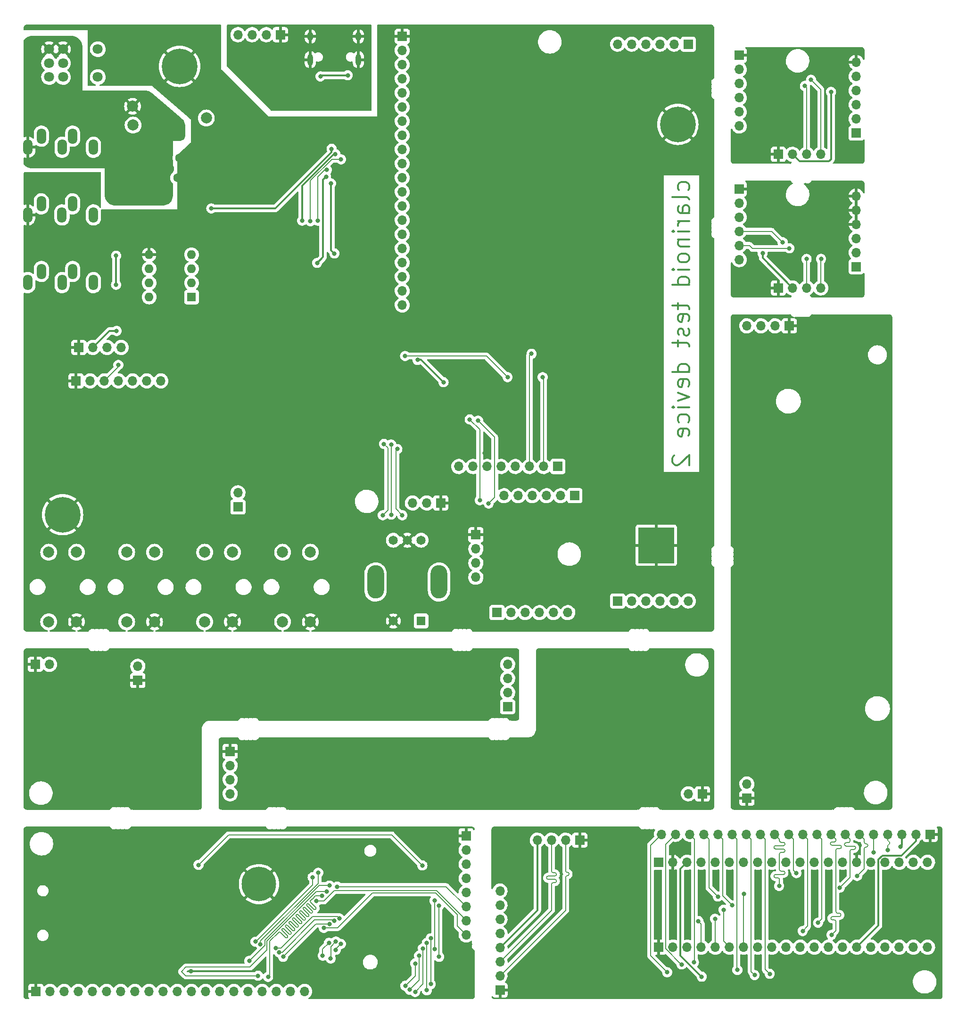
<source format=gbr>
%TF.GenerationSoftware,KiCad,Pcbnew,(6.0.5)*%
%TF.CreationDate,2022-08-12T21:43:39+02:00*%
%TF.ProjectId,clarinoid-devboard,636c6172-696e-46f6-9964-2d646576626f,rev?*%
%TF.SameCoordinates,Original*%
%TF.FileFunction,Copper,L2,Bot*%
%TF.FilePolarity,Positive*%
%FSLAX46Y46*%
G04 Gerber Fmt 4.6, Leading zero omitted, Abs format (unit mm)*
G04 Created by KiCad (PCBNEW (6.0.5)) date 2022-08-12 21:43:39*
%MOMM*%
%LPD*%
G01*
G04 APERTURE LIST*
%ADD10C,0.300000*%
%TA.AperFunction,NonConductor*%
%ADD11C,0.300000*%
%TD*%
%TA.AperFunction,ComponentPad*%
%ADD12R,1.700000X1.700000*%
%TD*%
%TA.AperFunction,ComponentPad*%
%ADD13O,1.700000X1.700000*%
%TD*%
%TA.AperFunction,ComponentPad*%
%ADD14C,2.000000*%
%TD*%
%TA.AperFunction,ComponentPad*%
%ADD15O,1.700000X2.800000*%
%TD*%
%TA.AperFunction,ComponentPad*%
%ADD16C,6.200000*%
%TD*%
%TA.AperFunction,ComponentPad*%
%ADD17C,0.800000*%
%TD*%
%TA.AperFunction,ComponentPad*%
%ADD18C,6.400000*%
%TD*%
%TA.AperFunction,ComponentPad*%
%ADD19R,6.400000X6.400000*%
%TD*%
%TA.AperFunction,ComponentPad*%
%ADD20O,1.000000X1.600000*%
%TD*%
%TA.AperFunction,ComponentPad*%
%ADD21O,1.000000X2.100000*%
%TD*%
%TA.AperFunction,ComponentPad*%
%ADD22R,1.600000X1.600000*%
%TD*%
%TA.AperFunction,ComponentPad*%
%ADD23O,1.600000X1.600000*%
%TD*%
%TA.AperFunction,ComponentPad*%
%ADD24C,1.800000*%
%TD*%
%TA.AperFunction,ComponentPad*%
%ADD25R,1.650000X1.650000*%
%TD*%
%TA.AperFunction,ComponentPad*%
%ADD26C,1.650000*%
%TD*%
%TA.AperFunction,ComponentPad*%
%ADD27O,3.000000X6.000000*%
%TD*%
%TA.AperFunction,ViaPad*%
%ADD28C,0.800000*%
%TD*%
%TA.AperFunction,ViaPad*%
%ADD29C,1.600000*%
%TD*%
%TA.AperFunction,Conductor*%
%ADD30C,0.300000*%
%TD*%
%TA.AperFunction,Conductor*%
%ADD31C,0.200000*%
%TD*%
G04 APERTURE END LIST*
D10*
D11*
X450993589Y-35040034D02*
X451136446Y-34754319D01*
X451136446Y-34182891D01*
X450993589Y-33897176D01*
X450850732Y-33754319D01*
X450565018Y-33611462D01*
X449707875Y-33611462D01*
X449422161Y-33754319D01*
X449279304Y-33897176D01*
X449136446Y-34182891D01*
X449136446Y-34754319D01*
X449279304Y-35040034D01*
X451136446Y-36754319D02*
X450993589Y-36468605D01*
X450707875Y-36325748D01*
X448136446Y-36325748D01*
X451136446Y-39182891D02*
X449565018Y-39182891D01*
X449279304Y-39040034D01*
X449136446Y-38754319D01*
X449136446Y-38182891D01*
X449279304Y-37897176D01*
X450993589Y-39182891D02*
X451136446Y-38897176D01*
X451136446Y-38182891D01*
X450993589Y-37897176D01*
X450707875Y-37754319D01*
X450422161Y-37754319D01*
X450136446Y-37897176D01*
X449993589Y-38182891D01*
X449993589Y-38897176D01*
X449850732Y-39182891D01*
X451136446Y-40611462D02*
X449136446Y-40611462D01*
X449707875Y-40611462D02*
X449422161Y-40754319D01*
X449279304Y-40897176D01*
X449136446Y-41182891D01*
X449136446Y-41468605D01*
X451136446Y-42468605D02*
X449136446Y-42468605D01*
X448136446Y-42468605D02*
X448279304Y-42325748D01*
X448422161Y-42468605D01*
X448279304Y-42611462D01*
X448136446Y-42468605D01*
X448422161Y-42468605D01*
X449136446Y-43897176D02*
X451136446Y-43897176D01*
X449422161Y-43897176D02*
X449279304Y-44040034D01*
X449136446Y-44325748D01*
X449136446Y-44754319D01*
X449279304Y-45040034D01*
X449565018Y-45182891D01*
X451136446Y-45182891D01*
X451136446Y-47040034D02*
X450993589Y-46754319D01*
X450850732Y-46611462D01*
X450565018Y-46468605D01*
X449707875Y-46468605D01*
X449422161Y-46611462D01*
X449279304Y-46754319D01*
X449136446Y-47040034D01*
X449136446Y-47468605D01*
X449279304Y-47754319D01*
X449422161Y-47897176D01*
X449707875Y-48040034D01*
X450565018Y-48040034D01*
X450850732Y-47897176D01*
X450993589Y-47754319D01*
X451136446Y-47468605D01*
X451136446Y-47040034D01*
X451136446Y-49325748D02*
X449136446Y-49325748D01*
X448136446Y-49325748D02*
X448279304Y-49182891D01*
X448422161Y-49325748D01*
X448279304Y-49468605D01*
X448136446Y-49325748D01*
X448422161Y-49325748D01*
X451136446Y-52040034D02*
X448136446Y-52040034D01*
X450993589Y-52040034D02*
X451136446Y-51754319D01*
X451136446Y-51182891D01*
X450993589Y-50897176D01*
X450850732Y-50754319D01*
X450565018Y-50611462D01*
X449707875Y-50611462D01*
X449422161Y-50754319D01*
X449279304Y-50897176D01*
X449136446Y-51182891D01*
X449136446Y-51754319D01*
X449279304Y-52040034D01*
X449136446Y-55325748D02*
X449136446Y-56468605D01*
X448136446Y-55754319D02*
X450707875Y-55754319D01*
X450993589Y-55897176D01*
X451136446Y-56182891D01*
X451136446Y-56468605D01*
X450993589Y-58611462D02*
X451136446Y-58325748D01*
X451136446Y-57754319D01*
X450993589Y-57468605D01*
X450707875Y-57325748D01*
X449565018Y-57325748D01*
X449279304Y-57468605D01*
X449136446Y-57754319D01*
X449136446Y-58325748D01*
X449279304Y-58611462D01*
X449565018Y-58754319D01*
X449850732Y-58754319D01*
X450136446Y-57325748D01*
X450993589Y-59897176D02*
X451136446Y-60182891D01*
X451136446Y-60754319D01*
X450993589Y-61040034D01*
X450707875Y-61182891D01*
X450565018Y-61182891D01*
X450279304Y-61040034D01*
X450136446Y-60754319D01*
X450136446Y-60325748D01*
X449993589Y-60040034D01*
X449707875Y-59897176D01*
X449565018Y-59897176D01*
X449279304Y-60040034D01*
X449136446Y-60325748D01*
X449136446Y-60754319D01*
X449279304Y-61040034D01*
X449136446Y-62040034D02*
X449136446Y-63182891D01*
X448136446Y-62468605D02*
X450707875Y-62468605D01*
X450993589Y-62611462D01*
X451136446Y-62897176D01*
X451136446Y-63182891D01*
X451136446Y-67754319D02*
X448136446Y-67754319D01*
X450993589Y-67754319D02*
X451136446Y-67468605D01*
X451136446Y-66897176D01*
X450993589Y-66611462D01*
X450850732Y-66468605D01*
X450565018Y-66325748D01*
X449707875Y-66325748D01*
X449422161Y-66468605D01*
X449279304Y-66611462D01*
X449136446Y-66897176D01*
X449136446Y-67468605D01*
X449279304Y-67754319D01*
X450993589Y-70325748D02*
X451136446Y-70040034D01*
X451136446Y-69468605D01*
X450993589Y-69182891D01*
X450707875Y-69040034D01*
X449565018Y-69040034D01*
X449279304Y-69182891D01*
X449136446Y-69468605D01*
X449136446Y-70040034D01*
X449279304Y-70325748D01*
X449565018Y-70468605D01*
X449850732Y-70468605D01*
X450136446Y-69040034D01*
X449136446Y-71468605D02*
X451136446Y-72182891D01*
X449136446Y-72897176D01*
X451136446Y-74040034D02*
X449136446Y-74040034D01*
X448136446Y-74040034D02*
X448279304Y-73897176D01*
X448422161Y-74040034D01*
X448279304Y-74182891D01*
X448136446Y-74040034D01*
X448422161Y-74040034D01*
X450993589Y-76754319D02*
X451136446Y-76468605D01*
X451136446Y-75897176D01*
X450993589Y-75611462D01*
X450850732Y-75468605D01*
X450565018Y-75325748D01*
X449707875Y-75325748D01*
X449422161Y-75468605D01*
X449279304Y-75611462D01*
X449136446Y-75897176D01*
X449136446Y-76468605D01*
X449279304Y-76754319D01*
X450993589Y-79182891D02*
X451136446Y-78897176D01*
X451136446Y-78325748D01*
X450993589Y-78040034D01*
X450707875Y-77897176D01*
X449565018Y-77897176D01*
X449279304Y-78040034D01*
X449136446Y-78325748D01*
X449136446Y-78897176D01*
X449279304Y-79182891D01*
X449565018Y-79325748D01*
X449850732Y-79325748D01*
X450136446Y-77897176D01*
X448422161Y-82754319D02*
X448279304Y-82897176D01*
X448136446Y-83182891D01*
X448136446Y-83897176D01*
X448279304Y-84182891D01*
X448422161Y-84325748D01*
X448707875Y-84468605D01*
X448993589Y-84468605D01*
X449422161Y-84325748D01*
X451136446Y-82611462D01*
X451136446Y-84468605D01*
D12*
%TO.P,U38,1,gnd*%
%TO.N,/gnd from processor*%
X406539304Y-91250034D03*
D13*
%TO.P,U38,2,Data*%
%TO.N,/WS2812_DATA*%
X403999304Y-91250034D03*
%TO.P,U38,3,+5v*%
%TO.N,/+3.3v regulator output*%
X401459304Y-91250034D03*
%TD*%
D12*
%TO.P,J7,1,Pin_1*%
%TO.N,/power_battery/gnd*%
X461519304Y-144260034D03*
D13*
%TO.P,J7,2,Pin_2*%
%TO.N,/power_battery/charger output +5v*%
X461519304Y-141720034D03*
%TD*%
D12*
%TO.P,J33,1,Pin_1*%
%TO.N,/power_header/gnd*%
X352139304Y-123120034D03*
D13*
%TO.P,J33,2,Pin_2*%
%TO.N,/power_header/5v input*%
X352139304Y-120580034D03*
%TD*%
D12*
%TO.P,U2,1,VIN*%
%TO.N,/processor_t4/5v input*%
X445709304Y-155784034D03*
D13*
%TO.P,U2,2,GND*%
%TO.N,/processor_t4/gnd*%
X448249304Y-155784034D03*
%TO.P,U2,3,3V3*%
%TO.N,/processor_t4/3v3*%
X450789304Y-155784034D03*
%TO.P,U2,4,23_A9_CRX1_MCLK1*%
%TO.N,/processor_t4/Y0*%
X453329304Y-155784034D03*
%TO.P,U2,5,22_A8_CTX1*%
%TO.N,/processor_t4/IC_Select*%
X455869304Y-155784034D03*
%TO.P,U2,6,21_A7_RX5_BCLK1*%
%TO.N,/processor_t4/I2S_BCK_MM*%
X458409304Y-155784034D03*
%TO.P,U2,7,20_A6_TX5_LRCLK1*%
%TO.N,/processor_t4/I2S_LRCK_MM*%
X460949304Y-155784034D03*
%TO.P,U2,8,19_A5_SCL*%
%TO.N,/processor_t4/I2C_SCL*%
X463489304Y-155784034D03*
%TO.P,U2,9,18_A4_SDA*%
%TO.N,/processor_t4/I2C_SDA*%
X466029304Y-155784034D03*
%TO.P,U2,10,17_A3_TX4_SDA1*%
%TO.N,/processor_t4/SelectC*%
X468569304Y-155784034D03*
%TO.P,U2,11,16_A2_RX4_SCL1*%
%TO.N,/processor_t4/SelectB*%
X471109304Y-155784034D03*
%TO.P,U2,12,15_A1_RX3_SPDIF_IN*%
%TO.N,/processor_t4/SelectA*%
X473649304Y-155784034D03*
%TO.P,U2,13,14_A0_TX3_SPDIF_OUT*%
%TO.N,/processor_t4/WS2812_DATA*%
X476189304Y-155784034D03*
%TO.P,U2,14,13_SCK_LED*%
%TO.N,/processor_t4/SPI0_SCK*%
X478729304Y-155784034D03*
%TO.P,U2,15,GND*%
%TO.N,/processor_t4/gnd*%
X481269304Y-155784034D03*
%TO.P,U2,16,41_A17*%
%TO.N,/processor_t4/OLED_DC*%
X483809304Y-155784034D03*
%TO.P,U2,17,40_A16*%
%TO.N,/processor_t4/OLED_RES*%
X486349304Y-155784034D03*
%TO.P,U2,18,39_MISO1_OUT1A*%
%TO.N,/processor_t4/Y5*%
X488889304Y-155784034D03*
%TO.P,U2,19,38_CS1_IN1*%
%TO.N,/processor_t4/Y4*%
X491429304Y-155784034D03*
%TO.P,U2,20,37_CS*%
%TO.N,/processor_t4/Y3*%
X493969304Y-155784034D03*
%TD*%
D12*
%TO.P,J45,1,Pin_1*%
%TO.N,Net-(J45-Pad1)*%
X438311804Y-108851034D03*
D13*
%TO.P,J45,2,Pin_2*%
%TO.N,Net-(J45-Pad2)*%
X440851804Y-108851034D03*
%TO.P,J45,3,Pin_3*%
%TO.N,Net-(J45-Pad3)*%
X443391804Y-108851034D03*
%TO.P,J45,4,Pin_4*%
%TO.N,Net-(J45-Pad4)*%
X445931804Y-108851034D03*
%TO.P,J45,5,Pin_5*%
%TO.N,Net-(J45-Pad5)*%
X448471804Y-108851034D03*
%TO.P,J45,6,Pin_6*%
%TO.N,Net-(J45-Pad6)*%
X451011804Y-108851034D03*
%TD*%
D14*
%TO.P,SW4,1,1*%
%TO.N,Net-(IC1-Pad6)*%
X369139304Y-100100034D03*
%TO.P,SW4,2,2*%
%TO.N,/gnd from processor*%
X369139304Y-112600034D03*
%TO.P,SW4,3*%
%TO.N,N/C*%
X364139304Y-100100034D03*
%TO.P,SW4,4*%
X364139304Y-112600034D03*
%TD*%
D12*
%TO.P,J48,1,Pin_1*%
%TO.N,/captouch_mpr121/i2c_gnd*%
X467169304Y-28630034D03*
D13*
%TO.P,J48,2,Pin_2*%
%TO.N,/captouch_mpr121/i2c_3v3*%
X469709304Y-28630034D03*
%TO.P,J48,3,Pin_3*%
%TO.N,/captouch_mpr121/i2c_data*%
X472249304Y-28630034D03*
%TO.P,J48,4,Pin_4*%
%TO.N,/captouch_mpr121/i2c_clock*%
X474789304Y-28630034D03*
%TD*%
D12*
%TO.P,J3,1,Pin_1*%
%TO.N,/processor_t4/gnd*%
X431509304Y-151810034D03*
D13*
%TO.P,J3,2,Pin_2*%
%TO.N,/processor_t4/usb data +*%
X428969304Y-151810034D03*
%TO.P,J3,3,Pin_3*%
%TO.N,/processor_t4/usb data -*%
X426429304Y-151810034D03*
%TO.P,J3,4,Pin_4*%
%TO.N,/processor_t4/5v input*%
X423889304Y-151810034D03*
%TD*%
D12*
%TO.P,J30,1,Pin_1*%
%TO.N,unconnected-(J30-Pad1)*%
X418549304Y-127850034D03*
D13*
%TO.P,J30,2,Pin_2*%
%TO.N,unconnected-(J30-Pad2)*%
X418549304Y-125310034D03*
%TO.P,J30,3,Pin_3*%
%TO.N,unconnected-(J30-Pad3)*%
X418549304Y-122770034D03*
%TO.P,J30,4,Pin_4*%
%TO.N,unconnected-(J30-Pad4)*%
X418549304Y-120230034D03*
%TD*%
D14*
%TO.P,SW3,1,1*%
%TO.N,Net-(IC1-Pad5)*%
X355139304Y-100100034D03*
%TO.P,SW3,2,2*%
%TO.N,/gnd from processor*%
X355139304Y-112600034D03*
%TO.P,SW3,3*%
%TO.N,N/C*%
X350139304Y-100100034D03*
%TO.P,SW3,4*%
X350139304Y-112600034D03*
%TD*%
D15*
%TO.P,J10,1,S-GND*%
%TO.N,unconnected-(J10-Pad1)*%
X332384556Y-51675729D03*
%TO.P,J10,2,Tip*%
%TO.N,Net-(D6-Pad2)*%
X334834556Y-49675729D03*
%TO.P,J10,3*%
%TO.N,unconnected-(J10-Pad3)*%
X338534556Y-51675729D03*
%TO.P,J10,4,Ring*%
%TO.N,Net-(J10-Pad4)*%
X340434556Y-49675729D03*
%TO.P,J10,5*%
%TO.N,unconnected-(J10-Pad5)*%
X344184556Y-51675729D03*
%TD*%
D12*
%TO.P,J43,1,Pin_1*%
%TO.N,/gnd from processor*%
X399629304Y-7440034D03*
D13*
%TO.P,J43,2,Pin_2*%
%TO.N,/+3.3v regulator output*%
X399629304Y-9980034D03*
%TO.P,J43,3,Pin_3*%
%TO.N,/5v from processor*%
X399629304Y-12520034D03*
%TO.P,J43,4,Pin_4*%
%TO.N,/I2C_SCL*%
X399629304Y-15060034D03*
%TO.P,J43,5,Pin_5*%
%TO.N,/I2C_SDA*%
X399629304Y-17600034D03*
%TO.P,J43,6,Pin_6*%
%TO.N,/I2S_BCK_MM*%
X399629304Y-20140034D03*
%TO.P,J43,7,Pin_7*%
%TO.N,/I2S_LRCK_MM*%
X399629304Y-22680034D03*
%TO.P,J43,8,Pin_8*%
%TO.N,/I2S_DIN_MM*%
X399629304Y-25220034D03*
%TO.P,J43,9,Pin_9*%
%TO.N,/T00 MIDI IN*%
X399629304Y-27760034D03*
%TO.P,J43,10,Pin_10*%
%TO.N,/T01=MIDI OUT*%
X399629304Y-30300034D03*
%TO.P,J43,11,Pin_11*%
%TO.N,/WS2812_DATA*%
X399629304Y-32840034D03*
%TO.P,J43,12,Pin_12*%
%TO.N,/SPI0_SCK*%
X399629304Y-35380034D03*
%TO.P,J43,13,Pin_13*%
%TO.N,/SPI0_MOSI*%
X399629304Y-37920034D03*
%TO.P,J43,14,Pin_14*%
%TO.N,/SPI0_MISO*%
X399629304Y-40460034D03*
%TO.P,J43,15,Pin_15*%
%TO.N,/OLED_CS*%
X399629304Y-43000034D03*
%TO.P,J43,16,Pin_16*%
%TO.N,/OLED_RES*%
X399629304Y-45540034D03*
%TO.P,J43,17,Pin_17*%
%TO.N,/OLED_DC*%
X399629304Y-48080034D03*
%TO.P,J43,18,Pin_18*%
%TO.N,/ENC_SWITCH*%
X399629304Y-50620034D03*
%TO.P,J43,19,Pin_19*%
%TO.N,/ENC_A*%
X399629304Y-53160034D03*
%TO.P,J43,20,Pin_20*%
%TO.N,/ENC_B*%
X399629304Y-55700034D03*
%TD*%
D16*
%TO.P,H4,1,1*%
%TO.N,/processor_mm/gnd*%
X373886659Y-159705000D03*
%TD*%
D17*
%TO.P,H2,1,1*%
%TO.N,/gnd from processor*%
X340336360Y-91652978D03*
X336942248Y-91652978D03*
X338639304Y-95750034D03*
X336239304Y-93350034D03*
X336942248Y-95047090D03*
X341039304Y-93350034D03*
X338639304Y-90950034D03*
X340336360Y-95047090D03*
D18*
X338639304Y-93350034D03*
%TD*%
D19*
%TO.P,H1,1,1*%
%TO.N,/gnd from processor*%
X445239304Y-98850034D03*
%TD*%
D12*
%TO.P,J46,1,Pin_1*%
%TO.N,/captouch_mpr121/i2c_gnd*%
X460139304Y-10850034D03*
D13*
%TO.P,J46,2,Pin_2*%
%TO.N,Net-(J46-Pad2)*%
X460139304Y-13390034D03*
%TO.P,J46,3,Pin_3*%
%TO.N,Net-(J46-Pad3)*%
X460139304Y-15930034D03*
%TO.P,J46,4,Pin_4*%
%TO.N,Net-(J46-Pad4)*%
X460139304Y-18470034D03*
%TO.P,J46,5,Pin_5*%
%TO.N,Net-(J46-Pad5)*%
X460139304Y-21010034D03*
%TO.P,J46,6,Pin_6*%
%TO.N,Net-(J46-Pad6)*%
X460139304Y-23550034D03*
%TD*%
D12*
%TO.P,J47,1,Pin_1*%
%TO.N,Net-(J47-Pad1)*%
X481139304Y-24820034D03*
D13*
%TO.P,J47,2,Pin_2*%
%TO.N,Net-(J47-Pad2)*%
X481139304Y-22280034D03*
%TO.P,J47,3,Pin_3*%
%TO.N,Net-(J47-Pad3)*%
X481139304Y-19740034D03*
%TO.P,J47,4,Pin_4*%
%TO.N,Net-(J47-Pad4)*%
X481139304Y-17200034D03*
%TO.P,J47,5,Pin_5*%
%TO.N,Net-(J47-Pad5)*%
X481139304Y-14660034D03*
%TO.P,J47,6,Pin_6*%
%TO.N,/captouch_mpr121/i2c_gnd*%
X481139304Y-12120034D03*
%TD*%
D12*
%TO.P,J42,1,Pin_1*%
%TO.N,/processor_t4/gnd*%
X417179304Y-178725034D03*
D13*
%TO.P,J42,2,Pin_2*%
%TO.N,/processor_t4/usb data +*%
X417179304Y-176185034D03*
%TO.P,J42,3,Pin_3*%
%TO.N,/processor_t4/usb data -*%
X417179304Y-173645034D03*
%TO.P,J42,4,Pin_4*%
%TO.N,/processor_t4/5v input*%
X417179304Y-171105034D03*
%TO.P,J42,5,Pin_5*%
%TO.N,/processor_t4/GEN_LED1*%
X417179304Y-168565034D03*
%TO.P,J42,6,Pin_6*%
%TO.N,/processor_t4/GEN_LED2*%
X417179304Y-166025034D03*
%TO.P,J42,7,Pin_7*%
%TO.N,/processor_t4/GEN_LED3*%
X417179304Y-163485034D03*
%TO.P,J42,8,Pin_8*%
%TO.N,/processor_t4/GEN_LED4*%
X417179304Y-160945034D03*
%TD*%
D12*
%TO.P,J44,1,Pin_1*%
%TO.N,/powerboard outp GND*%
X427569304Y-84700034D03*
D13*
%TO.P,J44,2,Pin_2*%
%TO.N,/USB D+*%
X425029304Y-84700034D03*
%TO.P,J44,3,Pin_3*%
%TO.N,/USB D-*%
X422489304Y-84700034D03*
%TO.P,J44,4,Pin_4*%
%TO.N,/5v regulated*%
X419949304Y-84700034D03*
%TO.P,J44,5,Pin_5*%
%TO.N,/GEN_LED1*%
X417409304Y-84700034D03*
%TO.P,J44,6,Pin_6*%
%TO.N,/GEN_LED2*%
X414869304Y-84700034D03*
%TO.P,J44,7,Pin_7*%
%TO.N,/GEN_LED3*%
X412329304Y-84700034D03*
%TO.P,J44,8,Pin_8*%
%TO.N,/GEN_LED4*%
X409789304Y-84700034D03*
%TD*%
D12*
%TO.P,J5,1,Pin_1*%
%TO.N,/gnd from processor*%
X341539304Y-63325034D03*
D13*
%TO.P,J5,2,Pin_2*%
%TO.N,/+3.3v regulator output*%
X344079304Y-63325034D03*
%TO.P,J5,3,Pin_3*%
%TO.N,/I2C_SDA*%
X346619304Y-63325034D03*
%TO.P,J5,4,Pin_4*%
%TO.N,/I2C_SCL*%
X349159304Y-63325034D03*
%TD*%
D12*
%TO.P,J50,1,Pin_1*%
%TO.N,/captouch_capsense/i2c_gnd*%
X460139304Y-34850034D03*
D13*
%TO.P,J50,2,Pin_2*%
%TO.N,Net-(IC3-Pad1)*%
X460139304Y-37390034D03*
%TO.P,J50,3,Pin_3*%
%TO.N,Net-(IC3-Pad2)*%
X460139304Y-39930034D03*
%TO.P,J50,4,Pin_4*%
%TO.N,Net-(IC3-Pad12)*%
X460139304Y-42470034D03*
%TO.P,J50,5,Pin_5*%
%TO.N,Net-(IC3-Pad13)*%
X460139304Y-45010034D03*
%TO.P,J50,6,Pin_6*%
%TO.N,Net-(IC3-Pad8)*%
X460139304Y-47550034D03*
%TD*%
D20*
%TO.P,J2,S1,SHIELD*%
%TO.N,/usb gnd*%
X391759304Y-7475034D03*
X383119304Y-7475034D03*
D21*
X391759304Y-11655034D03*
X383119304Y-11655034D03*
%TD*%
D14*
%TO.P,SW2,1,1*%
%TO.N,Net-(IC1-Pad4)*%
X341139304Y-100100034D03*
%TO.P,SW2,2,2*%
%TO.N,/gnd from processor*%
X341139304Y-112600034D03*
%TO.P,SW2,3*%
%TO.N,N/C*%
X336139304Y-100100034D03*
%TO.P,SW2,4*%
X336139304Y-112600034D03*
%TD*%
%TO.P,TP3,1,1*%
%TO.N,AGND*%
X351193556Y-20015729D03*
%TD*%
D12*
%TO.P,U3,1,GND*%
%TO.N,/processor_t4/gnd*%
X445709304Y-171024034D03*
D13*
%TO.P,U3,2,0_RX1_CRX2_CS1*%
%TO.N,/processor_t4/T00 MIDI IN*%
X448249304Y-171024034D03*
%TO.P,U3,3,1_TX1_CTX2_MISO1*%
%TO.N,/processor_t4/T01=MIDI OUT*%
X450789304Y-171024034D03*
%TO.P,U3,4,2_OUT2*%
%TO.N,/processor_t4/GEN_LED1*%
X453329304Y-171024034D03*
%TO.P,U3,5,3_LRCLK2*%
%TO.N,/processor_t4/GEN_LED2*%
X455869304Y-171024034D03*
%TO.P,U3,6,4_BCLK2*%
%TO.N,/processor_t4/GEN_LED3*%
X458409304Y-171024034D03*
%TO.P,U3,7,5_IN2*%
%TO.N,/processor_t4/GEN_LED4*%
X460949304Y-171024034D03*
%TO.P,U3,8,6_OUT1D*%
%TO.N,/processor_t4/ENC_SWITCH*%
X463489304Y-171024034D03*
%TO.P,U3,9,7_RX2_OUT1A*%
%TO.N,/processor_t4/I2S_DIN_MM*%
X466029304Y-171024034D03*
%TO.P,U3,10,8_TX2_IN1*%
%TO.N,/processor_t4/Y6*%
X468569304Y-171024034D03*
%TO.P,U3,11,9_OUT1C*%
%TO.N,/processor_t4/ENC_A*%
X471109304Y-171024034D03*
%TO.P,U3,12,10_CS_MQSR*%
%TO.N,/processor_t4/OLED_CS*%
X473649304Y-171024034D03*
%TO.P,U3,13,11_MOSI_CTX1*%
%TO.N,/processor_t4/SPI0_MOSI*%
X476189304Y-171024034D03*
%TO.P,U3,14,12_MISO_MQSL*%
%TO.N,/processor_t4/SPI0_MISO*%
X478729304Y-171024034D03*
%TO.P,U3,15,3V3*%
%TO.N,/processor_t4/3v3*%
X481269304Y-171024034D03*
%TO.P,U3,16,24_A10_TX6_SCL2*%
%TO.N,/processor_t4/Y1*%
X483809304Y-171024034D03*
%TO.P,U3,17,25_A11_RX6_SDA2*%
%TO.N,/processor_t4/Y2*%
X486349304Y-171024034D03*
%TO.P,U3,18,26_A12_MOSI1*%
%TO.N,/processor_t4/ENC_B*%
X488889304Y-171024034D03*
%TO.P,U3,19,27_A13_SCK1*%
%TO.N,/processor_t4/EnableAll*%
X491429304Y-171024034D03*
%TO.P,U3,20,28_RX7*%
%TO.N,/processor_t4/Y7*%
X493969304Y-171024034D03*
%TD*%
D12*
%TO.P,J52,1,Pin_1*%
%TO.N,Net-(J52-Pad1)*%
X430629304Y-89940034D03*
D13*
%TO.P,J52,2,Pin_2*%
%TO.N,Net-(J52-Pad2)*%
X428089304Y-89940034D03*
%TO.P,J52,3,Pin_3*%
%TO.N,Net-(J52-Pad3)*%
X425549304Y-89940034D03*
%TO.P,J52,4,Pin_4*%
%TO.N,Net-(J52-Pad4)*%
X423009304Y-89940034D03*
%TO.P,J52,5,Pin_5*%
%TO.N,Net-(J52-Pad5)*%
X420469304Y-89940034D03*
%TO.P,J52,6,Pin_6*%
%TO.N,Net-(J52-Pad6)*%
X417929304Y-89940034D03*
%TD*%
D14*
%TO.P,TP6,1,1*%
%TO.N,D3v3*%
X364433556Y-22123229D03*
%TD*%
D12*
%TO.P,J40,1,Pin_1*%
%TO.N,/processor_mm/gnd*%
X411099304Y-151029298D03*
D13*
%TO.P,J40,2,Pin_2*%
%TO.N,/processor_mm/usb data +*%
X411099304Y-153569298D03*
%TO.P,J40,3,Pin_3*%
%TO.N,/processor_mm/usb data -*%
X411099304Y-156109298D03*
%TO.P,J40,4,Pin_4*%
%TO.N,/processor_mm/5v input*%
X411099304Y-158649298D03*
%TO.P,J40,5,Pin_5*%
%TO.N,/processor_mm/GEN_LED1*%
X411099304Y-161189298D03*
%TO.P,J40,6,Pin_6*%
%TO.N,/processor_mm/GEN_LED2*%
X411099304Y-163729298D03*
%TO.P,J40,7,Pin_7*%
%TO.N,/processor_mm/GEN_LED3*%
X411099304Y-166269298D03*
%TO.P,J40,8,Pin_8*%
%TO.N,/processor_mm/GEN_LED4*%
X411099304Y-168809298D03*
%TD*%
D22*
%TO.P,U8,1,NC*%
%TO.N,unconnected-(U8-Pad1)*%
X361784556Y-54275729D03*
D23*
%TO.P,U8,2,C1*%
%TO.N,Net-(D6-Pad1)*%
X361784556Y-51735729D03*
%TO.P,U8,3,C2*%
%TO.N,Net-(D6-Pad2)*%
X361784556Y-49195729D03*
%TO.P,U8,4,NC*%
%TO.N,unconnected-(U8-Pad4)*%
X361784556Y-46655729D03*
%TO.P,U8,5,GND*%
%TO.N,/gnd from processor*%
X354164556Y-46655729D03*
%TO.P,U8,6,VO2*%
%TO.N,/T00 MIDI IN*%
X354164556Y-49195729D03*
%TO.P,U8,7,VO1*%
%TO.N,unconnected-(U8-Pad7)*%
X354164556Y-51735729D03*
%TO.P,U8,8,VCC*%
%TO.N,/5v from processor*%
X354164556Y-54275729D03*
%TD*%
D24*
%TO.P,R13,1,R1_1*%
%TO.N,AGND*%
X336199640Y-9751424D03*
%TO.P,R13,2,R1_2*%
%TO.N,audio out L*%
X336199640Y-12251424D03*
%TO.P,R13,3,R1_3*%
%TO.N,dac output L*%
X336199640Y-14751424D03*
%TO.P,R13,4,R2_1*%
%TO.N,AGND*%
X338699640Y-9751424D03*
%TO.P,R13,5,R2_2*%
%TO.N,audio out R*%
X338699640Y-12251424D03*
%TO.P,R13,6,R2_3*%
%TO.N,dac output R*%
X338699640Y-14751424D03*
%TO.P,R13,7,SW_1*%
%TO.N,/Power board output +5v*%
X344949640Y-9751424D03*
%TO.P,R13,8,SW_2*%
%TO.N,/5v regulated*%
X344949640Y-14751424D03*
%TD*%
D17*
%TO.P,H5,1,1*%
%TO.N,/gnd from processor*%
X447414748Y-21553978D03*
D18*
X449111804Y-23251034D03*
D17*
X447414748Y-24948090D03*
X451511804Y-23251034D03*
X446711804Y-23251034D03*
X450808860Y-21553978D03*
X449111804Y-25651034D03*
X450808860Y-24948090D03*
X449111804Y-20851034D03*
%TD*%
D12*
%TO.P,J34,1,Pin_1*%
%TO.N,/power_battery/gnd*%
X469139304Y-59440034D03*
D13*
%TO.P,J34,2,Pin_2*%
%TO.N,unconnected-(J34-Pad2)*%
X466599304Y-59440034D03*
%TO.P,J34,3,Pin_3*%
%TO.N,unconnected-(J34-Pad3)*%
X464059304Y-59440034D03*
%TO.P,J34,4,Pin_4*%
%TO.N,/power_battery/5v input*%
X461519304Y-59440034D03*
%TD*%
D14*
%TO.P,TP8,1,1*%
%TO.N,A3v3*%
X351284556Y-23375729D03*
%TD*%
D12*
%TO.P,J31,1,Pin_1*%
%TO.N,/usb gnd*%
X377739304Y-7150034D03*
D13*
%TO.P,J31,2,Pin_2*%
%TO.N,/USB D+*%
X375199304Y-7150034D03*
%TO.P,J31,3,Pin_3*%
%TO.N,/USB D-*%
X372659304Y-7150034D03*
%TO.P,J31,4,Pin_4*%
%TO.N,/USB VIN 5v*%
X370119304Y-7150034D03*
%TD*%
D15*
%TO.P,J1,1,S-GND*%
%TO.N,AGND*%
X332384556Y-27375729D03*
%TO.P,J1,2,Tip*%
%TO.N,audio out L*%
X334834556Y-25375729D03*
%TO.P,J1,3*%
%TO.N,unconnected-(J1-Pad3)*%
X338534556Y-27375729D03*
%TO.P,J1,4,Ring*%
%TO.N,audio out R*%
X340434556Y-25375729D03*
%TO.P,J1,5*%
%TO.N,unconnected-(J1-Pad5)*%
X344184556Y-27375729D03*
%TD*%
D12*
%TO.P,J49,1,Pin_1*%
%TO.N,/captouch_capsense/i2c_gnd*%
X467169304Y-52630034D03*
D13*
%TO.P,J49,2,Pin_2*%
%TO.N,/captouch_capsense/i2c_3v3*%
X469709304Y-52630034D03*
%TO.P,J49,3,Pin_3*%
%TO.N,/captouch_capsense/i2c_data*%
X472249304Y-52630034D03*
%TO.P,J49,4,Pin_4*%
%TO.N,/captouch_capsense/i2c_clock*%
X474789304Y-52630034D03*
%TD*%
D12*
%TO.P,J37,1,Pin_1*%
%TO.N,/power_usb/gnd*%
X453549304Y-143470034D03*
D13*
%TO.P,J37,2,Pin_2*%
%TO.N,/power_usb/5v input*%
X451009304Y-143470034D03*
%TD*%
D12*
%TO.P,J12,1,GND*%
%TO.N,/gnd from processor*%
X341039304Y-69325034D03*
D13*
%TO.P,J12,2,VDD*%
%TO.N,/+3.3v regulator output*%
X343579304Y-69325034D03*
%TO.P,J12,3,SCK*%
%TO.N,/SPI0_SCK*%
X346119304Y-69325034D03*
%TO.P,J12,4,SDA*%
%TO.N,/SPI0_MOSI*%
X348659304Y-69325034D03*
%TO.P,J12,5,RES*%
%TO.N,/OLED_RES*%
X351199304Y-69325034D03*
%TO.P,J12,6,DC*%
%TO.N,/OLED_DC*%
X353739304Y-69325034D03*
%TO.P,J12,7,CS*%
%TO.N,/OLED_CS*%
X356279304Y-69325034D03*
%TD*%
D12*
%TO.P,J36,1,Pin_1*%
%TO.N,/power_usb/gnd*%
X368729304Y-135850034D03*
D13*
%TO.P,J36,2,Pin_2*%
%TO.N,unconnected-(J36-Pad2)*%
X368729304Y-138390034D03*
%TO.P,J36,3,Pin_3*%
%TO.N,unconnected-(J36-Pad3)*%
X368729304Y-140930034D03*
%TO.P,J36,4,Pin_4*%
%TO.N,/power_usb/5v input*%
X368729304Y-143470034D03*
%TD*%
D12*
%TO.P,J32,1,Pin_1*%
%TO.N,/powerboard outp GND*%
X370119304Y-91970034D03*
D13*
%TO.P,J32,2,Pin_2*%
%TO.N,/Power board output +5v*%
X370119304Y-89430034D03*
%TD*%
D14*
%TO.P,SW5,1,1*%
%TO.N,Net-(IC1-Pad7)*%
X383139304Y-100100034D03*
%TO.P,SW5,2,2*%
%TO.N,/gnd from processor*%
X383139304Y-112600034D03*
%TO.P,SW5,3*%
%TO.N,N/C*%
X378139304Y-100100034D03*
%TO.P,SW5,4*%
X378139304Y-112600034D03*
%TD*%
D12*
%TO.P,J8,1,Pin_1*%
%TO.N,/gnd from processor*%
X412849304Y-96970034D03*
D13*
%TO.P,J8,2,Pin_2*%
%TO.N,/+3.3v regulator output*%
X412849304Y-99510034D03*
%TO.P,J8,3,Pin_3*%
%TO.N,/I2C_SDA*%
X412849304Y-102050034D03*
%TO.P,J8,4,Pin_4*%
%TO.N,/I2C_SCL*%
X412849304Y-104590034D03*
%TD*%
D15*
%TO.P,J11,1,S-GND*%
%TO.N,/gnd from processor*%
X332370343Y-39525729D03*
%TO.P,J11,2,Tip*%
%TO.N,Net-(J11-Pad2)*%
X334820343Y-37525729D03*
%TO.P,J11,3*%
%TO.N,unconnected-(J11-Pad3)*%
X338520343Y-39525729D03*
%TO.P,J11,4,Ring*%
%TO.N,Net-(J11-Pad4)*%
X340420343Y-37525729D03*
%TO.P,J11,5*%
%TO.N,unconnected-(J11-Pad5)*%
X344170343Y-39525729D03*
%TD*%
D12*
%TO.P,J6,1,Pin_1*%
%TO.N,Net-(J52-Pad1)*%
X451011804Y-8851034D03*
D13*
%TO.P,J6,2,Pin_2*%
%TO.N,Net-(J52-Pad2)*%
X448471804Y-8851034D03*
%TO.P,J6,3,Pin_3*%
%TO.N,Net-(J52-Pad3)*%
X445931804Y-8851034D03*
%TO.P,J6,4,Pin_4*%
%TO.N,Net-(J52-Pad4)*%
X443391804Y-8851034D03*
%TO.P,J6,5,Pin_5*%
%TO.N,Net-(J52-Pad5)*%
X440851804Y-8851034D03*
%TO.P,J6,6,Pin_6*%
%TO.N,Net-(J52-Pad6)*%
X438311804Y-8851034D03*
%TD*%
D17*
%TO.P,H3,1,1*%
%TO.N,/gnd from processor*%
X357942248Y-11152978D03*
X361336360Y-14547090D03*
X359639304Y-10450034D03*
X362039304Y-12850034D03*
X357239304Y-12850034D03*
X359639304Y-15250034D03*
D18*
X359639304Y-12850034D03*
D17*
X361336360Y-11152978D03*
X357942248Y-14547090D03*
%TD*%
D12*
%TO.P,J53,1,Pin_1*%
%TO.N,Net-(J45-Pad1)*%
X416659304Y-110940034D03*
D13*
%TO.P,J53,2,Pin_2*%
%TO.N,Net-(J45-Pad2)*%
X419199304Y-110940034D03*
%TO.P,J53,3,Pin_3*%
%TO.N,Net-(J45-Pad3)*%
X421739304Y-110940034D03*
%TO.P,J53,4,Pin_4*%
%TO.N,Net-(J45-Pad4)*%
X424279304Y-110940034D03*
%TO.P,J53,5,Pin_5*%
%TO.N,Net-(J45-Pad5)*%
X426819304Y-110940034D03*
%TO.P,J53,6,Pin_6*%
%TO.N,Net-(J45-Pad6)*%
X429359304Y-110940034D03*
%TD*%
D12*
%TO.P,J39,1,Pin_1*%
%TO.N,/processor_mm/gnd*%
X333839304Y-178950000D03*
D13*
%TO.P,J39,2,Pin_2*%
%TO.N,/processor_mm/+3.3v regulator output*%
X336379304Y-178950000D03*
%TO.P,J39,3,Pin_3*%
%TO.N,/processor_mm/5v input*%
X338919304Y-178950000D03*
%TO.P,J39,4,Pin_4*%
%TO.N,/processor_mm/I2C_SCL*%
X341459304Y-178950000D03*
%TO.P,J39,5,Pin_5*%
%TO.N,/processor_mm/I2C_SDA*%
X343999304Y-178950000D03*
%TO.P,J39,6,Pin_6*%
%TO.N,/processor_mm/I2S_BCK_MM*%
X346539304Y-178950000D03*
%TO.P,J39,7,Pin_7*%
%TO.N,/processor_mm/I2S_LRCK_MM*%
X349079304Y-178950000D03*
%TO.P,J39,8,Pin_8*%
%TO.N,/processor_mm/I2S_DIN_MM*%
X351619304Y-178950000D03*
%TO.P,J39,9,Pin_9*%
%TO.N,/processor_mm/T00 MIDI IN*%
X354159304Y-178950000D03*
%TO.P,J39,10,Pin_10*%
%TO.N,/processor_mm/T01=MIDI OUT*%
X356699304Y-178950000D03*
%TO.P,J39,11,Pin_11*%
%TO.N,/processor_mm/WS2812_DATA*%
X359239304Y-178950000D03*
%TO.P,J39,12,Pin_12*%
%TO.N,/processor_mm/SPI0_SCK*%
X361779304Y-178950000D03*
%TO.P,J39,13,Pin_13*%
%TO.N,/processor_mm/SPI0_MOSI*%
X364319304Y-178950000D03*
%TO.P,J39,14,Pin_14*%
%TO.N,/processor_mm/SPI0_MISO*%
X366859304Y-178950000D03*
%TO.P,J39,15,Pin_15*%
%TO.N,/processor_mm/OLED_CS*%
X369399304Y-178950000D03*
%TO.P,J39,16,Pin_16*%
%TO.N,/processor_mm/OLED_RES*%
X371939304Y-178950000D03*
%TO.P,J39,17,Pin_17*%
%TO.N,/processor_mm/OLED_DC*%
X374479304Y-178950000D03*
%TO.P,J39,18,Pin_18*%
%TO.N,/processor_mm/ENC_SWITCH*%
X377019304Y-178950000D03*
%TO.P,J39,19,Pin_19*%
%TO.N,/processor_mm/ENC_A*%
X379559304Y-178950000D03*
%TO.P,J39,20,Pin_20*%
%TO.N,/processor_mm/ENC_B*%
X382099304Y-178950000D03*
%TD*%
D12*
%TO.P,J51,1,Pin_1*%
%TO.N,Net-(IC3-Pad9)*%
X481139304Y-48820034D03*
D13*
%TO.P,J51,2,Pin_2*%
%TO.N,Net-(IC3-Pad10)*%
X481139304Y-46280034D03*
%TO.P,J51,3,Pin_3*%
%TO.N,Net-(IC3-Pad11)*%
X481139304Y-43740034D03*
%TO.P,J51,4,Pin_4*%
%TO.N,/captouch_capsense/i2c_gnd*%
X481139304Y-41200034D03*
%TO.P,J51,5,Pin_5*%
X481139304Y-38660034D03*
%TO.P,J51,6,Pin_6*%
X481139304Y-36120034D03*
%TD*%
D12*
%TO.P,J35,1,Pin_1*%
%TO.N,/power_header/gnd*%
X333729304Y-120230034D03*
D13*
%TO.P,J35,2,Pin_2*%
%TO.N,/power_header/5v input*%
X336269304Y-120230034D03*
%TD*%
D25*
%TO.P,SW7,1,SWGND*%
%TO.N,/ENC_SWITCH*%
X403029304Y-112440034D03*
D26*
%TO.P,SW7,2,SW*%
%TO.N,/gnd from processor*%
X398029304Y-112440034D03*
%TO.P,SW7,A,A*%
%TO.N,/ENC_A*%
X403029304Y-97940034D03*
%TO.P,SW7,B,B*%
%TO.N,/ENC_B*%
X398029304Y-97940034D03*
%TO.P,SW7,C,GND*%
%TO.N,/gnd from processor*%
X400529304Y-97940034D03*
D27*
%TO.P,SW7,S1*%
%TO.N,N/C*%
X406229304Y-105440034D03*
%TO.P,SW7,S2*%
X394829304Y-105440034D03*
%TD*%
D12*
%TO.P,J41,1,Pin_1*%
%TO.N,/processor_t4/gnd*%
X494439304Y-150750034D03*
D13*
%TO.P,J41,2,Pin_2*%
%TO.N,/processor_t4/3v3*%
X491899304Y-150750034D03*
%TO.P,J41,3,Pin_3*%
%TO.N,/processor_t4/5v input*%
X489359304Y-150750034D03*
%TO.P,J41,4,Pin_4*%
%TO.N,/processor_t4/I2C_SCL*%
X486819304Y-150750034D03*
%TO.P,J41,5,Pin_5*%
%TO.N,/processor_t4/I2C_SDA*%
X484279304Y-150750034D03*
%TO.P,J41,6,Pin_6*%
%TO.N,/processor_t4/I2S_BCK_MM*%
X481739304Y-150750034D03*
%TO.P,J41,7,Pin_7*%
%TO.N,/processor_t4/I2S_LRCK_MM*%
X479199304Y-150750034D03*
%TO.P,J41,8,Pin_8*%
%TO.N,/processor_t4/I2S_DIN_MM*%
X476659304Y-150750034D03*
%TO.P,J41,9,Pin_9*%
%TO.N,/processor_t4/T00 MIDI IN*%
X474119304Y-150750034D03*
%TO.P,J41,10,Pin_10*%
%TO.N,/processor_t4/T01=MIDI OUT*%
X471579304Y-150750034D03*
%TO.P,J41,11,Pin_11*%
%TO.N,/processor_t4/WS2812_DATA*%
X469039304Y-150750034D03*
%TO.P,J41,12,Pin_12*%
%TO.N,/processor_t4/SPI0_SCK*%
X466499304Y-150750034D03*
%TO.P,J41,13,Pin_13*%
%TO.N,/processor_t4/SPI0_MOSI*%
X463959304Y-150750034D03*
%TO.P,J41,14,Pin_14*%
%TO.N,/processor_t4/SPI0_MISO*%
X461419304Y-150750034D03*
%TO.P,J41,15,Pin_15*%
%TO.N,/processor_t4/OLED_CS*%
X458879304Y-150750034D03*
%TO.P,J41,16,Pin_16*%
%TO.N,/processor_t4/OLED_RES*%
X456339304Y-150750034D03*
%TO.P,J41,17,Pin_17*%
%TO.N,/processor_t4/OLED_DC*%
X453799304Y-150750034D03*
%TO.P,J41,18,Pin_18*%
%TO.N,/processor_t4/ENC_SWITCH*%
X451259304Y-150750034D03*
%TO.P,J41,19,Pin_19*%
%TO.N,/processor_t4/ENC_A*%
X448719304Y-150750034D03*
%TO.P,J41,20,Pin_20*%
%TO.N,/processor_t4/ENC_B*%
X446179304Y-150750034D03*
%TD*%
D28*
%TO.N,AGND*%
X333139304Y-12350034D03*
X335239304Y-28350034D03*
X346783556Y-28248229D03*
D29*
X357884556Y-31275729D03*
D28*
X340639304Y-14350034D03*
X342184556Y-19175729D03*
X350783556Y-35548229D03*
X332384556Y-8475729D03*
X341739304Y-28350034D03*
%TO.N,/USB VIN 5v*%
X384939304Y-14650034D03*
X389839304Y-14450034D03*
%TO.N,/USB D+*%
X424839304Y-68650034D03*
%TO.N,/USB D-*%
X422839304Y-64450034D03*
%TO.N,/Power board output +5v*%
X384339304Y-48150034D03*
X385939304Y-32650034D03*
%TO.N,/processor_mm/gnd*%
X349039304Y-154750000D03*
X379439304Y-174250000D03*
X358639304Y-158350000D03*
X343639304Y-160250000D03*
X407939304Y-166450000D03*
X369139304Y-152850000D03*
X361639304Y-175350000D03*
X359139304Y-161750000D03*
X388839304Y-153450000D03*
X402139304Y-152350000D03*
X408839304Y-172550000D03*
X385439304Y-178850000D03*
X378839304Y-162550000D03*
X344439304Y-151650000D03*
X387739304Y-162850000D03*
X402239304Y-166950000D03*
X373639304Y-166450000D03*
X384539304Y-169150000D03*
X344939304Y-176650000D03*
X349139304Y-158150000D03*
X337539304Y-176250000D03*
X401939304Y-163250000D03*
X342139304Y-175950000D03*
X347639304Y-176550000D03*
X358339304Y-176150000D03*
X343039304Y-164650000D03*
X365739304Y-151550000D03*
X359239304Y-154850000D03*
X353639304Y-175750000D03*
X381439304Y-157150000D03*
X363239304Y-173550000D03*
X343839304Y-169750000D03*
X350539304Y-176350000D03*
X352739304Y-162050000D03*
X396739304Y-178950000D03*
X356739304Y-175250000D03*
X353339304Y-166050000D03*
%TO.N,/processor_t4/gnd*%
X435809304Y-153224034D03*
X458409304Y-159124034D03*
X478709304Y-158324034D03*
X472609304Y-175724034D03*
X441809304Y-158924034D03*
X467009304Y-173524034D03*
X440409304Y-171824034D03*
X486909304Y-158924034D03*
X489509304Y-174024034D03*
X447009304Y-178624034D03*
X482609304Y-162324034D03*
X493709304Y-158924034D03*
X450909304Y-159124034D03*
X453909304Y-162124034D03*
X439209304Y-162324034D03*
X455909304Y-158924034D03*
X480809304Y-168524034D03*
X463509304Y-165424034D03*
X494809304Y-168024034D03*
X468909304Y-165224034D03*
X435209304Y-158124034D03*
X427809304Y-162224034D03*
X426909304Y-168824034D03*
X427009304Y-176824034D03*
X420309304Y-155424034D03*
X476509304Y-159624034D03*
X490809304Y-158924034D03*
X441409304Y-151924034D03*
X425209304Y-162324034D03*
X477109304Y-174024034D03*
X453609304Y-158824034D03*
X487109304Y-168424034D03*
X469609304Y-173924034D03*
X425309304Y-156124034D03*
X480209304Y-175224034D03*
%TO.N,/processor_t4/5v input*%
X489109304Y-153024034D03*
%TO.N,/processor_mm/SDIO_MOSI*%
X386782836Y-173050500D03*
X387711044Y-170021741D03*
%TO.N,/processor_mm/SDIO_CLOCK*%
X386457021Y-170248512D03*
X385339304Y-172550000D03*
%TO.N,/processor_mm/SDIO_MISO*%
X388621247Y-170434700D03*
X387681037Y-171508267D03*
%TO.N,/processor_t4/OLED_RES*%
X458909304Y-163524034D03*
%TO.N,/processor_t4/OLED_DC*%
X456309304Y-161924034D03*
%TO.N,/processor_t4/SPI0_SCK*%
X467310077Y-160024534D03*
%TO.N,/processor_t4/WS2812_DATA*%
X470409304Y-157724034D03*
%TO.N,/processor_t4/I2C_SDA*%
X484309304Y-153973045D03*
%TO.N,/processor_t4/I2C_SCL*%
X486809304Y-153573534D03*
%TO.N,/processor_t4/I2S_LRCK_MM*%
X478214682Y-160329412D03*
%TO.N,/processor_t4/I2S_BCK_MM*%
X481309304Y-158224034D03*
%TO.N,/processor_t4/3v3*%
X453409304Y-176324034D03*
%TO.N,/processor_t4/ENC_B*%
X447209304Y-175524034D03*
%TO.N,/processor_t4/SPI0_MISO*%
X462909304Y-176024034D03*
%TO.N,/processor_t4/SPI0_MOSI*%
X465609304Y-175824034D03*
%TO.N,/processor_t4/OLED_CS*%
X459809304Y-175123035D03*
%TO.N,/processor_t4/ENC_A*%
X449809304Y-174124034D03*
%TO.N,/processor_t4/I2S_DIN_MM*%
X476709304Y-168824034D03*
%TO.N,/processor_t4/ENC_SWITCH*%
X452009304Y-173724034D03*
%TO.N,/processor_t4/GEN_LED4*%
X461009304Y-161424034D03*
%TO.N,/processor_t4/GEN_LED3*%
X457340222Y-164302358D03*
%TO.N,/processor_t4/GEN_LED2*%
X455809304Y-165924034D03*
%TO.N,/processor_t4/GEN_LED1*%
X452809304Y-166324034D03*
%TO.N,/processor_t4/T01=MIDI OUT*%
X471539284Y-168124534D03*
%TO.N,/processor_t4/T00 MIDI IN*%
X474309304Y-166624034D03*
%TO.N,/processor_mm/GEN_LED3*%
X384239304Y-162750000D03*
%TO.N,/processor_mm/I2C_SDA*%
X384539304Y-157650000D03*
X374164697Y-170481179D03*
%TO.N,/processor_mm/I2C_SCL*%
X373269239Y-170037152D03*
X383539304Y-158450000D03*
%TO.N,/processor_mm/T01=MIDI OUT*%
X406239304Y-172750000D03*
X406239304Y-163550000D03*
%TO.N,/processor_mm/GEN_LED4*%
X385539304Y-167550500D03*
%TO.N,/processor_mm/T00 MIDI IN*%
X405439304Y-171350000D03*
X405439304Y-162650000D03*
%TO.N,/processor_mm/GEN_LED2*%
X387939304Y-160150000D03*
%TO.N,/processor_mm/WS2812_DATA*%
X372139304Y-173495815D03*
X386539304Y-159950000D03*
%TO.N,/processor_mm/OLED_RES*%
X373739304Y-176150000D03*
X386039304Y-161050000D03*
%TO.N,/processor_mm/OLED_DC*%
X385230669Y-161762877D03*
X375539304Y-176350000D03*
%TO.N,/processor_mm/I2S_BCK_MM*%
X376939304Y-171150000D03*
X388339304Y-165849500D03*
%TO.N,/processor_mm/I2S_LRCK_MM*%
X377527840Y-171957855D03*
X387448051Y-166301908D03*
%TO.N,/processor_mm/I2S_DIN_MM*%
X386539304Y-166850000D03*
X378239304Y-172750000D03*
%TO.N,/processor_mm/SPI0_MOSI*%
X404739304Y-177650000D03*
X404739304Y-169450000D03*
%TO.N,/processor_mm/SPI0_MISO*%
X404039304Y-178750000D03*
X404039304Y-170240979D03*
%TO.N,/processor_mm/ENC_B*%
X403339304Y-171250000D03*
X401939304Y-179050000D03*
%TO.N,/processor_mm/ENC_A*%
X400939304Y-178650000D03*
X402639304Y-172550000D03*
%TO.N,/processor_mm/ENC_SWITCH*%
X401939304Y-173950000D03*
X400180937Y-177950500D03*
%TO.N,/+3.3v regulator output*%
X348239304Y-46850034D03*
X348239304Y-52050034D03*
X365339304Y-38350034D03*
X348339304Y-60350034D03*
X386939304Y-27650034D03*
%TO.N,/power_battery/gnd*%
X467139304Y-108350034D03*
X465139304Y-61850034D03*
X467639304Y-92850034D03*
X460639304Y-79350034D03*
X467139304Y-80850034D03*
X460139304Y-98350034D03*
X459639304Y-123350034D03*
X466139304Y-143350034D03*
X468139304Y-131850034D03*
X460139304Y-72850034D03*
X462139304Y-138350034D03*
%TO.N,/power_header/gnd*%
X338239304Y-122650034D03*
X349139304Y-127850034D03*
X410639304Y-127350034D03*
X410639304Y-122850034D03*
%TO.N,/power_usb/gnd*%
X377639304Y-139850034D03*
X452639304Y-139350034D03*
X447639304Y-140850034D03*
X377139304Y-134350034D03*
%TO.N,/gnd from processor*%
X394939304Y-96150034D03*
X407439304Y-28050034D03*
X350639304Y-53650034D03*
X410639304Y-13050034D03*
X391239304Y-44450034D03*
X341139304Y-54350034D03*
X363339304Y-61750034D03*
X347939304Y-98150034D03*
X348139304Y-9850034D03*
X364739304Y-54450034D03*
X431939304Y-106150034D03*
X343839304Y-96650034D03*
X370939304Y-95450034D03*
X389139304Y-32850034D03*
X401439304Y-50450034D03*
X336739304Y-66150034D03*
X387539304Y-50250034D03*
X379539304Y-90350034D03*
X395639304Y-36550034D03*
X352539304Y-89850034D03*
X346239304Y-66350034D03*
X339139304Y-58650034D03*
X368339304Y-41050034D03*
X360039304Y-36050034D03*
X391639304Y-40350034D03*
X362739304Y-63550034D03*
X425339304Y-54950034D03*
X370439304Y-53250034D03*
X357239304Y-44250034D03*
X350439304Y-73450034D03*
X379939304Y-30150034D03*
X343639304Y-48850034D03*
X414439304Y-82250034D03*
X408639304Y-44550034D03*
X335139304Y-53850034D03*
X425239304Y-40650034D03*
X346239304Y-85250034D03*
X393839304Y-75150034D03*
X341639304Y-84350034D03*
X343139304Y-36850034D03*
X409239304Y-89250034D03*
D29*
X359684556Y-29275729D03*
D28*
X390239304Y-93750034D03*
X384339304Y-90350034D03*
X383439304Y-84150034D03*
X355039304Y-63150034D03*
X381939304Y-90350034D03*
X380483926Y-37205412D03*
X387339304Y-97750034D03*
X404139304Y-73450034D03*
X365039304Y-31250034D03*
X378139304Y-32850034D03*
X418339304Y-64550034D03*
X366139304Y-5850034D03*
X358239304Y-51950034D03*
X342839304Y-90050034D03*
X411439304Y-80450034D03*
X404239304Y-78550034D03*
X402339304Y-29650034D03*
X350639304Y-47350034D03*
X377839304Y-22950034D03*
X334639304Y-42350034D03*
X337639304Y-36850034D03*
X412239304Y-20850034D03*
X341039304Y-41350034D03*
X398339304Y-69350034D03*
X393939304Y-25850034D03*
X422239304Y-24050034D03*
X409539304Y-66750034D03*
X391239304Y-31150034D03*
X341139304Y-109650034D03*
X379739304Y-41150034D03*
X356139304Y-57650034D03*
X395339304Y-39750034D03*
X416239304Y-104250034D03*
X372139304Y-85450034D03*
X352239304Y-93350034D03*
X395739304Y-53250034D03*
X364739304Y-57550034D03*
X416339304Y-69550034D03*
X389139304Y-36450034D03*
X404139304Y-12350034D03*
X363839304Y-26650034D03*
X399939304Y-61850034D03*
X375239304Y-92150034D03*
X413839304Y-74050034D03*
X366139304Y-10850034D03*
X419739304Y-95650034D03*
X419539304Y-29850034D03*
X419439304Y-48250034D03*
X388339304Y-102350034D03*
X363339304Y-33750034D03*
X418139304Y-78850034D03*
X390939304Y-46850034D03*
X419839304Y-62250034D03*
X379339304Y-38650034D03*
X402139304Y-37650034D03*
X378939304Y-45250034D03*
X402339304Y-23050034D03*
D29*
X359284556Y-32875729D03*
D28*
X413139304Y-108950034D03*
X356239304Y-73150034D03*
X345939304Y-73450034D03*
X356239304Y-54350034D03*
X406839304Y-62850034D03*
X353639304Y-40550034D03*
X396039304Y-46850034D03*
X426539304Y-80650034D03*
X384439304Y-28050034D03*
X365339304Y-71550034D03*
X368439304Y-67150034D03*
X350139304Y-86650034D03*
%TO.N,/5v regulated*%
X407039304Y-69550034D03*
X402369821Y-65549534D03*
X386839304Y-33850034D03*
X387439304Y-46450034D03*
%TO.N,/powerboard outp GND*%
X400139304Y-64850034D03*
X418539304Y-68650034D03*
%TO.N,/captouch_mpr121/i2c_gnd*%
X463239304Y-25050034D03*
X463139304Y-17550034D03*
X471239304Y-17550034D03*
X465139304Y-13850034D03*
X461639304Y-27350034D03*
X473439304Y-25850034D03*
X465839304Y-17250034D03*
X469839304Y-24750034D03*
%TO.N,/captouch_mpr121/i2c_3v3*%
X476638304Y-17422534D03*
%TO.N,/captouch_capsense/i2c_gnd*%
X470639304Y-42550034D03*
X470439304Y-47150034D03*
X476639304Y-35850034D03*
X467239304Y-48250034D03*
X461639304Y-51850034D03*
X476865304Y-44120034D03*
X465139304Y-36350034D03*
X471339304Y-39750034D03*
X463639304Y-40350034D03*
X462739304Y-44050034D03*
%TO.N,/captouch_capsense/i2c_3v3*%
X464338304Y-46422534D03*
%TO.N,Net-(IC3-Pad12)*%
X467937666Y-44421895D03*
%TO.N,Net-(IC3-Pad13)*%
X469138304Y-45522534D03*
%TO.N,/captouch_capsense/i2c_data*%
X472238304Y-47422534D03*
%TO.N,/captouch_capsense/i2c_clock*%
X474838304Y-47422534D03*
%TO.N,/usb gnd*%
X372639304Y-13850034D03*
X388139304Y-7350034D03*
X383639304Y-19850034D03*
X380139304Y-11850034D03*
%TO.N,/5v from processor*%
X387607980Y-28588594D03*
X381639304Y-40550034D03*
%TO.N,/captouch_mpr121/i2c_data*%
X471939304Y-16350034D03*
%TO.N,/captouch_mpr121/i2c_clock*%
X473039304Y-15250034D03*
%TO.N,Net-(SW6-Pad1)*%
X363039304Y-156250000D03*
X403239304Y-156350000D03*
%TO.N,/I2C_SCL*%
X413239304Y-76450034D03*
X386104986Y-31415716D03*
X384439304Y-40550034D03*
X415139304Y-91350034D03*
%TO.N,/I2C_SDA*%
X413539304Y-90750034D03*
X383139304Y-40650034D03*
X411747378Y-76247352D03*
X388633926Y-29544656D03*
%TO.N,/SPI0_SCK*%
X348639304Y-66450034D03*
%TO.N,/ENC_SWITCH*%
X398739304Y-81550034D03*
X399639304Y-93450034D03*
%TO.N,/ENC_A*%
X397639304Y-93350034D03*
X397639304Y-80750034D03*
%TO.N,/ENC_B*%
X396339304Y-80650034D03*
X396139304Y-93450034D03*
%TD*%
D30*
%TO.N,/USB VIN 5v*%
X385139304Y-14450034D02*
X384939304Y-14650034D01*
X389839304Y-14450034D02*
X385139304Y-14450034D01*
D31*
%TO.N,/USB D+*%
X425029304Y-68840034D02*
X424839304Y-68650034D01*
X425029304Y-84700034D02*
X425029304Y-68840034D01*
%TO.N,/USB D-*%
X422489304Y-64800034D02*
X422839304Y-64450034D01*
X422489304Y-84700034D02*
X422489304Y-64800034D01*
D30*
%TO.N,/Power board output +5v*%
X385389803Y-33199535D02*
X385389803Y-47099535D01*
X385939304Y-32650034D02*
X385389803Y-33199535D01*
X385389803Y-47099535D02*
X384339304Y-48150034D01*
D31*
%TO.N,/processor_t4/usb data +*%
X428969304Y-163670423D02*
X428969304Y-164395034D01*
X428969304Y-151810034D02*
X428969304Y-157284034D01*
X429297593Y-158184034D02*
X429269304Y-158184034D01*
X428969304Y-164395034D02*
X417179304Y-176185034D01*
X428969304Y-158484034D02*
X428969304Y-163670423D01*
X429269304Y-157584034D02*
X429297593Y-157584034D01*
X429269304Y-157583996D02*
G75*
G02*
X428969304Y-157284034I-4J299996D01*
G01*
X429297593Y-158183993D02*
G75*
G03*
X429597593Y-157884034I7J299993D01*
G01*
X429597566Y-157884034D02*
G75*
G03*
X429297593Y-157584034I-299966J34D01*
G01*
X428969334Y-158484034D02*
G75*
G02*
X429269304Y-158184034I299966J34D01*
G01*
%TO.N,/processor_t4/usb data -*%
X427023276Y-159444034D02*
X426729304Y-159444034D01*
X427023276Y-158244034D02*
X426729304Y-158244034D01*
X425835332Y-158844034D02*
X426429304Y-158844034D01*
X426429304Y-164395034D02*
X417179304Y-173645034D01*
X426729304Y-158244034D02*
X425835332Y-158244034D01*
X426729304Y-157644034D02*
X427023276Y-157644034D01*
X426429304Y-159744034D02*
X426429304Y-164395034D01*
X426429304Y-158844034D02*
X427023276Y-158844034D01*
X426429304Y-151810034D02*
X426429304Y-157344034D01*
X425535334Y-158544034D02*
G75*
G02*
X425835332Y-158244034I299966J34D01*
G01*
X427323266Y-157944034D02*
G75*
G03*
X427023276Y-157644034I-299966J34D01*
G01*
X427023276Y-159443976D02*
G75*
G03*
X427323276Y-159144034I24J299976D01*
G01*
X425835332Y-158843968D02*
G75*
G02*
X425535332Y-158544034I-32J299968D01*
G01*
X426729304Y-157643996D02*
G75*
G02*
X426429304Y-157344034I-4J299996D01*
G01*
X427023276Y-158243976D02*
G75*
G03*
X427323276Y-157944034I24J299976D01*
G01*
X427323266Y-159144034D02*
G75*
G03*
X427023276Y-158844034I-299966J34D01*
G01*
X426429334Y-159744034D02*
G75*
G02*
X426729304Y-159444034I299966J34D01*
G01*
D30*
%TO.N,/processor_t4/5v input*%
X489359304Y-150750034D02*
X489359304Y-152774034D01*
X489359304Y-152774034D02*
X489109304Y-153024034D01*
X423889304Y-164395034D02*
X423889304Y-151810034D01*
X417179304Y-171105034D02*
X423889304Y-164395034D01*
D31*
%TO.N,/processor_mm/SDIO_MOSI*%
X386784773Y-170948012D02*
X386784773Y-173048563D01*
X387711044Y-170021741D02*
X386784773Y-170948012D01*
X386784773Y-173048563D02*
X386782836Y-173050500D01*
%TO.N,/processor_mm/SDIO_CLOCK*%
X385339304Y-171366229D02*
X386457021Y-170248512D01*
X385339304Y-172550000D02*
X385339304Y-171366229D01*
%TO.N,/processor_mm/SDIO_MISO*%
X387681037Y-171508267D02*
X387681037Y-171374910D01*
X387681037Y-171374910D02*
X388621247Y-170434700D01*
%TO.N,/processor_t4/OLED_RES*%
X457189304Y-161804034D02*
X458909304Y-163524034D01*
X456339304Y-150750034D02*
X457189304Y-151600034D01*
X457189304Y-151600034D02*
X457189304Y-161804034D01*
%TO.N,/processor_t4/OLED_DC*%
X454703926Y-160318656D02*
X456309304Y-161924034D01*
X453799304Y-150750034D02*
X454703926Y-151654656D01*
X454703926Y-151654656D02*
X454703926Y-160318656D01*
%TO.N,/processor_t4/SPI0_SCK*%
X467372330Y-159962281D02*
X467310077Y-160024534D01*
X467372330Y-158861008D02*
X467372330Y-159615233D01*
X468072330Y-153987060D02*
X467672330Y-153987060D01*
X467372330Y-154642313D02*
X467372330Y-157061008D01*
X467672330Y-157961008D02*
X466672330Y-157961008D01*
X467372330Y-159615233D02*
X467372330Y-159962281D01*
X467372330Y-154287060D02*
X467372330Y-154642313D01*
X466499304Y-150750034D02*
X467372330Y-151623060D01*
X468072330Y-157961008D02*
X467672330Y-157961008D01*
X466672330Y-158561008D02*
X467072330Y-158561008D01*
X467672330Y-157361008D02*
X468072330Y-157361008D01*
X467372330Y-151623060D02*
X467372330Y-151887060D01*
X468072330Y-152787060D02*
X467672330Y-152787060D01*
X467672330Y-152187060D02*
X468072330Y-152187060D01*
X466672330Y-153387060D02*
X467372330Y-153387060D01*
X467372330Y-153387060D02*
X468072330Y-153387060D01*
X467672330Y-152787060D02*
X466672330Y-152787060D01*
X468372340Y-152487060D02*
G75*
G03*
X468072330Y-152187060I-300040J-40D01*
G01*
X466672330Y-158560970D02*
G75*
G02*
X466372330Y-158261008I-30J299970D01*
G01*
X466372308Y-158261008D02*
G75*
G02*
X466672330Y-157961008I299992J8D01*
G01*
X466672330Y-153387070D02*
G75*
G02*
X466372330Y-153087060I-30J299970D01*
G01*
X468372292Y-157661008D02*
G75*
G03*
X468072330Y-157361008I-299992J8D01*
G01*
X467672330Y-152187070D02*
G75*
G02*
X467372330Y-151887060I-30J299970D01*
G01*
X466372260Y-153087060D02*
G75*
G02*
X466672330Y-152787060I300040J-40D01*
G01*
X467372292Y-158861008D02*
G75*
G03*
X467072330Y-158561008I-299992J8D01*
G01*
X468072330Y-152787130D02*
G75*
G03*
X468372330Y-152487060I-30J300030D01*
G01*
X467372260Y-154287060D02*
G75*
G02*
X467672330Y-153987060I300040J-40D01*
G01*
X468072330Y-153987130D02*
G75*
G03*
X468372330Y-153687060I-30J300030D01*
G01*
X468072330Y-157961030D02*
G75*
G03*
X468372330Y-157661008I-30J300030D01*
G01*
X467672330Y-157360970D02*
G75*
G02*
X467372330Y-157061008I-30J299970D01*
G01*
X468372340Y-153687060D02*
G75*
G03*
X468072330Y-153387060I-300040J-40D01*
G01*
%TO.N,/processor_t4/WS2812_DATA*%
X469889304Y-157204034D02*
X470409304Y-157724034D01*
X469039304Y-150750034D02*
X469889304Y-151600034D01*
X469889304Y-151600034D02*
X469889304Y-157204034D01*
%TO.N,/processor_t4/I2C_SDA*%
X484279304Y-153943045D02*
X484309304Y-153973045D01*
X484279304Y-150750034D02*
X484279304Y-153943045D01*
%TO.N,/processor_t4/I2C_SCL*%
X487148492Y-152163222D02*
X487148492Y-152434034D01*
X486819304Y-153563534D02*
X486809304Y-153573534D01*
X486819304Y-150750034D02*
X486819304Y-151834034D01*
X486819304Y-152763222D02*
X486819304Y-153034034D01*
X486819304Y-153034034D02*
X486819304Y-153563534D01*
X486983898Y-152598592D02*
G75*
G03*
X487148492Y-152434034I2J164592D01*
G01*
X487148472Y-152163222D02*
G75*
G03*
X486983898Y-151998628I-164572J22D01*
G01*
X486819328Y-152763222D02*
G75*
G02*
X486983898Y-152598628I164572J22D01*
G01*
X486983898Y-151998596D02*
G75*
G02*
X486819304Y-151834034I2J164596D01*
G01*
%TO.N,/processor_t4/I2S_LRCK_MM*%
X479349304Y-152864034D02*
X479749304Y-152864034D01*
X479749304Y-152264034D02*
X479349304Y-152264034D01*
X480049304Y-158494790D02*
X478214682Y-160329412D01*
X479749304Y-152864034D02*
X480749304Y-152864034D01*
X480049304Y-154401201D02*
X480049304Y-158494790D01*
X480749304Y-153464034D02*
X480349304Y-153464034D01*
X480049304Y-151600034D02*
X480049304Y-151964034D01*
X479199304Y-150750034D02*
X480049304Y-151600034D01*
X480049304Y-153764034D02*
X480049304Y-154401201D01*
X479049334Y-152564034D02*
G75*
G02*
X479349304Y-152264034I299966J34D01*
G01*
X479749304Y-152264004D02*
G75*
G03*
X480049304Y-151964034I-4J300004D01*
G01*
X480049334Y-153764034D02*
G75*
G02*
X480349304Y-153464034I299966J34D01*
G01*
X481049266Y-153164034D02*
G75*
G03*
X480749304Y-152864034I-299966J34D01*
G01*
X480749304Y-153464004D02*
G75*
G03*
X481049304Y-153164034I-4J300004D01*
G01*
X479349304Y-152863996D02*
G75*
G02*
X479049304Y-152564034I-4J299996D01*
G01*
%TO.N,/processor_t4/I2S_BCK_MM*%
X482942629Y-153044034D02*
X482889304Y-153044034D01*
X482589304Y-154145085D02*
X482589304Y-156944034D01*
X482589304Y-151600034D02*
X482589304Y-152144034D01*
X482889304Y-152444034D02*
X482942629Y-152444034D01*
X481739304Y-150750034D02*
X482589304Y-151600034D01*
X482589304Y-156944034D02*
X481309304Y-158224034D01*
X482589304Y-153344034D02*
X482589304Y-154145085D01*
X483242566Y-152744034D02*
G75*
G03*
X482942629Y-152444034I-299966J34D01*
G01*
X482889304Y-152443996D02*
G75*
G02*
X482589304Y-152144034I-4J299996D01*
G01*
X482589334Y-153344034D02*
G75*
G02*
X482889304Y-153044034I299966J34D01*
G01*
X482942629Y-153044029D02*
G75*
G03*
X483242629Y-152744034I-29J300029D01*
G01*
D30*
%TO.N,/processor_t4/3v3*%
X491899304Y-151952115D02*
X489266896Y-154584523D01*
X450789304Y-155784034D02*
X449589793Y-156983545D01*
X485852449Y-154584523D02*
X485149793Y-155287179D01*
X449589793Y-172504523D02*
X453409304Y-176324034D01*
X489266896Y-154584523D02*
X485852449Y-154584523D01*
X485149793Y-155287179D02*
X485149793Y-167143545D01*
X449589793Y-156983545D02*
X449589793Y-172504523D01*
X485149793Y-167143545D02*
X481269304Y-171024034D01*
X491899304Y-150750034D02*
X491899304Y-151952115D01*
D31*
%TO.N,/processor_t4/ENC_B*%
X446179304Y-150750034D02*
X444209304Y-152720034D01*
X444209304Y-172524034D02*
X447209304Y-175524034D01*
X444209304Y-152720034D02*
X444209304Y-172524034D01*
%TO.N,/processor_t4/SPI0_MISO*%
X462269304Y-175384034D02*
X462909304Y-176024034D01*
X462269304Y-151600034D02*
X462269304Y-175384034D01*
X461419304Y-150750034D02*
X462269304Y-151600034D01*
%TO.N,/processor_t4/SPI0_MOSI*%
X464809304Y-175024034D02*
X465609304Y-175824034D01*
X463959304Y-150750034D02*
X464809304Y-151600034D01*
X464809304Y-151600034D02*
X464809304Y-175024034D01*
%TO.N,/processor_t4/OLED_CS*%
X459729304Y-175043035D02*
X459809304Y-175123035D01*
X459729304Y-151600034D02*
X459729304Y-175043035D01*
X458879304Y-150750034D02*
X459729304Y-151600034D01*
%TO.N,/processor_t4/ENC_A*%
X448719304Y-150750034D02*
X446909304Y-152560034D01*
X446909304Y-171309689D02*
X449723649Y-174124034D01*
X449723649Y-174124034D02*
X449809304Y-174124034D01*
X446909304Y-152560034D02*
X446909304Y-171309689D01*
%TO.N,/processor_t4/I2S_DIN_MM*%
X477509304Y-168024034D02*
X476709304Y-168824034D01*
X476896368Y-166124034D02*
X477209304Y-166124034D01*
X477509304Y-166424034D02*
X477509304Y-167767257D01*
X477509304Y-167767257D02*
X477509304Y-168024034D01*
X477209304Y-152124034D02*
X476809304Y-152124034D01*
X477209304Y-152724034D02*
X478209304Y-152724034D01*
X477809304Y-165524034D02*
X476896368Y-165524034D01*
X477509304Y-154401201D02*
X477509304Y-164624034D01*
X477809304Y-164924034D02*
X478122240Y-164924034D01*
X477509304Y-151600034D02*
X477509304Y-151824034D01*
X476809304Y-152724034D02*
X477209304Y-152724034D01*
X476659304Y-150750034D02*
X477509304Y-151600034D01*
X477509304Y-153624034D02*
X477509304Y-154401201D01*
X478209304Y-153324034D02*
X477809304Y-153324034D01*
X478122240Y-165524034D02*
X477809304Y-165524034D01*
X477509266Y-166424034D02*
G75*
G03*
X477209304Y-166124034I-299966J34D01*
G01*
X478509266Y-153024034D02*
G75*
G03*
X478209304Y-152724034I-299966J34D01*
G01*
X478122240Y-165524040D02*
G75*
G03*
X478422240Y-165224034I-40J300040D01*
G01*
X478422166Y-165224034D02*
G75*
G03*
X478122240Y-164924034I-299966J34D01*
G01*
X477509334Y-153624034D02*
G75*
G02*
X477809304Y-153324034I299966J34D01*
G01*
X477809304Y-164923996D02*
G75*
G02*
X477509304Y-164624034I-4J299996D01*
G01*
X476596434Y-165824034D02*
G75*
G02*
X476896368Y-165524034I299966J34D01*
G01*
X476896368Y-166124032D02*
G75*
G02*
X476596368Y-165824034I32J300032D01*
G01*
X477209304Y-152124004D02*
G75*
G03*
X477509304Y-151824034I-4J300004D01*
G01*
X476809304Y-152723996D02*
G75*
G02*
X476509304Y-152424034I-4J299996D01*
G01*
X476509334Y-152424034D02*
G75*
G02*
X476809304Y-152124034I299966J34D01*
G01*
X478209304Y-153324004D02*
G75*
G03*
X478509304Y-153024034I-4J300004D01*
G01*
%TO.N,/processor_t4/ENC_SWITCH*%
X452109304Y-151600034D02*
X452109304Y-173624034D01*
X452109304Y-173624034D02*
X452009304Y-173724034D01*
X451259304Y-150750034D02*
X452109304Y-151600034D01*
%TO.N,/processor_t4/GEN_LED4*%
X460949304Y-161484034D02*
X460949304Y-171024034D01*
X461009304Y-161424034D02*
X460949304Y-161484034D01*
%TO.N,/processor_t4/GEN_LED3*%
X457340222Y-169954952D02*
X457340222Y-164302358D01*
X458409304Y-171024034D02*
X457340222Y-169954952D01*
%TO.N,/processor_t4/GEN_LED2*%
X455869304Y-165984034D02*
X455869304Y-171024034D01*
X455809304Y-165924034D02*
X455869304Y-165984034D01*
%TO.N,/processor_t4/GEN_LED1*%
X453329304Y-166844034D02*
X452809304Y-166324034D01*
X453329304Y-171024034D02*
X453329304Y-166844034D01*
%TO.N,/processor_t4/T01=MIDI OUT*%
X471579304Y-150750034D02*
X472429304Y-151600034D01*
X472429304Y-151600034D02*
X472429304Y-167234514D01*
X472429304Y-167234514D02*
X471539284Y-168124534D01*
%TO.N,/processor_t4/T00 MIDI IN*%
X474969304Y-165964034D02*
X474309304Y-166624034D01*
X474969304Y-151600034D02*
X474969304Y-165964034D01*
X474119304Y-150750034D02*
X474969304Y-151600034D01*
%TO.N,/processor_mm/GEN_LED3*%
X405758538Y-160850000D02*
X387439304Y-160850000D01*
X387439304Y-160850000D02*
X385539304Y-162750000D01*
X411099304Y-166190766D02*
X405758538Y-160850000D01*
X385539304Y-162750000D02*
X384239304Y-162750000D01*
%TO.N,/processor_mm/I2C_SDA*%
X384539304Y-157650000D02*
X384539304Y-159565780D01*
X384539304Y-159565780D02*
X374164697Y-169940387D01*
X374164697Y-169940387D02*
X374164697Y-170481179D01*
%TO.N,/processor_mm/I2C_SCL*%
X383539304Y-159833156D02*
X373335308Y-170037152D01*
X383539304Y-158450000D02*
X383539304Y-159833156D01*
X373335308Y-170037152D02*
X373269239Y-170037152D01*
%TO.N,/processor_mm/T01=MIDI OUT*%
X406239304Y-163550000D02*
X406239304Y-172750000D01*
%TO.N,/processor_mm/GEN_LED4*%
X411099304Y-168809298D02*
X409539304Y-167249298D01*
X405594031Y-161250489D02*
X394273821Y-161250489D01*
X409539304Y-167249298D02*
X409539304Y-165195762D01*
X394273821Y-161250489D02*
X387973810Y-167550500D01*
X409539304Y-165195762D02*
X405594031Y-161250489D01*
X387973810Y-167550500D02*
X385539304Y-167550500D01*
%TO.N,/processor_mm/T00 MIDI IN*%
X405439304Y-162650000D02*
X405439304Y-171350000D01*
%TO.N,/processor_mm/GEN_LED2*%
X407520006Y-160150000D02*
X387939304Y-160150000D01*
X411099304Y-163729298D02*
X407520006Y-160150000D01*
%TO.N,/processor_mm/WS2812_DATA*%
X374939304Y-169730771D02*
X374939304Y-170695815D01*
X386539304Y-159950000D02*
X384720075Y-159950000D01*
X384720075Y-159950000D02*
X374939304Y-169730771D01*
X374939304Y-170695815D02*
X372139304Y-173495815D01*
%TO.N,/processor_mm/OLED_RES*%
X375339304Y-171550000D02*
X372289304Y-174600000D01*
X384185066Y-161050000D02*
X375339304Y-169895762D01*
X360789304Y-174600000D02*
X372289304Y-174600000D01*
X373739304Y-176150000D02*
X360739304Y-176150000D01*
X375339304Y-169895762D02*
X375339304Y-171550000D01*
X360739304Y-176150000D02*
X359989304Y-175400000D01*
X359989304Y-175400000D02*
X360789304Y-174600000D01*
X386039304Y-161050000D02*
X384185066Y-161050000D01*
%TO.N,/processor_mm/OLED_DC*%
X381229251Y-166758523D02*
X380294494Y-165823766D01*
X378683659Y-169304115D02*
X377748902Y-168369358D01*
X383774843Y-164212931D02*
X382840086Y-163278174D01*
X379976296Y-165823766D02*
X379976295Y-165823765D01*
X385230669Y-161762877D02*
X384037182Y-161762877D01*
X377430704Y-168369358D02*
X377430703Y-168369357D01*
X382521885Y-163596373D02*
X383456643Y-164531131D01*
X379339895Y-166778363D02*
X380274653Y-167713121D01*
X381249089Y-164869169D02*
X382183847Y-165803927D01*
X379320057Y-168667717D02*
X378385300Y-167732960D01*
X378067102Y-167732960D02*
X378067101Y-167732959D01*
X379956455Y-168031319D02*
X379021698Y-167096562D01*
X383405773Y-162394288D02*
X383405774Y-162394287D01*
X382521888Y-163278174D02*
X382521887Y-163278173D01*
X383158284Y-162959975D02*
X383158283Y-162959975D01*
X379976295Y-165823765D02*
X379976294Y-165823765D01*
X381885489Y-163914571D02*
X381885488Y-163914571D01*
X377430703Y-168369357D02*
X375839304Y-169960755D01*
X380612692Y-165505567D02*
X380612691Y-165505567D01*
X381885487Y-164232771D02*
X382820245Y-165167529D01*
X378703500Y-167096562D02*
X378703499Y-167096561D01*
X383158283Y-162959975D02*
X384093041Y-163894733D01*
X381865649Y-166122125D02*
X380930892Y-165187368D01*
X384037182Y-161762877D02*
X383794682Y-162005377D01*
X383794682Y-162146800D02*
X383794682Y-162146799D01*
X382521886Y-163596373D02*
X382521885Y-163596373D01*
X379339897Y-166460163D02*
X379339896Y-166460163D01*
X379339898Y-166460164D02*
X379339897Y-166460163D01*
X382502047Y-165485727D02*
X381567290Y-164550970D01*
X380612694Y-165187368D02*
X380612693Y-165187367D01*
X383476484Y-162394288D02*
X383476484Y-162394287D01*
X380592853Y-167394921D02*
X379658096Y-166460164D01*
X381885490Y-163914572D02*
X381885489Y-163914571D01*
X375839304Y-176050000D02*
X375539304Y-176350000D01*
X380612691Y-165505567D02*
X381547449Y-166440325D01*
X378703498Y-167414761D02*
X378703497Y-167414761D01*
X379976293Y-166141965D02*
X380911051Y-167076723D01*
X375839304Y-169960755D02*
X375839304Y-176050000D01*
X381249091Y-164550969D02*
X381249090Y-164550969D01*
X381249092Y-164550970D02*
X381249091Y-164550969D01*
X383794682Y-162146799D02*
X383547194Y-162394288D01*
X378703497Y-167414761D02*
X379638255Y-168349519D01*
X381249090Y-164869169D02*
X381249089Y-164869169D01*
X378067101Y-167732959D02*
X378067100Y-167732959D01*
X379976294Y-166141965D02*
X379976293Y-166141965D01*
X378067099Y-168051159D02*
X379001857Y-168985917D01*
X383794682Y-162076089D02*
X383794681Y-162076089D01*
X379339896Y-166778363D02*
X379339895Y-166778363D01*
X380612693Y-165187367D02*
X380612692Y-165187367D01*
X383405774Y-162394287D02*
X383158284Y-162641775D01*
X382521887Y-163278173D02*
X382521886Y-163278173D01*
X383138445Y-164849329D02*
X382203688Y-163914572D01*
X378703499Y-167096561D02*
X378703498Y-167096561D01*
X381885488Y-164232771D02*
X381885487Y-164232771D01*
X378067100Y-168051159D02*
X378067099Y-168051159D01*
X379320058Y-168667716D02*
G75*
G03*
X379638254Y-168667716I159098J159098D01*
G01*
X379001840Y-169304098D02*
G75*
G03*
X379001856Y-168985918I-159040J159098D01*
G01*
X380612695Y-165187369D02*
G75*
G02*
X380930891Y-165187369I159098J-159098D01*
G01*
X378703501Y-167096563D02*
G75*
G02*
X379021697Y-167096563I159098J-159098D01*
G01*
X383138446Y-164849328D02*
G75*
G03*
X383456642Y-164849328I159098J159098D01*
G01*
X382183821Y-166122099D02*
G75*
G03*
X382183847Y-165803927I-159121J159099D01*
G01*
X383405744Y-162394259D02*
G75*
G02*
X383476484Y-162394287I35356J-35341D01*
G01*
X380911029Y-167394899D02*
G75*
G03*
X380911051Y-167076723I-159029J159099D01*
G01*
X383794716Y-162076055D02*
G75*
G02*
X383794683Y-162005378I35284J35355D01*
G01*
X381885459Y-164232800D02*
G75*
G02*
X381885488Y-163914571I159141J159100D01*
G01*
X380274633Y-168031299D02*
G75*
G03*
X380274653Y-167713121I-159033J159099D01*
G01*
X380612659Y-165505600D02*
G75*
G02*
X380612692Y-165187367I159141J159100D01*
G01*
X381547425Y-166758499D02*
G75*
G03*
X381547449Y-166440325I-159025J159099D01*
G01*
X379976259Y-166142000D02*
G75*
G02*
X379976294Y-165823765I159141J159100D01*
G01*
X380592854Y-167394920D02*
G75*
G03*
X380911050Y-167394920I159098J159098D01*
G01*
X381229252Y-166758522D02*
G75*
G03*
X381547448Y-166758522I159098J159098D01*
G01*
X379976297Y-165823767D02*
G75*
G02*
X380294493Y-165823767I159098J-159098D01*
G01*
X378683660Y-169304114D02*
G75*
G03*
X379001856Y-169304114I159098J159098D01*
G01*
X378067103Y-167732961D02*
G75*
G02*
X378385299Y-167732961I159098J-159098D01*
G01*
X382502048Y-165485726D02*
G75*
G03*
X382820244Y-165485726I159098J159098D01*
G01*
X381249059Y-164869200D02*
G75*
G02*
X381249090Y-164550969I159141J159100D01*
G01*
X382521859Y-163596400D02*
G75*
G02*
X382521886Y-163278173I159141J159100D01*
G01*
X377430705Y-168369359D02*
G75*
G02*
X377748901Y-168369359I159098J-159098D01*
G01*
X382820217Y-165485699D02*
G75*
G03*
X382820245Y-165167529I-159117J159099D01*
G01*
X378067059Y-168051200D02*
G75*
G02*
X378067100Y-167732959I159141J159100D01*
G01*
X381249093Y-164550971D02*
G75*
G02*
X381567289Y-164550971I159098J-159098D01*
G01*
X379956456Y-168031318D02*
G75*
G03*
X380274652Y-168031318I159098J159098D01*
G01*
X379638237Y-168667699D02*
G75*
G03*
X379638255Y-168349519I-159037J159099D01*
G01*
X378703459Y-167414800D02*
G75*
G02*
X378703498Y-167096561I159141J159100D01*
G01*
X379339859Y-166778400D02*
G75*
G02*
X379339896Y-166460163I159141J159100D01*
G01*
X383774844Y-164212930D02*
G75*
G03*
X384093040Y-164212930I159098J159098D01*
G01*
X383158259Y-162960000D02*
G75*
G02*
X383158284Y-162641775I159141J159100D01*
G01*
X379339899Y-166460165D02*
G75*
G02*
X379658095Y-166460165I159098J-159098D01*
G01*
X384093009Y-164212899D02*
G75*
G03*
X384093041Y-163894733I-159109J159099D01*
G01*
X383476484Y-162394288D02*
G75*
G03*
X383547194Y-162394288I35355J35353D01*
G01*
X383456612Y-164849298D02*
G75*
G03*
X383456642Y-164531132I-159112J159098D01*
G01*
X383794636Y-162146754D02*
G75*
G03*
X383794680Y-162076090I-35336J35354D01*
G01*
X382521889Y-163278175D02*
G75*
G02*
X382840085Y-163278175I159098J-159098D01*
G01*
X381865650Y-166122124D02*
G75*
G03*
X382183846Y-166122124I159098J159098D01*
G01*
X381885491Y-163914573D02*
G75*
G02*
X382203687Y-163914573I159098J-159098D01*
G01*
%TO.N,/processor_mm/I2S_BCK_MM*%
X377886410Y-171150000D02*
X376939304Y-171150000D01*
X383486899Y-165549511D02*
X377886410Y-171150000D01*
X388039315Y-165549511D02*
X383486899Y-165549511D01*
X388339304Y-165849500D02*
X388039315Y-165549511D01*
%TO.N,/processor_mm/I2S_LRCK_MM*%
X383903799Y-166150499D02*
X378096443Y-171957855D01*
X387448051Y-166301908D02*
X387296642Y-166150499D01*
X387296642Y-166150499D02*
X383903799Y-166150499D01*
X378096443Y-171957855D02*
X377527840Y-171957855D01*
%TO.N,/processor_mm/I2S_DIN_MM*%
X386539304Y-166850000D02*
X384139304Y-166850000D01*
X384139304Y-166850000D02*
X378239304Y-172750000D01*
%TO.N,/processor_mm/SPI0_MOSI*%
X404739304Y-169450000D02*
X404739304Y-177650000D01*
%TO.N,/processor_mm/SPI0_MISO*%
X404039304Y-170240979D02*
X404039304Y-178750000D01*
%TO.N,/processor_mm/ENC_B*%
X403339304Y-171250000D02*
X403339304Y-177650000D01*
X403339304Y-177650000D02*
X401939304Y-179050000D01*
%TO.N,/processor_mm/ENC_A*%
X400939304Y-178650000D02*
X402639304Y-176950000D01*
X402639304Y-176950000D02*
X402639304Y-172550000D01*
%TO.N,/processor_mm/ENC_SWITCH*%
X401939304Y-176192133D02*
X401939304Y-173950000D01*
X400180937Y-177950500D02*
X401939304Y-176192133D01*
D30*
%TO.N,/+3.3v regulator output*%
X348339304Y-60350034D02*
X347054304Y-60350034D01*
X347054304Y-60350034D02*
X344079304Y-63325034D01*
X348239304Y-46850034D02*
X348239304Y-52050034D01*
X386939304Y-28250034D02*
X386939304Y-27650034D01*
X376839304Y-38350034D02*
X386939304Y-28250034D01*
X365339304Y-38350034D02*
X376839304Y-38350034D01*
D31*
%TO.N,/gnd from processor*%
X359684556Y-32167229D02*
X359684556Y-29275729D01*
X359183556Y-32668229D02*
X359684556Y-32167229D01*
D30*
%TO.N,/5v regulated*%
X407039304Y-69550034D02*
X403038804Y-65549534D01*
X386839304Y-33850034D02*
X386839304Y-45850034D01*
X403038804Y-65549534D02*
X402369821Y-65549534D01*
X386839304Y-45850034D02*
X387439304Y-46450034D01*
D31*
%TO.N,/powerboard outp GND*%
X414739304Y-64850034D02*
X418539304Y-68650034D01*
X400139304Y-64850034D02*
X414739304Y-64850034D01*
%TO.N,/captouch_mpr121/i2c_gnd*%
X470939304Y-17250034D02*
X471239304Y-17550034D01*
X465839304Y-17250034D02*
X470939304Y-17250034D01*
D30*
%TO.N,/captouch_mpr121/i2c_3v3*%
X476638304Y-17422534D02*
X476638304Y-29522534D01*
X476638304Y-29522534D02*
X476238304Y-29922534D01*
X476238304Y-29922534D02*
X471001804Y-29922534D01*
X471001804Y-29922534D02*
X469709304Y-28630034D01*
%TO.N,/captouch_capsense/i2c_3v3*%
X469709304Y-52630034D02*
X464338304Y-47259034D01*
X464338304Y-47259034D02*
X464338304Y-46422534D01*
D31*
%TO.N,Net-(IC3-Pad12)*%
X460139304Y-42470034D02*
X465985805Y-42470034D01*
X465985805Y-42470034D02*
X467937666Y-44421895D01*
%TO.N,Net-(IC3-Pad13)*%
X462015049Y-45010034D02*
X460139304Y-45010034D01*
X469138304Y-45522534D02*
X462527549Y-45522534D01*
X462527549Y-45522534D02*
X462015049Y-45010034D01*
%TO.N,/captouch_capsense/i2c_data*%
X472249304Y-52630034D02*
X472249304Y-47433534D01*
X472249304Y-47433534D02*
X472238304Y-47422534D01*
%TO.N,/captouch_capsense/i2c_clock*%
X474789304Y-47471534D02*
X474838304Y-47422534D01*
X474789304Y-52630034D02*
X474789304Y-47471534D01*
D30*
%TO.N,/5v from processor*%
X381639304Y-34256450D02*
X387307160Y-28588594D01*
X387307160Y-28588594D02*
X387607980Y-28588594D01*
X381639304Y-40550034D02*
X381639304Y-34256450D01*
D31*
%TO.N,/captouch_mpr121/i2c_data*%
X472249304Y-28630034D02*
X472249304Y-16660034D01*
X472249304Y-16660034D02*
X471939304Y-16350034D01*
%TO.N,/captouch_mpr121/i2c_clock*%
X474789304Y-17000034D02*
X473039304Y-15250034D01*
X474789304Y-28630034D02*
X474789304Y-17000034D01*
%TO.N,Net-(SW6-Pad1)*%
X403239304Y-156350000D02*
X397739304Y-150850000D01*
X368439304Y-150850000D02*
X363039304Y-156250000D01*
X397739304Y-150850000D02*
X368439304Y-150850000D01*
%TO.N,/I2C_SCL*%
X413239304Y-76450034D02*
X416239304Y-79450034D01*
X384439304Y-40550034D02*
X384439304Y-32674979D01*
X384439304Y-32674979D02*
X385698567Y-31415716D01*
X385698567Y-31415716D02*
X386104986Y-31415716D01*
X416239304Y-90250034D02*
X415139304Y-91350034D01*
X416239304Y-79450034D02*
X416239304Y-90250034D01*
%TO.N,/I2C_SDA*%
X386986802Y-29544656D02*
X388633926Y-29544656D01*
X383139304Y-33392154D02*
X386986802Y-29544656D01*
X383139304Y-40650034D02*
X383139304Y-33392154D01*
X413539304Y-78039278D02*
X411747378Y-76247352D01*
X413539304Y-90750034D02*
X413539304Y-78039278D01*
%TO.N,/SPI0_SCK*%
X348639304Y-66450034D02*
X348639304Y-66805034D01*
X348639304Y-66805034D02*
X346119304Y-69325034D01*
%TO.N,/ENC_SWITCH*%
X399639304Y-93450034D02*
X398479793Y-92290523D01*
X398479793Y-81809545D02*
X398739304Y-81550034D01*
X398479793Y-92290523D02*
X398479793Y-81809545D01*
%TO.N,/ENC_A*%
X397639304Y-93350034D02*
X397639304Y-80750034D01*
%TO.N,/ENC_B*%
X396139304Y-93450034D02*
X397039304Y-92550034D01*
X397039304Y-92550034D02*
X397039304Y-81350034D01*
X397039304Y-81350034D02*
X396339304Y-80650034D01*
%TD*%
%TA.AperFunction,Conductor*%
%TO.N,/usb gnd*%
G36*
X394081425Y-5378536D02*
G01*
X394127918Y-5432192D01*
X394139304Y-5484534D01*
X394139304Y-20724034D01*
X394119302Y-20792155D01*
X394065646Y-20838648D01*
X394013304Y-20850034D01*
X376191494Y-20850034D01*
X376123373Y-20830032D01*
X376102399Y-20813129D01*
X369939304Y-14650034D01*
X384025800Y-14650034D01*
X384026490Y-14656599D01*
X384044433Y-14827313D01*
X384045762Y-14839962D01*
X384104777Y-15021590D01*
X384200264Y-15186978D01*
X384204682Y-15191885D01*
X384204683Y-15191886D01*
X384318982Y-15318828D01*
X384328051Y-15328900D01*
X384482552Y-15441152D01*
X384488580Y-15443836D01*
X384488582Y-15443837D01*
X384650985Y-15516143D01*
X384657016Y-15518828D01*
X384750417Y-15538681D01*
X384837360Y-15557162D01*
X384837365Y-15557162D01*
X384843817Y-15558534D01*
X385034791Y-15558534D01*
X385041243Y-15557162D01*
X385041248Y-15557162D01*
X385128191Y-15538681D01*
X385221592Y-15518828D01*
X385227623Y-15516143D01*
X385390026Y-15443837D01*
X385390028Y-15443836D01*
X385396056Y-15441152D01*
X385550557Y-15328900D01*
X385559626Y-15318828D01*
X385673925Y-15191886D01*
X385673926Y-15191885D01*
X385678344Y-15186978D01*
X385687262Y-15171532D01*
X385738646Y-15122540D01*
X385796380Y-15108534D01*
X389159080Y-15108534D01*
X389227201Y-15128536D01*
X389233138Y-15132596D01*
X389382552Y-15241152D01*
X389388580Y-15243836D01*
X389388582Y-15243837D01*
X389550985Y-15316143D01*
X389557016Y-15318828D01*
X389622669Y-15332783D01*
X389737360Y-15357162D01*
X389737365Y-15357162D01*
X389743817Y-15358534D01*
X389934791Y-15358534D01*
X389941243Y-15357162D01*
X389941248Y-15357162D01*
X390055939Y-15332783D01*
X390121592Y-15318828D01*
X390127623Y-15316143D01*
X390290026Y-15243837D01*
X390290028Y-15243836D01*
X390296056Y-15241152D01*
X390450557Y-15128900D01*
X390578344Y-14986978D01*
X390673831Y-14821590D01*
X390732846Y-14639962D01*
X390752808Y-14450034D01*
X390734777Y-14278478D01*
X390733536Y-14266669D01*
X390733536Y-14266667D01*
X390732846Y-14260106D01*
X390673831Y-14078478D01*
X390578344Y-13913090D01*
X390462044Y-13783925D01*
X390454979Y-13776079D01*
X390454978Y-13776078D01*
X390450557Y-13771168D01*
X390296056Y-13658916D01*
X390290028Y-13656232D01*
X390290026Y-13656231D01*
X390127623Y-13583925D01*
X390127622Y-13583925D01*
X390121592Y-13581240D01*
X390028192Y-13561387D01*
X389941248Y-13542906D01*
X389941243Y-13542906D01*
X389934791Y-13541534D01*
X389743817Y-13541534D01*
X389737365Y-13542906D01*
X389737360Y-13542906D01*
X389650416Y-13561387D01*
X389557016Y-13581240D01*
X389550986Y-13583925D01*
X389550985Y-13583925D01*
X389388582Y-13656231D01*
X389388580Y-13656232D01*
X389382552Y-13658916D01*
X389233396Y-13767285D01*
X389233141Y-13767470D01*
X389166273Y-13791328D01*
X389159080Y-13791534D01*
X385270997Y-13791534D01*
X385232060Y-13785367D01*
X385227623Y-13783925D01*
X385221592Y-13781240D01*
X385215140Y-13779868D01*
X385215135Y-13779867D01*
X385041248Y-13742906D01*
X385041243Y-13742906D01*
X385034791Y-13741534D01*
X384843817Y-13741534D01*
X384837365Y-13742906D01*
X384837360Y-13742906D01*
X384750416Y-13761387D01*
X384657016Y-13781240D01*
X384650986Y-13783925D01*
X384650985Y-13783925D01*
X384488582Y-13856231D01*
X384488580Y-13856232D01*
X384482552Y-13858916D01*
X384328051Y-13971168D01*
X384200264Y-14113090D01*
X384104777Y-14278478D01*
X384045762Y-14460106D01*
X384025800Y-14650034D01*
X369939304Y-14650034D01*
X368176209Y-12886939D01*
X368142183Y-12824627D01*
X368139304Y-12797844D01*
X368139304Y-12251691D01*
X382111304Y-12251691D01*
X382111605Y-12257839D01*
X382125116Y-12395637D01*
X382127499Y-12407672D01*
X382181071Y-12585110D01*
X382185745Y-12596450D01*
X382272764Y-12760111D01*
X382279553Y-12770328D01*
X382396701Y-12913967D01*
X382405345Y-12922671D01*
X382548160Y-13040818D01*
X382558331Y-13047678D01*
X382721380Y-13135838D01*
X382732685Y-13140590D01*
X382847996Y-13176284D01*
X382862099Y-13176490D01*
X382865304Y-13169735D01*
X382865304Y-13162958D01*
X383373304Y-13162958D01*
X383377277Y-13176489D01*
X383385072Y-13177609D01*
X383492825Y-13145896D01*
X383504193Y-13141303D01*
X383668458Y-13055427D01*
X383678719Y-13048713D01*
X383823177Y-12932566D01*
X383831936Y-12923988D01*
X383951082Y-12781995D01*
X383958012Y-12771875D01*
X384047306Y-12609449D01*
X384052138Y-12598176D01*
X384108184Y-12421496D01*
X384110734Y-12409502D01*
X384126911Y-12265273D01*
X384127304Y-12258249D01*
X384127304Y-12072060D01*
X384147306Y-12003939D01*
X384200962Y-11957446D01*
X384271236Y-11947342D01*
X384280790Y-11949095D01*
X384450798Y-11987096D01*
X384450805Y-11987097D01*
X384455847Y-11988224D01*
X384461392Y-11988534D01*
X384594548Y-11988534D01*
X384729341Y-11973891D01*
X384868231Y-11927149D01*
X384894508Y-11918306D01*
X384894510Y-11918305D01*
X384900979Y-11916128D01*
X385056209Y-11822857D01*
X385061166Y-11818169D01*
X385061169Y-11818167D01*
X385182831Y-11703116D01*
X385182833Y-11703114D01*
X385187789Y-11698427D01*
X385191621Y-11692789D01*
X385191624Y-11692785D01*
X385285746Y-11554289D01*
X385289581Y-11548646D01*
X385356834Y-11380500D01*
X385357948Y-11373772D01*
X385357949Y-11373768D01*
X385385297Y-11208573D01*
X385385297Y-11208570D01*
X385386412Y-11201836D01*
X385381507Y-11108232D01*
X389492196Y-11108232D01*
X389492553Y-11115049D01*
X389492553Y-11115053D01*
X389497455Y-11208573D01*
X389501674Y-11289081D01*
X389503485Y-11295654D01*
X389503485Y-11295657D01*
X389532511Y-11401034D01*
X389549765Y-11463675D01*
X389634226Y-11623870D01*
X389638631Y-11629083D01*
X389638634Y-11629087D01*
X389746710Y-11756977D01*
X389746714Y-11756981D01*
X389751117Y-11762191D01*
X389756541Y-11766338D01*
X389756542Y-11766339D01*
X389889561Y-11868040D01*
X389889565Y-11868043D01*
X389894982Y-11872184D01*
X389977591Y-11910705D01*
X390052935Y-11945839D01*
X390052938Y-11945840D01*
X390059112Y-11948719D01*
X390065760Y-11950205D01*
X390065763Y-11950206D01*
X390161990Y-11971715D01*
X390235847Y-11988224D01*
X390241392Y-11988534D01*
X390374548Y-11988534D01*
X390509341Y-11973891D01*
X390515805Y-11971716D01*
X390515808Y-11971715D01*
X390583020Y-11949095D01*
X390585115Y-11948390D01*
X390656057Y-11945620D01*
X390717236Y-11981643D01*
X390749227Y-12045024D01*
X390751304Y-12067809D01*
X390751304Y-12251691D01*
X390751605Y-12257839D01*
X390765116Y-12395637D01*
X390767499Y-12407672D01*
X390821071Y-12585110D01*
X390825745Y-12596450D01*
X390912764Y-12760111D01*
X390919553Y-12770328D01*
X391036701Y-12913967D01*
X391045345Y-12922671D01*
X391188160Y-13040818D01*
X391198331Y-13047678D01*
X391361380Y-13135838D01*
X391372685Y-13140590D01*
X391487996Y-13176284D01*
X391502099Y-13176490D01*
X391505304Y-13169735D01*
X391505304Y-13162958D01*
X392013304Y-13162958D01*
X392017277Y-13176489D01*
X392025072Y-13177609D01*
X392132825Y-13145896D01*
X392144193Y-13141303D01*
X392308458Y-13055427D01*
X392318719Y-13048713D01*
X392463177Y-12932566D01*
X392471936Y-12923988D01*
X392591082Y-12781995D01*
X392598012Y-12771875D01*
X392687306Y-12609449D01*
X392692138Y-12598176D01*
X392748184Y-12421496D01*
X392750734Y-12409502D01*
X392766911Y-12265273D01*
X392767304Y-12258249D01*
X392767304Y-11927149D01*
X392762829Y-11911910D01*
X392761439Y-11910705D01*
X392753756Y-11909034D01*
X392031419Y-11909034D01*
X392016180Y-11913509D01*
X392014975Y-11914899D01*
X392013304Y-11922582D01*
X392013304Y-13162958D01*
X391505304Y-13162958D01*
X391505304Y-11382919D01*
X392013304Y-11382919D01*
X392017779Y-11398158D01*
X392019169Y-11399363D01*
X392026852Y-11401034D01*
X392749189Y-11401034D01*
X392764428Y-11396559D01*
X392765633Y-11395169D01*
X392767304Y-11387486D01*
X392767304Y-11058377D01*
X392767003Y-11052229D01*
X392753492Y-10914431D01*
X392751109Y-10902396D01*
X392697537Y-10724958D01*
X392692863Y-10713618D01*
X392605844Y-10549957D01*
X392599055Y-10539740D01*
X392481907Y-10396101D01*
X392473263Y-10387397D01*
X392330448Y-10269250D01*
X392320277Y-10262390D01*
X392157228Y-10174230D01*
X392145923Y-10169478D01*
X392030612Y-10133784D01*
X392016509Y-10133578D01*
X392013304Y-10140333D01*
X392013304Y-11382919D01*
X391505304Y-11382919D01*
X391505304Y-10147110D01*
X391501331Y-10133579D01*
X391493536Y-10132459D01*
X391385783Y-10164172D01*
X391374415Y-10168765D01*
X391210150Y-10254641D01*
X391199889Y-10261355D01*
X391055431Y-10377502D01*
X391046670Y-10386081D01*
X390986968Y-10457231D01*
X390927859Y-10496557D01*
X390856871Y-10497683D01*
X390813918Y-10476335D01*
X390769047Y-10442028D01*
X390769043Y-10442025D01*
X390763626Y-10437884D01*
X390652532Y-10386080D01*
X390605673Y-10364229D01*
X390605670Y-10364228D01*
X390599496Y-10361349D01*
X390592848Y-10359863D01*
X390592845Y-10359862D01*
X390427798Y-10322970D01*
X390427799Y-10322970D01*
X390422761Y-10321844D01*
X390417216Y-10321534D01*
X390284060Y-10321534D01*
X390149267Y-10336177D01*
X390065913Y-10364229D01*
X389984100Y-10391762D01*
X389984098Y-10391763D01*
X389977629Y-10393940D01*
X389822399Y-10487211D01*
X389817442Y-10491899D01*
X389817439Y-10491901D01*
X389762633Y-10543729D01*
X389690819Y-10611641D01*
X389686987Y-10617279D01*
X389686984Y-10617283D01*
X389636044Y-10692239D01*
X389589027Y-10761422D01*
X389521774Y-10929568D01*
X389520660Y-10936296D01*
X389520659Y-10936300D01*
X389493311Y-11101495D01*
X389492196Y-11108232D01*
X385381507Y-11108232D01*
X385377291Y-11027800D01*
X385376934Y-11020987D01*
X385353608Y-10936300D01*
X385330656Y-10852975D01*
X385328843Y-10846393D01*
X385244382Y-10686198D01*
X385239977Y-10680985D01*
X385239974Y-10680981D01*
X385131898Y-10553091D01*
X385131894Y-10553087D01*
X385127491Y-10547877D01*
X385122066Y-10543729D01*
X384989047Y-10442028D01*
X384989043Y-10442025D01*
X384983626Y-10437884D01*
X384872532Y-10386080D01*
X384825673Y-10364229D01*
X384825670Y-10364228D01*
X384819496Y-10361349D01*
X384812848Y-10359863D01*
X384812845Y-10359862D01*
X384647798Y-10322970D01*
X384647799Y-10322970D01*
X384642761Y-10321844D01*
X384637216Y-10321534D01*
X384504060Y-10321534D01*
X384369267Y-10336177D01*
X384285913Y-10364229D01*
X384204100Y-10391762D01*
X384204098Y-10391763D01*
X384197629Y-10393940D01*
X384051266Y-10481883D01*
X383982577Y-10499822D01*
X383915090Y-10477775D01*
X383888732Y-10453515D01*
X383841907Y-10396101D01*
X383833263Y-10387397D01*
X383690448Y-10269250D01*
X383680277Y-10262390D01*
X383517228Y-10174230D01*
X383505923Y-10169478D01*
X383390612Y-10133784D01*
X383376509Y-10133578D01*
X383373304Y-10140333D01*
X383373304Y-13162958D01*
X382865304Y-13162958D01*
X382865304Y-11927149D01*
X382860829Y-11911910D01*
X382859439Y-11910705D01*
X382851756Y-11909034D01*
X382129419Y-11909034D01*
X382114180Y-11913509D01*
X382112975Y-11914899D01*
X382111304Y-11922582D01*
X382111304Y-12251691D01*
X368139304Y-12251691D01*
X368139304Y-11382919D01*
X382111304Y-11382919D01*
X382115779Y-11398158D01*
X382117169Y-11399363D01*
X382124852Y-11401034D01*
X382847189Y-11401034D01*
X382862428Y-11396559D01*
X382863633Y-11395169D01*
X382865304Y-11387486D01*
X382865304Y-10147110D01*
X382861331Y-10133579D01*
X382853536Y-10132459D01*
X382745783Y-10164172D01*
X382734415Y-10168765D01*
X382570150Y-10254641D01*
X382559889Y-10261355D01*
X382415431Y-10377502D01*
X382406672Y-10386080D01*
X382287526Y-10528073D01*
X382280596Y-10538193D01*
X382191302Y-10700619D01*
X382186470Y-10711892D01*
X382130424Y-10888572D01*
X382127874Y-10900566D01*
X382111697Y-11044795D01*
X382111304Y-11051819D01*
X382111304Y-11382919D01*
X368139304Y-11382919D01*
X368139304Y-7116729D01*
X368756555Y-7116729D01*
X368756852Y-7121882D01*
X368756852Y-7121885D01*
X368761788Y-7207486D01*
X368769414Y-7339749D01*
X368770551Y-7344795D01*
X368770552Y-7344801D01*
X368784910Y-7408509D01*
X368818526Y-7557673D01*
X368851027Y-7637714D01*
X368895464Y-7747149D01*
X368902570Y-7764650D01*
X368941292Y-7827839D01*
X369016595Y-7950722D01*
X369019291Y-7955122D01*
X369165554Y-8123972D01*
X369337430Y-8266666D01*
X369530304Y-8379372D01*
X369738996Y-8459064D01*
X369744064Y-8460095D01*
X369744067Y-8460096D01*
X369851321Y-8481917D01*
X369957901Y-8503601D01*
X369963076Y-8503791D01*
X369963078Y-8503791D01*
X370175977Y-8511598D01*
X370175981Y-8511598D01*
X370181141Y-8511787D01*
X370186261Y-8511131D01*
X370186263Y-8511131D01*
X370397592Y-8484059D01*
X370397593Y-8484059D01*
X370402720Y-8483402D01*
X370407670Y-8481917D01*
X370611733Y-8420695D01*
X370611738Y-8420693D01*
X370616688Y-8419208D01*
X370817298Y-8320930D01*
X370999164Y-8191207D01*
X371035388Y-8155110D01*
X371139340Y-8051520D01*
X371157400Y-8033523D01*
X371216898Y-7950723D01*
X371287757Y-7852111D01*
X371289080Y-7853062D01*
X371335949Y-7809891D01*
X371405884Y-7797659D01*
X371471330Y-7825178D01*
X371499179Y-7857028D01*
X371559291Y-7955122D01*
X371705554Y-8123972D01*
X371877430Y-8266666D01*
X372070304Y-8379372D01*
X372278996Y-8459064D01*
X372284064Y-8460095D01*
X372284067Y-8460096D01*
X372391321Y-8481917D01*
X372497901Y-8503601D01*
X372503076Y-8503791D01*
X372503078Y-8503791D01*
X372715977Y-8511598D01*
X372715981Y-8511598D01*
X372721141Y-8511787D01*
X372726261Y-8511131D01*
X372726263Y-8511131D01*
X372937592Y-8484059D01*
X372937593Y-8484059D01*
X372942720Y-8483402D01*
X372947670Y-8481917D01*
X373151733Y-8420695D01*
X373151738Y-8420693D01*
X373156688Y-8419208D01*
X373357298Y-8320930D01*
X373539164Y-8191207D01*
X373575388Y-8155110D01*
X373679340Y-8051520D01*
X373697400Y-8033523D01*
X373756898Y-7950723D01*
X373827757Y-7852111D01*
X373829080Y-7853062D01*
X373875949Y-7809891D01*
X373945884Y-7797659D01*
X374011330Y-7825178D01*
X374039179Y-7857028D01*
X374099291Y-7955122D01*
X374245554Y-8123972D01*
X374417430Y-8266666D01*
X374610304Y-8379372D01*
X374818996Y-8459064D01*
X374824064Y-8460095D01*
X374824067Y-8460096D01*
X374931321Y-8481917D01*
X375037901Y-8503601D01*
X375043076Y-8503791D01*
X375043078Y-8503791D01*
X375255977Y-8511598D01*
X375255981Y-8511598D01*
X375261141Y-8511787D01*
X375266261Y-8511131D01*
X375266263Y-8511131D01*
X375477592Y-8484059D01*
X375477593Y-8484059D01*
X375482720Y-8483402D01*
X375487670Y-8481917D01*
X375691733Y-8420695D01*
X375691738Y-8420693D01*
X375696688Y-8419208D01*
X375897298Y-8320930D01*
X376079164Y-8191207D01*
X376115388Y-8155110D01*
X376187783Y-8082967D01*
X376250155Y-8049051D01*
X376320962Y-8054239D01*
X376377723Y-8096885D01*
X376394705Y-8127988D01*
X376435980Y-8238088D01*
X376444518Y-8253683D01*
X376521019Y-8355758D01*
X376533580Y-8368319D01*
X376635655Y-8444820D01*
X376651250Y-8453358D01*
X376771698Y-8498512D01*
X376786953Y-8502139D01*
X376837818Y-8507665D01*
X376844632Y-8508034D01*
X377467189Y-8508034D01*
X377482428Y-8503559D01*
X377483633Y-8502169D01*
X377485304Y-8494486D01*
X377485304Y-8489918D01*
X377993304Y-8489918D01*
X377997779Y-8505157D01*
X377999169Y-8506362D01*
X378006852Y-8508033D01*
X378633973Y-8508033D01*
X378640794Y-8507663D01*
X378691656Y-8502139D01*
X378706908Y-8498513D01*
X378827358Y-8453358D01*
X378842953Y-8444820D01*
X378945028Y-8368319D01*
X378957589Y-8355758D01*
X379034090Y-8253683D01*
X379042628Y-8238088D01*
X379087782Y-8117640D01*
X379091409Y-8102385D01*
X379096935Y-8051520D01*
X379097304Y-8044706D01*
X379097304Y-7821691D01*
X382111304Y-7821691D01*
X382111605Y-7827839D01*
X382125116Y-7965637D01*
X382127499Y-7977672D01*
X382181071Y-8155110D01*
X382185745Y-8166450D01*
X382272764Y-8330111D01*
X382279553Y-8340328D01*
X382396701Y-8483967D01*
X382405345Y-8492671D01*
X382548160Y-8610818D01*
X382558331Y-8617678D01*
X382721380Y-8705838D01*
X382732685Y-8710590D01*
X382847996Y-8746284D01*
X382862099Y-8746490D01*
X382865304Y-8739735D01*
X382865304Y-8732958D01*
X383373304Y-8732958D01*
X383377277Y-8746489D01*
X383385072Y-8747609D01*
X383492825Y-8715896D01*
X383504193Y-8711303D01*
X383668458Y-8625427D01*
X383678719Y-8618713D01*
X383823177Y-8502566D01*
X383831936Y-8493988D01*
X383951082Y-8351995D01*
X383958012Y-8341875D01*
X384047306Y-8179449D01*
X384052138Y-8168176D01*
X384108184Y-7991496D01*
X384110734Y-7979502D01*
X384126911Y-7835273D01*
X384127304Y-7828249D01*
X384127304Y-7821691D01*
X390751304Y-7821691D01*
X390751605Y-7827839D01*
X390765116Y-7965637D01*
X390767499Y-7977672D01*
X390821071Y-8155110D01*
X390825745Y-8166450D01*
X390912764Y-8330111D01*
X390919553Y-8340328D01*
X391036701Y-8483967D01*
X391045345Y-8492671D01*
X391188160Y-8610818D01*
X391198331Y-8617678D01*
X391361380Y-8705838D01*
X391372685Y-8710590D01*
X391487996Y-8746284D01*
X391502099Y-8746490D01*
X391505304Y-8739735D01*
X391505304Y-8732958D01*
X392013304Y-8732958D01*
X392017277Y-8746489D01*
X392025072Y-8747609D01*
X392132825Y-8715896D01*
X392144193Y-8711303D01*
X392308458Y-8625427D01*
X392318719Y-8618713D01*
X392463177Y-8502566D01*
X392471936Y-8493988D01*
X392591082Y-8351995D01*
X392598012Y-8341875D01*
X392687306Y-8179449D01*
X392692138Y-8168176D01*
X392748184Y-7991496D01*
X392750734Y-7979502D01*
X392766911Y-7835273D01*
X392767304Y-7828249D01*
X392767304Y-7747149D01*
X392762829Y-7731910D01*
X392761439Y-7730705D01*
X392753756Y-7729034D01*
X392031419Y-7729034D01*
X392016180Y-7733509D01*
X392014975Y-7734899D01*
X392013304Y-7742582D01*
X392013304Y-8732958D01*
X391505304Y-8732958D01*
X391505304Y-7747149D01*
X391500829Y-7731910D01*
X391499439Y-7730705D01*
X391491756Y-7729034D01*
X390769419Y-7729034D01*
X390754180Y-7733509D01*
X390752975Y-7734899D01*
X390751304Y-7742582D01*
X390751304Y-7821691D01*
X384127304Y-7821691D01*
X384127304Y-7747149D01*
X384122829Y-7731910D01*
X384121439Y-7730705D01*
X384113756Y-7729034D01*
X383391419Y-7729034D01*
X383376180Y-7733509D01*
X383374975Y-7734899D01*
X383373304Y-7742582D01*
X383373304Y-8732958D01*
X382865304Y-8732958D01*
X382865304Y-7747149D01*
X382860829Y-7731910D01*
X382859439Y-7730705D01*
X382851756Y-7729034D01*
X382129419Y-7729034D01*
X382114180Y-7733509D01*
X382112975Y-7734899D01*
X382111304Y-7742582D01*
X382111304Y-7821691D01*
X379097304Y-7821691D01*
X379097304Y-7422149D01*
X379092829Y-7406910D01*
X379091439Y-7405705D01*
X379083756Y-7404034D01*
X378011419Y-7404034D01*
X377996180Y-7408509D01*
X377994975Y-7409899D01*
X377993304Y-7417582D01*
X377993304Y-8489918D01*
X377485304Y-8489918D01*
X377485304Y-7202919D01*
X382111304Y-7202919D01*
X382115779Y-7218158D01*
X382117169Y-7219363D01*
X382124852Y-7221034D01*
X382847189Y-7221034D01*
X382862428Y-7216559D01*
X382863633Y-7215169D01*
X382865304Y-7207486D01*
X382865304Y-7202919D01*
X383373304Y-7202919D01*
X383377779Y-7218158D01*
X383379169Y-7219363D01*
X383386852Y-7221034D01*
X384109189Y-7221034D01*
X384124428Y-7216559D01*
X384125633Y-7215169D01*
X384127304Y-7207486D01*
X384127304Y-7202919D01*
X390751304Y-7202919D01*
X390755779Y-7218158D01*
X390757169Y-7219363D01*
X390764852Y-7221034D01*
X391487189Y-7221034D01*
X391502428Y-7216559D01*
X391503633Y-7215169D01*
X391505304Y-7207486D01*
X391505304Y-7202919D01*
X392013304Y-7202919D01*
X392017779Y-7218158D01*
X392019169Y-7219363D01*
X392026852Y-7221034D01*
X392749189Y-7221034D01*
X392764428Y-7216559D01*
X392765633Y-7215169D01*
X392767304Y-7207486D01*
X392767304Y-7128377D01*
X392767003Y-7122229D01*
X392753492Y-6984431D01*
X392751109Y-6972396D01*
X392697537Y-6794958D01*
X392692863Y-6783618D01*
X392605844Y-6619957D01*
X392599055Y-6609740D01*
X392481907Y-6466101D01*
X392473263Y-6457397D01*
X392330448Y-6339250D01*
X392320277Y-6332390D01*
X392157228Y-6244230D01*
X392145923Y-6239478D01*
X392030612Y-6203784D01*
X392016509Y-6203578D01*
X392013304Y-6210333D01*
X392013304Y-7202919D01*
X391505304Y-7202919D01*
X391505304Y-6217110D01*
X391501331Y-6203579D01*
X391493536Y-6202459D01*
X391385783Y-6234172D01*
X391374415Y-6238765D01*
X391210150Y-6324641D01*
X391199889Y-6331355D01*
X391055431Y-6447502D01*
X391046672Y-6456080D01*
X390927526Y-6598073D01*
X390920596Y-6608193D01*
X390831302Y-6770619D01*
X390826470Y-6781892D01*
X390770424Y-6958572D01*
X390767874Y-6970566D01*
X390751697Y-7114795D01*
X390751304Y-7121819D01*
X390751304Y-7202919D01*
X384127304Y-7202919D01*
X384127304Y-7128377D01*
X384127003Y-7122229D01*
X384113492Y-6984431D01*
X384111109Y-6972396D01*
X384057537Y-6794958D01*
X384052863Y-6783618D01*
X383965844Y-6619957D01*
X383959055Y-6609740D01*
X383841907Y-6466101D01*
X383833263Y-6457397D01*
X383690448Y-6339250D01*
X383680277Y-6332390D01*
X383517228Y-6244230D01*
X383505923Y-6239478D01*
X383390612Y-6203784D01*
X383376509Y-6203578D01*
X383373304Y-6210333D01*
X383373304Y-7202919D01*
X382865304Y-7202919D01*
X382865304Y-6217110D01*
X382861331Y-6203579D01*
X382853536Y-6202459D01*
X382745783Y-6234172D01*
X382734415Y-6238765D01*
X382570150Y-6324641D01*
X382559889Y-6331355D01*
X382415431Y-6447502D01*
X382406672Y-6456080D01*
X382287526Y-6598073D01*
X382280596Y-6608193D01*
X382191302Y-6770619D01*
X382186470Y-6781892D01*
X382130424Y-6958572D01*
X382127874Y-6970566D01*
X382111697Y-7114795D01*
X382111304Y-7121819D01*
X382111304Y-7202919D01*
X377485304Y-7202919D01*
X377485304Y-6877919D01*
X377993304Y-6877919D01*
X377997779Y-6893158D01*
X377999169Y-6894363D01*
X378006852Y-6896034D01*
X379079188Y-6896034D01*
X379094427Y-6891559D01*
X379095632Y-6890169D01*
X379097303Y-6882486D01*
X379097303Y-6255365D01*
X379096933Y-6248544D01*
X379091409Y-6197682D01*
X379087783Y-6182430D01*
X379042628Y-6061980D01*
X379034090Y-6046385D01*
X378957589Y-5944310D01*
X378945028Y-5931749D01*
X378842953Y-5855248D01*
X378827358Y-5846710D01*
X378706910Y-5801556D01*
X378691655Y-5797929D01*
X378640790Y-5792403D01*
X378633976Y-5792034D01*
X378011419Y-5792034D01*
X377996180Y-5796509D01*
X377994975Y-5797899D01*
X377993304Y-5805582D01*
X377993304Y-6877919D01*
X377485304Y-6877919D01*
X377485304Y-5810150D01*
X377480829Y-5794911D01*
X377479439Y-5793706D01*
X377471756Y-5792035D01*
X376844635Y-5792035D01*
X376837814Y-5792405D01*
X376786952Y-5797929D01*
X376771700Y-5801555D01*
X376651250Y-5846710D01*
X376635655Y-5855248D01*
X376533580Y-5931749D01*
X376521019Y-5944310D01*
X376444518Y-6046385D01*
X376435980Y-6061980D01*
X376394601Y-6172356D01*
X376351959Y-6229121D01*
X376285397Y-6253820D01*
X376216048Y-6238612D01*
X376183425Y-6212925D01*
X376132455Y-6156910D01*
X376132449Y-6156904D01*
X376128974Y-6153085D01*
X376124923Y-6149886D01*
X376124919Y-6149882D01*
X375957718Y-6017834D01*
X375957714Y-6017832D01*
X375953663Y-6014632D01*
X375758093Y-5906672D01*
X375753224Y-5904948D01*
X375753220Y-5904946D01*
X375552391Y-5833829D01*
X375552387Y-5833828D01*
X375547516Y-5832103D01*
X375542423Y-5831196D01*
X375542420Y-5831195D01*
X375332677Y-5793834D01*
X375332671Y-5793833D01*
X375327588Y-5792928D01*
X375253756Y-5792026D01*
X375109385Y-5790262D01*
X375109383Y-5790262D01*
X375104215Y-5790199D01*
X374883395Y-5823989D01*
X374671060Y-5893391D01*
X374472911Y-5996541D01*
X374468778Y-5999644D01*
X374468775Y-5999646D01*
X374385754Y-6061980D01*
X374294269Y-6130669D01*
X374139933Y-6292172D01*
X374032505Y-6449655D01*
X373977597Y-6494655D01*
X373907072Y-6502826D01*
X373843325Y-6471572D01*
X373822628Y-6447088D01*
X373742126Y-6322651D01*
X373742124Y-6322648D01*
X373739318Y-6318311D01*
X373588974Y-6153085D01*
X373584923Y-6149886D01*
X373584919Y-6149882D01*
X373417718Y-6017834D01*
X373417714Y-6017832D01*
X373413663Y-6014632D01*
X373218093Y-5906672D01*
X373213224Y-5904948D01*
X373213220Y-5904946D01*
X373012391Y-5833829D01*
X373012387Y-5833828D01*
X373007516Y-5832103D01*
X373002423Y-5831196D01*
X373002420Y-5831195D01*
X372792677Y-5793834D01*
X372792671Y-5793833D01*
X372787588Y-5792928D01*
X372713756Y-5792026D01*
X372569385Y-5790262D01*
X372569383Y-5790262D01*
X372564215Y-5790199D01*
X372343395Y-5823989D01*
X372131060Y-5893391D01*
X371932911Y-5996541D01*
X371928778Y-5999644D01*
X371928775Y-5999646D01*
X371845754Y-6061980D01*
X371754269Y-6130669D01*
X371599933Y-6292172D01*
X371492505Y-6449655D01*
X371437597Y-6494655D01*
X371367072Y-6502826D01*
X371303325Y-6471572D01*
X371282628Y-6447088D01*
X371202126Y-6322651D01*
X371202124Y-6322648D01*
X371199318Y-6318311D01*
X371048974Y-6153085D01*
X371044923Y-6149886D01*
X371044919Y-6149882D01*
X370877718Y-6017834D01*
X370877714Y-6017832D01*
X370873663Y-6014632D01*
X370678093Y-5906672D01*
X370673224Y-5904948D01*
X370673220Y-5904946D01*
X370472391Y-5833829D01*
X370472387Y-5833828D01*
X370467516Y-5832103D01*
X370462423Y-5831196D01*
X370462420Y-5831195D01*
X370252677Y-5793834D01*
X370252671Y-5793833D01*
X370247588Y-5792928D01*
X370173756Y-5792026D01*
X370029385Y-5790262D01*
X370029383Y-5790262D01*
X370024215Y-5790199D01*
X369803395Y-5823989D01*
X369591060Y-5893391D01*
X369392911Y-5996541D01*
X369388778Y-5999644D01*
X369388775Y-5999646D01*
X369305754Y-6061980D01*
X369214269Y-6130669D01*
X369059933Y-6292172D01*
X369057024Y-6296437D01*
X369057018Y-6296445D01*
X368971860Y-6421283D01*
X368934047Y-6476714D01*
X368839992Y-6679339D01*
X368780293Y-6894604D01*
X368756555Y-7116729D01*
X368139304Y-7116729D01*
X368139304Y-5484534D01*
X368159306Y-5416413D01*
X368212962Y-5369920D01*
X368265304Y-5358534D01*
X394013304Y-5358534D01*
X394081425Y-5378536D01*
G37*
%TD.AperFunction*%
%TD*%
%TA.AperFunction,Conductor*%
%TO.N,/power_battery/gnd*%
G36*
X465239304Y-91220034D02*
G01*
X459639304Y-91220034D01*
X459639304Y-88720034D01*
X465239304Y-88720034D01*
X465239304Y-91220034D01*
G37*
%TD.AperFunction*%
%TD*%
%TA.AperFunction,Conductor*%
%TO.N,/processor_mm/gnd*%
G36*
X375146730Y-149362934D02*
G01*
X375197289Y-149412776D01*
X375203076Y-149424616D01*
X375220560Y-149465706D01*
X375225961Y-149478398D01*
X375330796Y-149620852D01*
X375336374Y-149625591D01*
X375336377Y-149625594D01*
X375460010Y-149730628D01*
X375460014Y-149730631D01*
X375465589Y-149735367D01*
X375515116Y-149760657D01*
X375616596Y-149812476D01*
X375616598Y-149812477D01*
X375623112Y-149815803D01*
X375630217Y-149817542D01*
X375630221Y-149817543D01*
X375684200Y-149830751D01*
X375794914Y-149857842D01*
X375800516Y-149858190D01*
X375800519Y-149858190D01*
X375804129Y-149858414D01*
X375804139Y-149858414D01*
X375806068Y-149858534D01*
X375933597Y-149858534D01*
X376006796Y-149850000D01*
X376057715Y-149844064D01*
X376057719Y-149844063D01*
X376064985Y-149843216D01*
X376071860Y-149840721D01*
X376071862Y-149840720D01*
X376224966Y-149785145D01*
X376295824Y-149780704D01*
X376325260Y-149791368D01*
X376366592Y-149812474D01*
X376366594Y-149812475D01*
X376373112Y-149815803D01*
X376544914Y-149857842D01*
X376550516Y-149858190D01*
X376550519Y-149858190D01*
X376554129Y-149858414D01*
X376554139Y-149858414D01*
X376556068Y-149858534D01*
X376683597Y-149858534D01*
X376756796Y-149850000D01*
X376807715Y-149844064D01*
X376807719Y-149844063D01*
X376814985Y-149843216D01*
X376821860Y-149840721D01*
X376821862Y-149840720D01*
X376974966Y-149785145D01*
X377045824Y-149780704D01*
X377075260Y-149791368D01*
X377116592Y-149812474D01*
X377116594Y-149812475D01*
X377123112Y-149815803D01*
X377294914Y-149857842D01*
X377300516Y-149858190D01*
X377300519Y-149858190D01*
X377304129Y-149858414D01*
X377304139Y-149858414D01*
X377306068Y-149858534D01*
X377433597Y-149858534D01*
X377506796Y-149850000D01*
X377557715Y-149844064D01*
X377557719Y-149844063D01*
X377564985Y-149843216D01*
X377571860Y-149840721D01*
X377571862Y-149840720D01*
X377724966Y-149785145D01*
X377795824Y-149780704D01*
X377825260Y-149791368D01*
X377866592Y-149812474D01*
X377866594Y-149812475D01*
X377873112Y-149815803D01*
X378044914Y-149857842D01*
X378050516Y-149858190D01*
X378050519Y-149858190D01*
X378054129Y-149858414D01*
X378054139Y-149858414D01*
X378056068Y-149858534D01*
X378183597Y-149858534D01*
X378256796Y-149850000D01*
X378307715Y-149844064D01*
X378307719Y-149844063D01*
X378314985Y-149843216D01*
X378321860Y-149840721D01*
X378321862Y-149840720D01*
X378474365Y-149785363D01*
X378474366Y-149785363D01*
X378481241Y-149782867D01*
X378487358Y-149778856D01*
X378487361Y-149778855D01*
X378623037Y-149689902D01*
X378623038Y-149689901D01*
X378629156Y-149685890D01*
X378750794Y-149557487D01*
X378835880Y-149411000D01*
X378887391Y-149362141D01*
X378954719Y-149348673D01*
X379105601Y-149360547D01*
X379116604Y-149361903D01*
X379126754Y-149363610D01*
X379133132Y-149363688D01*
X379134446Y-149363704D01*
X379134449Y-149363704D01*
X379139306Y-149363763D01*
X379166929Y-149359807D01*
X379184792Y-149358534D01*
X394952152Y-149358518D01*
X412089936Y-149358500D01*
X412109323Y-149360000D01*
X412124156Y-149362310D01*
X412124157Y-149362310D01*
X412133026Y-149363691D01*
X412141928Y-149362527D01*
X412142052Y-149362511D01*
X412172494Y-149362240D01*
X412186011Y-149363763D01*
X412234565Y-149369234D01*
X412262072Y-149375513D01*
X412339153Y-149402485D01*
X412364575Y-149414727D01*
X412433727Y-149458179D01*
X412455785Y-149475770D01*
X412513532Y-149533516D01*
X412531124Y-149555575D01*
X412574549Y-149624687D01*
X412574574Y-149624727D01*
X412586813Y-149650143D01*
X412613789Y-149727234D01*
X412620066Y-149754733D01*
X412623517Y-149785363D01*
X412626321Y-149810247D01*
X412627104Y-149825893D01*
X412626995Y-149834851D01*
X412625613Y-149843724D01*
X412626777Y-149852629D01*
X412626693Y-149859541D01*
X412605860Y-149927412D01*
X412551641Y-149973246D01*
X412481248Y-149982491D01*
X412417033Y-149952212D01*
X412400805Y-149931840D01*
X412399476Y-149932836D01*
X412317589Y-149823574D01*
X412305028Y-149811013D01*
X412202953Y-149734512D01*
X412187358Y-149725974D01*
X412066910Y-149680820D01*
X412051655Y-149677193D01*
X412000790Y-149671667D01*
X411993976Y-149671298D01*
X411371419Y-149671298D01*
X411356180Y-149675773D01*
X411354975Y-149677163D01*
X411353304Y-149684846D01*
X411353304Y-151157298D01*
X411333302Y-151225419D01*
X411279646Y-151271912D01*
X411227304Y-151283298D01*
X409759420Y-151283298D01*
X409744181Y-151287773D01*
X409742976Y-151289163D01*
X409741305Y-151296846D01*
X409741305Y-151923967D01*
X409741675Y-151930788D01*
X409747199Y-151981650D01*
X409750825Y-151996902D01*
X409795980Y-152117352D01*
X409804518Y-152132947D01*
X409881019Y-152235022D01*
X409893580Y-152247583D01*
X409995655Y-152324084D01*
X410011250Y-152332622D01*
X410120131Y-152373440D01*
X410176895Y-152416082D01*
X410201595Y-152482643D01*
X410186387Y-152551992D01*
X410166995Y-152578473D01*
X410056203Y-152694410D01*
X410039933Y-152711436D01*
X409914047Y-152895978D01*
X409898307Y-152929888D01*
X409829490Y-153078142D01*
X409819992Y-153098603D01*
X409760293Y-153313868D01*
X409736555Y-153535993D01*
X409736852Y-153541146D01*
X409736852Y-153541149D01*
X409743234Y-153651831D01*
X409749414Y-153759013D01*
X409750551Y-153764059D01*
X409750552Y-153764065D01*
X409750562Y-153764109D01*
X409798526Y-153976937D01*
X409882570Y-154183914D01*
X409999291Y-154374386D01*
X410145554Y-154543236D01*
X410317430Y-154685930D01*
X410387899Y-154727109D01*
X410390749Y-154728774D01*
X410439473Y-154780412D01*
X410452544Y-154850195D01*
X410425813Y-154915967D01*
X410385359Y-154949325D01*
X410372911Y-154955805D01*
X410368778Y-154958908D01*
X410368775Y-154958910D01*
X410344551Y-154977098D01*
X410194269Y-155089933D01*
X410039933Y-155251436D01*
X410037019Y-155255708D01*
X410037018Y-155255709D01*
X409977560Y-155342872D01*
X409914047Y-155435978D01*
X409819992Y-155638603D01*
X409760293Y-155853868D01*
X409736555Y-156075993D01*
X409736852Y-156081146D01*
X409736852Y-156081149D01*
X409747212Y-156260830D01*
X409749414Y-156299013D01*
X409750551Y-156304059D01*
X409750552Y-156304065D01*
X409762384Y-156356565D01*
X409798526Y-156516937D01*
X409882570Y-156723914D01*
X409917691Y-156781226D01*
X409982475Y-156886944D01*
X409999291Y-156914386D01*
X410145554Y-157083236D01*
X410236210Y-157158500D01*
X410305601Y-157216109D01*
X410317430Y-157225930D01*
X410370819Y-157257128D01*
X410390749Y-157268774D01*
X410439473Y-157320412D01*
X410452544Y-157390195D01*
X410425813Y-157455967D01*
X410385359Y-157489325D01*
X410372911Y-157495805D01*
X410368778Y-157498908D01*
X410368775Y-157498910D01*
X410198404Y-157626828D01*
X410194269Y-157629933D01*
X410039933Y-157791436D01*
X409914047Y-157975978D01*
X409819992Y-158178603D01*
X409760293Y-158393868D01*
X409736555Y-158615993D01*
X409736852Y-158621146D01*
X409736852Y-158621149D01*
X409737935Y-158639928D01*
X409749414Y-158839013D01*
X409750551Y-158844059D01*
X409750552Y-158844065D01*
X409771579Y-158937367D01*
X409798526Y-159056937D01*
X409882570Y-159263914D01*
X409923456Y-159330634D01*
X409967994Y-159403313D01*
X409999291Y-159454386D01*
X410145554Y-159623236D01*
X410317430Y-159765930D01*
X410387899Y-159807109D01*
X410390749Y-159808774D01*
X410439473Y-159860412D01*
X410452544Y-159930195D01*
X410425813Y-159995967D01*
X410385359Y-160029325D01*
X410372911Y-160035805D01*
X410368778Y-160038908D01*
X410368775Y-160038910D01*
X410314893Y-160079366D01*
X410194269Y-160169933D01*
X410039933Y-160331436D01*
X409914047Y-160515978D01*
X409898307Y-160549888D01*
X409826677Y-160704202D01*
X409819992Y-160718603D01*
X409760293Y-160933868D01*
X409736555Y-161155993D01*
X409736852Y-161161146D01*
X409736852Y-161161150D01*
X409738927Y-161197139D01*
X409722879Y-161266298D01*
X409671988Y-161315802D01*
X409602412Y-161329934D01*
X409536241Y-161304207D01*
X409524041Y-161293486D01*
X407984321Y-159753766D01*
X407973454Y-159741375D01*
X407959019Y-159722563D01*
X407953993Y-159716013D01*
X407922081Y-159691526D01*
X407922078Y-159691523D01*
X407826882Y-159618476D01*
X407678857Y-159557162D01*
X407670670Y-159556084D01*
X407670669Y-159556084D01*
X407659464Y-159554609D01*
X407628268Y-159550502D01*
X407559891Y-159541500D01*
X407559888Y-159541500D01*
X407559880Y-159541499D01*
X407528195Y-159537328D01*
X407520006Y-159536250D01*
X407488313Y-159540422D01*
X407471870Y-159541500D01*
X388670014Y-159541500D01*
X388601893Y-159521498D01*
X388576378Y-159499811D01*
X388554972Y-159476037D01*
X388554970Y-159476036D01*
X388550557Y-159471134D01*
X388396056Y-159358882D01*
X388390028Y-159356198D01*
X388390026Y-159356197D01*
X388227623Y-159283891D01*
X388227622Y-159283891D01*
X388221592Y-159281206D01*
X388117719Y-159259127D01*
X388041248Y-159242872D01*
X388041243Y-159242872D01*
X388034791Y-159241500D01*
X387843817Y-159241500D01*
X387837365Y-159242872D01*
X387837360Y-159242872D01*
X387760889Y-159259127D01*
X387657016Y-159281206D01*
X387650986Y-159283891D01*
X387650985Y-159283891D01*
X387488582Y-159356197D01*
X387488580Y-159356198D01*
X387482552Y-159358882D01*
X387477211Y-159362762D01*
X387477210Y-159362763D01*
X387421398Y-159403313D01*
X387354530Y-159427172D01*
X387285379Y-159411091D01*
X387253701Y-159385687D01*
X387154979Y-159276045D01*
X387154978Y-159276044D01*
X387150557Y-159271134D01*
X387051461Y-159199136D01*
X387001398Y-159162763D01*
X387001397Y-159162762D01*
X386996056Y-159158882D01*
X386990028Y-159156198D01*
X386990026Y-159156197D01*
X386827623Y-159083891D01*
X386827622Y-159083891D01*
X386821592Y-159081206D01*
X386728192Y-159061353D01*
X386641248Y-159042872D01*
X386641243Y-159042872D01*
X386634791Y-159041500D01*
X386443817Y-159041500D01*
X386437365Y-159042872D01*
X386437360Y-159042872D01*
X386350417Y-159061353D01*
X386257016Y-159081206D01*
X386250986Y-159083891D01*
X386250985Y-159083891D01*
X386088582Y-159156197D01*
X386088580Y-159156198D01*
X386082552Y-159158882D01*
X386077211Y-159162762D01*
X386077210Y-159162763D01*
X385966950Y-159242872D01*
X385928051Y-159271134D01*
X385923638Y-159276036D01*
X385923636Y-159276037D01*
X385902230Y-159299811D01*
X385841784Y-159337050D01*
X385808594Y-159341500D01*
X385273804Y-159341500D01*
X385205683Y-159321498D01*
X385159190Y-159267842D01*
X385147804Y-159215500D01*
X385147804Y-158380290D01*
X385167806Y-158312169D01*
X385180168Y-158295980D01*
X385273925Y-158191852D01*
X385273926Y-158191851D01*
X385278344Y-158186944D01*
X385373831Y-158021556D01*
X385432846Y-157839928D01*
X385435196Y-157817575D01*
X385452118Y-157656565D01*
X385452808Y-157650000D01*
X385450373Y-157626828D01*
X385433536Y-157466635D01*
X385433536Y-157466633D01*
X385432846Y-157460072D01*
X385373831Y-157278444D01*
X385278344Y-157113056D01*
X385215989Y-157043803D01*
X385154979Y-156976045D01*
X385154978Y-156976044D01*
X385150557Y-156971134D01*
X384996056Y-156858882D01*
X384990028Y-156856198D01*
X384990026Y-156856197D01*
X384827623Y-156783891D01*
X384827622Y-156783891D01*
X384821592Y-156781206D01*
X384728192Y-156761353D01*
X384641248Y-156742872D01*
X384641243Y-156742872D01*
X384634791Y-156741500D01*
X384443817Y-156741500D01*
X384437365Y-156742872D01*
X384437360Y-156742872D01*
X384350416Y-156761353D01*
X384257016Y-156781206D01*
X384250986Y-156783891D01*
X384250985Y-156783891D01*
X384088582Y-156856197D01*
X384088580Y-156856198D01*
X384082552Y-156858882D01*
X383928051Y-156971134D01*
X383923630Y-156976044D01*
X383923629Y-156976045D01*
X383862620Y-157043803D01*
X383800264Y-157113056D01*
X383704777Y-157278444D01*
X383672276Y-157378472D01*
X383647593Y-157454437D01*
X383607519Y-157513042D01*
X383542122Y-157540679D01*
X383527760Y-157541500D01*
X383443817Y-157541500D01*
X383437365Y-157542872D01*
X383437360Y-157542872D01*
X383350416Y-157561353D01*
X383257016Y-157581206D01*
X383250986Y-157583891D01*
X383250985Y-157583891D01*
X383088582Y-157656197D01*
X383088580Y-157656198D01*
X383082552Y-157658882D01*
X382928051Y-157771134D01*
X382923630Y-157776044D01*
X382923629Y-157776045D01*
X382810700Y-157901466D01*
X382800264Y-157913056D01*
X382704777Y-158078444D01*
X382645762Y-158260072D01*
X382645072Y-158266633D01*
X382645072Y-158266635D01*
X382638321Y-158330866D01*
X382625800Y-158450000D01*
X382645762Y-158639928D01*
X382704777Y-158821556D01*
X382708080Y-158827278D01*
X382708081Y-158827279D01*
X382741990Y-158886010D01*
X382800264Y-158986944D01*
X382804682Y-158991851D01*
X382804683Y-158991852D01*
X382898440Y-159095980D01*
X382929158Y-159159987D01*
X382930804Y-159180290D01*
X382930804Y-159528917D01*
X382910802Y-159597038D01*
X382893899Y-159618012D01*
X373420164Y-169091747D01*
X373357852Y-169125773D01*
X373331069Y-169128652D01*
X373173752Y-169128652D01*
X373167300Y-169130024D01*
X373167295Y-169130024D01*
X373080352Y-169148505D01*
X372986951Y-169168358D01*
X372980921Y-169171043D01*
X372980920Y-169171043D01*
X372818517Y-169243349D01*
X372818515Y-169243350D01*
X372812487Y-169246034D01*
X372807146Y-169249914D01*
X372807145Y-169249915D01*
X372793165Y-169260072D01*
X372657986Y-169358286D01*
X372653565Y-169363196D01*
X372653564Y-169363197D01*
X372544333Y-169484511D01*
X372530199Y-169500208D01*
X372434712Y-169665596D01*
X372375697Y-169847224D01*
X372375007Y-169853785D01*
X372375007Y-169853787D01*
X372370902Y-169892848D01*
X372355735Y-170037152D01*
X372356425Y-170043717D01*
X372374197Y-170212804D01*
X372375697Y-170227080D01*
X372434712Y-170408708D01*
X372438015Y-170414430D01*
X372438016Y-170414431D01*
X372453509Y-170441265D01*
X372530199Y-170574096D01*
X372657986Y-170716018D01*
X372812487Y-170828270D01*
X372818515Y-170830954D01*
X372818517Y-170830955D01*
X372954127Y-170891332D01*
X372986951Y-170905946D01*
X373080351Y-170925799D01*
X373167295Y-170944280D01*
X373167300Y-170944280D01*
X373173752Y-170945652D01*
X373311070Y-170945652D01*
X373379191Y-170965654D01*
X373420189Y-171008652D01*
X373425657Y-171018123D01*
X373502378Y-171103331D01*
X373533094Y-171167336D01*
X373524330Y-171237790D01*
X373497836Y-171276734D01*
X372224160Y-172550410D01*
X372161848Y-172584436D01*
X372135065Y-172587315D01*
X372043817Y-172587315D01*
X372037365Y-172588687D01*
X372037360Y-172588687D01*
X371950417Y-172607168D01*
X371857016Y-172627021D01*
X371850986Y-172629706D01*
X371850985Y-172629706D01*
X371688582Y-172702012D01*
X371688580Y-172702013D01*
X371682552Y-172704697D01*
X371528051Y-172816949D01*
X371523630Y-172821859D01*
X371523629Y-172821860D01*
X371411668Y-172946206D01*
X371400264Y-172958871D01*
X371396963Y-172964589D01*
X371328084Y-173083891D01*
X371304777Y-173124259D01*
X371245762Y-173305887D01*
X371245072Y-173312448D01*
X371245072Y-173312450D01*
X371232428Y-173432749D01*
X371225800Y-173495815D01*
X371226490Y-173502380D01*
X371242899Y-173658500D01*
X371245762Y-173685743D01*
X371267874Y-173753794D01*
X371291518Y-173826563D01*
X371293546Y-173897531D01*
X371256883Y-173958329D01*
X371193171Y-173989655D01*
X371171685Y-173991500D01*
X360837440Y-173991500D01*
X360820997Y-173990422D01*
X360789304Y-173986250D01*
X360781115Y-173987328D01*
X360749430Y-173991499D01*
X360749421Y-173991500D01*
X360749419Y-173991500D01*
X360749413Y-173991501D01*
X360749411Y-173991501D01*
X360649847Y-174004609D01*
X360638640Y-174006084D01*
X360638638Y-174006085D01*
X360630453Y-174007162D01*
X360482428Y-174068476D01*
X360436609Y-174103634D01*
X360387241Y-174141515D01*
X360387225Y-174141529D01*
X360361870Y-174160984D01*
X360361867Y-174160987D01*
X360355317Y-174166013D01*
X360350287Y-174172568D01*
X360335852Y-174191379D01*
X360324985Y-174203770D01*
X359593074Y-174935681D01*
X359580683Y-174946548D01*
X359561866Y-174960987D01*
X359561863Y-174960990D01*
X359555317Y-174966013D01*
X359532131Y-174996230D01*
X359530833Y-174997921D01*
X359530827Y-174997928D01*
X359503158Y-175033987D01*
X359462806Y-175086573D01*
X359462803Y-175086577D01*
X359457780Y-175093124D01*
X359396466Y-175241149D01*
X359375554Y-175400000D01*
X359396466Y-175558851D01*
X359457780Y-175706876D01*
X359512863Y-175778660D01*
X359555317Y-175833987D01*
X359561872Y-175839017D01*
X359580683Y-175853452D01*
X359593074Y-175864319D01*
X360274989Y-176546234D01*
X360285856Y-176558625D01*
X360305317Y-176583987D01*
X360311867Y-176589013D01*
X360337229Y-176608474D01*
X360337232Y-176608477D01*
X360375947Y-176638184D01*
X360432428Y-176681524D01*
X360493742Y-176706921D01*
X360572824Y-176739678D01*
X360572827Y-176739679D01*
X360580454Y-176742838D01*
X360699419Y-176758500D01*
X360699424Y-176758500D01*
X360699433Y-176758501D01*
X360731116Y-176762672D01*
X360739304Y-176763750D01*
X360770997Y-176759578D01*
X360787440Y-176758500D01*
X373008594Y-176758500D01*
X373076715Y-176778502D01*
X373102230Y-176800189D01*
X373128051Y-176828866D01*
X373149633Y-176844546D01*
X373253087Y-176919710D01*
X373282552Y-176941118D01*
X373288580Y-176943802D01*
X373288582Y-176943803D01*
X373426247Y-177005095D01*
X373457016Y-177018794D01*
X373522669Y-177032749D01*
X373637360Y-177057128D01*
X373637365Y-177057128D01*
X373643817Y-177058500D01*
X373834791Y-177058500D01*
X373841243Y-177057128D01*
X373841248Y-177057128D01*
X373955939Y-177032749D01*
X374021592Y-177018794D01*
X374052361Y-177005095D01*
X374190026Y-176943803D01*
X374190028Y-176943802D01*
X374196056Y-176941118D01*
X374225522Y-176919710D01*
X374251461Y-176900864D01*
X374350557Y-176828866D01*
X374478344Y-176686944D01*
X374481503Y-176681472D01*
X374537640Y-176638184D01*
X374608376Y-176632109D01*
X374671168Y-176665240D01*
X374698890Y-176709760D01*
X374700051Y-176709243D01*
X374702735Y-176715271D01*
X374704777Y-176721556D01*
X374708080Y-176727278D01*
X374708081Y-176727279D01*
X374726107Y-176758500D01*
X374800264Y-176886944D01*
X374804682Y-176891851D01*
X374804683Y-176891852D01*
X374918982Y-177018794D01*
X374928051Y-177028866D01*
X375082552Y-177141118D01*
X375088580Y-177143802D01*
X375088582Y-177143803D01*
X375250985Y-177216109D01*
X375257016Y-177218794D01*
X375350417Y-177238647D01*
X375437360Y-177257128D01*
X375437365Y-177257128D01*
X375443817Y-177258500D01*
X375634791Y-177258500D01*
X375641243Y-177257128D01*
X375641248Y-177257128D01*
X375728192Y-177238647D01*
X375821592Y-177218794D01*
X375827623Y-177216109D01*
X375990026Y-177143803D01*
X375990028Y-177143802D01*
X375996056Y-177141118D01*
X376150557Y-177028866D01*
X376159626Y-177018794D01*
X376273925Y-176891852D01*
X376273926Y-176891851D01*
X376278344Y-176886944D01*
X376352501Y-176758500D01*
X376370527Y-176727279D01*
X376370528Y-176727278D01*
X376373831Y-176721556D01*
X376432846Y-176539928D01*
X376452808Y-176350000D01*
X376436943Y-176199055D01*
X376437332Y-176169433D01*
X376438563Y-176160083D01*
X376438564Y-176160072D01*
X376447804Y-176089885D01*
X376447804Y-176089880D01*
X376451976Y-176058189D01*
X376453054Y-176050000D01*
X376448882Y-176018307D01*
X376447804Y-176001864D01*
X376447804Y-172369075D01*
X376467806Y-172300954D01*
X376521462Y-172254461D01*
X376591736Y-172244357D01*
X376656316Y-172273851D01*
X376688910Y-172317826D01*
X376691274Y-172323134D01*
X376693313Y-172329411D01*
X376788800Y-172494799D01*
X376793218Y-172499706D01*
X376793219Y-172499707D01*
X376838503Y-172550000D01*
X376916587Y-172636721D01*
X377015489Y-172708578D01*
X377063466Y-172743435D01*
X377071088Y-172748973D01*
X377077116Y-172751657D01*
X377077118Y-172751658D01*
X377177718Y-172796448D01*
X377245552Y-172826649D01*
X377252011Y-172828022D01*
X377258287Y-172830061D01*
X377257397Y-172832800D01*
X377308763Y-172860501D01*
X377343112Y-172922635D01*
X377344179Y-172929163D01*
X377345072Y-172933365D01*
X377345762Y-172939928D01*
X377404777Y-173121556D01*
X377500264Y-173286944D01*
X377504682Y-173291851D01*
X377504683Y-173291852D01*
X377618964Y-173418774D01*
X377628051Y-173428866D01*
X377782552Y-173541118D01*
X377788580Y-173543802D01*
X377788582Y-173543803D01*
X377880504Y-173584729D01*
X377957016Y-173618794D01*
X378050416Y-173638647D01*
X378137360Y-173657128D01*
X378137365Y-173657128D01*
X378143817Y-173658500D01*
X378334791Y-173658500D01*
X378341243Y-173657128D01*
X378341248Y-173657128D01*
X378428191Y-173638647D01*
X378521592Y-173618794D01*
X378598104Y-173584729D01*
X378690026Y-173543803D01*
X378690028Y-173543802D01*
X378696056Y-173541118D01*
X378850557Y-173428866D01*
X378859644Y-173418774D01*
X378973925Y-173291852D01*
X378973926Y-173291851D01*
X378978344Y-173286944D01*
X379073831Y-173121556D01*
X379132846Y-172939928D01*
X379133978Y-172929163D01*
X379152118Y-172756565D01*
X379152808Y-172750000D01*
X379152620Y-172748214D01*
X379172120Y-172681804D01*
X379189023Y-172660830D01*
X379299853Y-172550000D01*
X384425800Y-172550000D01*
X384426490Y-172556565D01*
X384439829Y-172683475D01*
X384445762Y-172739928D01*
X384504777Y-172921556D01*
X384600264Y-173086944D01*
X384604682Y-173091851D01*
X384604683Y-173091852D01*
X384665037Y-173158882D01*
X384728051Y-173228866D01*
X384882552Y-173341118D01*
X384888580Y-173343802D01*
X384888582Y-173343803D01*
X385044128Y-173413056D01*
X385057016Y-173418794D01*
X385122669Y-173432749D01*
X385237360Y-173457128D01*
X385237365Y-173457128D01*
X385243817Y-173458500D01*
X385434791Y-173458500D01*
X385441243Y-173457128D01*
X385441248Y-173457128D01*
X385555939Y-173432749D01*
X385621592Y-173418794D01*
X385645504Y-173408148D01*
X385732140Y-173369575D01*
X385778571Y-173348903D01*
X385848937Y-173339469D01*
X385913234Y-173369575D01*
X385944924Y-173412758D01*
X385946270Y-173415782D01*
X385948309Y-173422056D01*
X385951609Y-173427771D01*
X385951609Y-173427772D01*
X385962053Y-173445861D01*
X386043796Y-173587444D01*
X386048214Y-173592351D01*
X386048215Y-173592352D01*
X386073259Y-173620166D01*
X386171583Y-173729366D01*
X386205205Y-173753794D01*
X386305363Y-173826563D01*
X386326084Y-173841618D01*
X386332112Y-173844302D01*
X386332114Y-173844303D01*
X386383926Y-173867371D01*
X386500548Y-173919294D01*
X386585937Y-173937444D01*
X386680892Y-173957628D01*
X386680897Y-173957628D01*
X386687349Y-173959000D01*
X386878323Y-173959000D01*
X386884775Y-173957628D01*
X386884780Y-173957628D01*
X386979735Y-173937444D01*
X387065124Y-173919294D01*
X387181746Y-173867371D01*
X387233558Y-173844303D01*
X387233560Y-173844302D01*
X387239588Y-173841618D01*
X387260310Y-173826563D01*
X387360467Y-173753794D01*
X387394089Y-173729366D01*
X387416028Y-173705000D01*
X392548065Y-173705000D01*
X392568401Y-173937444D01*
X392569825Y-173942757D01*
X392569825Y-173942759D01*
X392624339Y-174146206D01*
X392628792Y-174162826D01*
X392631114Y-174167806D01*
X392631115Y-174167808D01*
X392725077Y-174369310D01*
X392725080Y-174369315D01*
X392727403Y-174374297D01*
X392730559Y-174378804D01*
X392730560Y-174378806D01*
X392809716Y-174491852D01*
X392861237Y-174565432D01*
X393026227Y-174730422D01*
X393030735Y-174733579D01*
X393030738Y-174733581D01*
X393212853Y-174861099D01*
X393217362Y-174864256D01*
X393222344Y-174866579D01*
X393222349Y-174866582D01*
X393383065Y-174941525D01*
X393428833Y-174962867D01*
X393434141Y-174964289D01*
X393434143Y-174964290D01*
X393465011Y-174972561D01*
X393654215Y-175023258D01*
X393745513Y-175031245D01*
X393825709Y-175038262D01*
X393825718Y-175038262D01*
X393828434Y-175038500D01*
X393944884Y-175038500D01*
X393947600Y-175038262D01*
X393947609Y-175038262D01*
X394027805Y-175031245D01*
X394119103Y-175023258D01*
X394308307Y-174972561D01*
X394339175Y-174964290D01*
X394339177Y-174964289D01*
X394344485Y-174962867D01*
X394390253Y-174941525D01*
X394550969Y-174866582D01*
X394550974Y-174866579D01*
X394555956Y-174864256D01*
X394560465Y-174861099D01*
X394742580Y-174733581D01*
X394742583Y-174733579D01*
X394747091Y-174730422D01*
X394912081Y-174565432D01*
X394963603Y-174491852D01*
X395042758Y-174378806D01*
X395042759Y-174378804D01*
X395045915Y-174374297D01*
X395048238Y-174369315D01*
X395048241Y-174369310D01*
X395142203Y-174167808D01*
X395142204Y-174167806D01*
X395144526Y-174162826D01*
X395148980Y-174146206D01*
X395203493Y-173942759D01*
X395203493Y-173942757D01*
X395204917Y-173937444D01*
X395225253Y-173705000D01*
X395204917Y-173472556D01*
X395192917Y-173427772D01*
X395145949Y-173252484D01*
X395145948Y-173252482D01*
X395144526Y-173247174D01*
X395138320Y-173233865D01*
X395048241Y-173040690D01*
X395048238Y-173040685D01*
X395045915Y-173035703D01*
X394978853Y-172939928D01*
X394915240Y-172849079D01*
X394915238Y-172849076D01*
X394912081Y-172844568D01*
X394747091Y-172679578D01*
X394742583Y-172676421D01*
X394742580Y-172676419D01*
X394560465Y-172548901D01*
X394560463Y-172548900D01*
X394555956Y-172545744D01*
X394550974Y-172543421D01*
X394550969Y-172543418D01*
X394349467Y-172449456D01*
X394349465Y-172449455D01*
X394344485Y-172447133D01*
X394339177Y-172445711D01*
X394339175Y-172445710D01*
X394264843Y-172425793D01*
X394119103Y-172386742D01*
X394024130Y-172378433D01*
X393947609Y-172371738D01*
X393947600Y-172371738D01*
X393944884Y-172371500D01*
X393828434Y-172371500D01*
X393825718Y-172371738D01*
X393825709Y-172371738D01*
X393749188Y-172378433D01*
X393654215Y-172386742D01*
X393508475Y-172425793D01*
X393434143Y-172445710D01*
X393434141Y-172445711D01*
X393428833Y-172447133D01*
X393423853Y-172449455D01*
X393423851Y-172449456D01*
X393222349Y-172543418D01*
X393222344Y-172543421D01*
X393217362Y-172545744D01*
X393212855Y-172548900D01*
X393212853Y-172548901D01*
X393030738Y-172676419D01*
X393030735Y-172676421D01*
X393026227Y-172679578D01*
X392861237Y-172844568D01*
X392858080Y-172849076D01*
X392858078Y-172849079D01*
X392794465Y-172939928D01*
X392727403Y-173035703D01*
X392725080Y-173040685D01*
X392725077Y-173040690D01*
X392634998Y-173233865D01*
X392628792Y-173247174D01*
X392627370Y-173252482D01*
X392627369Y-173252484D01*
X392580401Y-173427772D01*
X392568401Y-173472556D01*
X392548065Y-173705000D01*
X387416028Y-173705000D01*
X387492413Y-173620166D01*
X387517457Y-173592352D01*
X387517458Y-173592351D01*
X387521876Y-173587444D01*
X387603619Y-173445861D01*
X387614059Y-173427779D01*
X387614060Y-173427778D01*
X387617363Y-173422056D01*
X387676378Y-173240428D01*
X387678110Y-173223955D01*
X387695650Y-173057065D01*
X387696340Y-173050500D01*
X387688866Y-172979392D01*
X387677068Y-172867135D01*
X387677068Y-172867133D01*
X387676378Y-172860572D01*
X387617363Y-172678944D01*
X387575114Y-172605767D01*
X387558376Y-172536772D01*
X387581596Y-172469680D01*
X387637403Y-172425793D01*
X387684233Y-172416767D01*
X387776524Y-172416767D01*
X387782976Y-172415395D01*
X387782981Y-172415395D01*
X387869924Y-172396914D01*
X387963325Y-172377061D01*
X387975281Y-172371738D01*
X388131759Y-172302070D01*
X388131761Y-172302069D01*
X388137789Y-172299385D01*
X388172934Y-172273851D01*
X388263365Y-172208148D01*
X388292290Y-172187133D01*
X388420077Y-172045211D01*
X388515564Y-171879823D01*
X388574579Y-171698195D01*
X388576083Y-171683891D01*
X388593851Y-171514832D01*
X388594541Y-171508267D01*
X388591815Y-171482329D01*
X388604588Y-171412490D01*
X388653090Y-171360644D01*
X388703956Y-171343849D01*
X388710133Y-171343200D01*
X388716734Y-171343200D01*
X388723186Y-171341828D01*
X388723191Y-171341828D01*
X388810134Y-171323347D01*
X388903535Y-171303494D01*
X388909566Y-171300809D01*
X389071969Y-171228503D01*
X389071971Y-171228502D01*
X389077999Y-171225818D01*
X389083717Y-171221664D01*
X389168527Y-171160045D01*
X389232500Y-171113566D01*
X389360287Y-170971644D01*
X389455774Y-170806256D01*
X389514789Y-170624628D01*
X389520412Y-170571134D01*
X389534061Y-170441265D01*
X389534751Y-170434700D01*
X389517199Y-170267704D01*
X389515479Y-170251335D01*
X389515479Y-170251333D01*
X389514789Y-170244772D01*
X389455774Y-170063144D01*
X389451281Y-170055361D01*
X389406148Y-169977190D01*
X389360287Y-169897756D01*
X389354416Y-169891235D01*
X389236922Y-169760745D01*
X389236921Y-169760744D01*
X389232500Y-169755834D01*
X389077999Y-169643582D01*
X389071971Y-169640898D01*
X389071969Y-169640897D01*
X388909566Y-169568591D01*
X388909565Y-169568591D01*
X388903535Y-169565906D01*
X388810135Y-169546053D01*
X388723191Y-169527572D01*
X388723186Y-169527572D01*
X388716734Y-169526200D01*
X388543462Y-169526200D01*
X388475341Y-169506198D01*
X388449826Y-169484511D01*
X388322297Y-169342875D01*
X388194349Y-169249915D01*
X388173138Y-169234504D01*
X388173137Y-169234503D01*
X388167796Y-169230623D01*
X388161768Y-169227939D01*
X388161766Y-169227938D01*
X387999363Y-169155632D01*
X387999362Y-169155632D01*
X387993332Y-169152947D01*
X387894319Y-169131901D01*
X387812988Y-169114613D01*
X387812983Y-169114613D01*
X387806531Y-169113241D01*
X387615557Y-169113241D01*
X387609105Y-169114613D01*
X387609100Y-169114613D01*
X387527769Y-169131901D01*
X387428756Y-169152947D01*
X387422726Y-169155632D01*
X387422725Y-169155632D01*
X387260322Y-169227938D01*
X387260320Y-169227939D01*
X387254292Y-169230623D01*
X387248951Y-169234503D01*
X387248950Y-169234504D01*
X387227739Y-169249915D01*
X387099791Y-169342875D01*
X387034206Y-169415714D01*
X386973764Y-169452952D01*
X386902780Y-169451601D01*
X386889329Y-169446511D01*
X386739309Y-169379718D01*
X386638480Y-169358286D01*
X386558965Y-169341384D01*
X386558960Y-169341384D01*
X386552508Y-169340012D01*
X386361534Y-169340012D01*
X386355082Y-169341384D01*
X386355077Y-169341384D01*
X386275562Y-169358286D01*
X386174733Y-169379718D01*
X386168703Y-169382403D01*
X386168702Y-169382403D01*
X386006299Y-169454709D01*
X386006297Y-169454710D01*
X386000269Y-169457394D01*
X385845768Y-169569646D01*
X385841347Y-169574556D01*
X385841346Y-169574557D01*
X385769326Y-169654544D01*
X385717981Y-169711568D01*
X385622494Y-169876956D01*
X385563479Y-170058584D01*
X385562789Y-170065145D01*
X385562789Y-170065147D01*
X385552627Y-170161832D01*
X385543517Y-170248512D01*
X385543705Y-170250298D01*
X385524205Y-170316708D01*
X385507302Y-170337682D01*
X384943070Y-170901914D01*
X384930679Y-170912781D01*
X384905317Y-170932242D01*
X384880830Y-170964154D01*
X384880827Y-170964157D01*
X384807780Y-171059353D01*
X384752624Y-171192512D01*
X384746466Y-171207379D01*
X384730804Y-171326344D01*
X384730804Y-171326349D01*
X384725554Y-171366229D01*
X384727688Y-171382435D01*
X384729726Y-171397919D01*
X384730804Y-171414365D01*
X384730804Y-171819710D01*
X384710802Y-171887831D01*
X384698440Y-171904020D01*
X384665037Y-171941118D01*
X384600264Y-172013056D01*
X384504777Y-172178444D01*
X384445762Y-172360072D01*
X384445072Y-172366633D01*
X384445072Y-172366635D01*
X384436761Y-172445710D01*
X384425800Y-172550000D01*
X379299853Y-172550000D01*
X384354448Y-167495405D01*
X384416760Y-167461379D01*
X384443543Y-167458500D01*
X384502679Y-167458500D01*
X384570800Y-167478502D01*
X384617293Y-167532158D01*
X384627989Y-167571329D01*
X384644379Y-167727267D01*
X384645762Y-167740428D01*
X384704777Y-167922056D01*
X384708080Y-167927778D01*
X384708081Y-167927779D01*
X384727436Y-167961303D01*
X384800264Y-168087444D01*
X384804682Y-168092351D01*
X384804683Y-168092352D01*
X384897811Y-168195781D01*
X384928051Y-168229366D01*
X385007376Y-168286999D01*
X385071138Y-168333325D01*
X385082552Y-168341618D01*
X385088580Y-168344302D01*
X385088582Y-168344303D01*
X385190351Y-168389613D01*
X385257016Y-168419294D01*
X385350416Y-168439147D01*
X385437360Y-168457628D01*
X385437365Y-168457628D01*
X385443817Y-168459000D01*
X385634791Y-168459000D01*
X385641243Y-168457628D01*
X385641248Y-168457628D01*
X385728191Y-168439147D01*
X385821592Y-168419294D01*
X385888257Y-168389613D01*
X385990026Y-168344303D01*
X385990028Y-168344302D01*
X385996056Y-168341618D01*
X386007471Y-168333325D01*
X386128975Y-168245046D01*
X386150557Y-168229366D01*
X386176378Y-168200689D01*
X386236824Y-168163450D01*
X386270014Y-168159000D01*
X387925674Y-168159000D01*
X387942117Y-168160078D01*
X387973810Y-168164250D01*
X387981999Y-168163172D01*
X388013684Y-168159001D01*
X388013694Y-168159000D01*
X388013695Y-168159000D01*
X388113267Y-168145891D01*
X388124474Y-168144416D01*
X388124476Y-168144415D01*
X388132661Y-168143338D01*
X388280686Y-168082024D01*
X388290070Y-168074824D01*
X388375882Y-168008977D01*
X388375885Y-168008974D01*
X388407797Y-167984487D01*
X388421442Y-167966705D01*
X388427262Y-167959121D01*
X388438129Y-167946730D01*
X394488965Y-161895894D01*
X394551277Y-161861868D01*
X394578060Y-161858989D01*
X404646027Y-161858989D01*
X404714148Y-161878991D01*
X404760641Y-161932647D01*
X404770745Y-162002921D01*
X404739663Y-162069299D01*
X404700264Y-162113056D01*
X404604777Y-162278444D01*
X404545762Y-162460072D01*
X404545072Y-162466633D01*
X404545072Y-162466635D01*
X404539394Y-162520662D01*
X404525800Y-162650000D01*
X404526490Y-162656565D01*
X404534857Y-162736168D01*
X404545762Y-162839928D01*
X404604777Y-163021556D01*
X404700264Y-163186944D01*
X404704682Y-163191851D01*
X404704683Y-163191852D01*
X404798440Y-163295980D01*
X404829158Y-163359987D01*
X404830804Y-163380290D01*
X404830804Y-168415500D01*
X404810802Y-168483621D01*
X404757146Y-168530114D01*
X404704804Y-168541500D01*
X404643817Y-168541500D01*
X404637365Y-168542872D01*
X404637360Y-168542872D01*
X404585630Y-168553868D01*
X404457016Y-168581206D01*
X404450986Y-168583891D01*
X404450985Y-168583891D01*
X404288582Y-168656197D01*
X404288580Y-168656198D01*
X404282552Y-168658882D01*
X404277211Y-168662762D01*
X404277210Y-168662763D01*
X404239244Y-168690347D01*
X404128051Y-168771134D01*
X404123630Y-168776044D01*
X404123629Y-168776045D01*
X404012862Y-168899065D01*
X404000264Y-168913056D01*
X403904777Y-169078444D01*
X403893472Y-169113237D01*
X403854070Y-169234504D01*
X403845762Y-169260072D01*
X403845072Y-169266635D01*
X403843698Y-169273100D01*
X403842242Y-169272790D01*
X403818164Y-169331321D01*
X403759896Y-169371573D01*
X403757016Y-169372185D01*
X403740097Y-169379718D01*
X403588582Y-169447176D01*
X403588580Y-169447177D01*
X403582552Y-169449861D01*
X403577211Y-169453741D01*
X403577210Y-169453742D01*
X403552872Y-169471425D01*
X403428051Y-169562113D01*
X403423630Y-169567023D01*
X403423629Y-169567024D01*
X403329216Y-169671881D01*
X403300264Y-169704035D01*
X403256793Y-169779329D01*
X403217594Y-169847224D01*
X403204777Y-169869423D01*
X403145762Y-170051051D01*
X403145072Y-170057612D01*
X403145072Y-170057614D01*
X403133150Y-170171051D01*
X403125800Y-170240979D01*
X403126490Y-170247544D01*
X403126490Y-170247549D01*
X403127235Y-170254636D01*
X403114465Y-170324475D01*
X403065964Y-170376322D01*
X403053175Y-170382916D01*
X402888582Y-170456197D01*
X402888580Y-170456198D01*
X402882552Y-170458882D01*
X402877211Y-170462762D01*
X402877210Y-170462763D01*
X402853593Y-170479922D01*
X402728051Y-170571134D01*
X402600264Y-170713056D01*
X402504777Y-170878444D01*
X402445762Y-171060072D01*
X402445072Y-171066633D01*
X402445072Y-171066635D01*
X402428342Y-171225818D01*
X402425800Y-171250000D01*
X402426490Y-171256565D01*
X402442208Y-171406109D01*
X402445762Y-171439928D01*
X402447802Y-171446206D01*
X402470117Y-171514885D01*
X402472145Y-171585853D01*
X402435482Y-171646650D01*
X402376484Y-171677067D01*
X402363478Y-171679832D01*
X402363474Y-171679833D01*
X402357016Y-171681206D01*
X402350986Y-171683891D01*
X402350985Y-171683891D01*
X402188582Y-171756197D01*
X402188580Y-171756198D01*
X402182552Y-171758882D01*
X402028051Y-171871134D01*
X401900264Y-172013056D01*
X401804777Y-172178444D01*
X401745762Y-172360072D01*
X401745072Y-172366633D01*
X401745072Y-172366635D01*
X401736761Y-172445710D01*
X401725800Y-172550000D01*
X401726490Y-172556565D01*
X401739829Y-172683475D01*
X401745762Y-172739928D01*
X401800511Y-172908427D01*
X401802539Y-172979392D01*
X401765877Y-173040190D01*
X401706875Y-173070608D01*
X401657016Y-173081206D01*
X401650986Y-173083891D01*
X401650985Y-173083891D01*
X401488582Y-173156197D01*
X401488580Y-173156198D01*
X401482552Y-173158882D01*
X401328051Y-173271134D01*
X401323630Y-173276044D01*
X401323629Y-173276045D01*
X401232063Y-173377740D01*
X401200264Y-173413056D01*
X401104777Y-173578444D01*
X401045762Y-173760072D01*
X401045072Y-173766633D01*
X401045072Y-173766635D01*
X401031315Y-173897531D01*
X401025800Y-173950000D01*
X401045762Y-174139928D01*
X401104777Y-174321556D01*
X401200264Y-174486944D01*
X401204682Y-174491851D01*
X401204683Y-174491852D01*
X401298440Y-174595980D01*
X401329158Y-174659987D01*
X401330804Y-174680290D01*
X401330804Y-175887894D01*
X401310802Y-175956015D01*
X401293899Y-175976989D01*
X400265793Y-177005095D01*
X400203481Y-177039121D01*
X400176698Y-177042000D01*
X400085450Y-177042000D01*
X400078998Y-177043372D01*
X400078993Y-177043372D01*
X400007824Y-177058500D01*
X399898649Y-177081706D01*
X399892619Y-177084391D01*
X399892618Y-177084391D01*
X399730215Y-177156697D01*
X399730213Y-177156698D01*
X399724185Y-177159382D01*
X399569684Y-177271634D01*
X399441897Y-177413556D01*
X399346410Y-177578944D01*
X399287395Y-177760572D01*
X399286705Y-177767133D01*
X399286705Y-177767135D01*
X399278379Y-177846351D01*
X399267433Y-177950500D01*
X399268123Y-177957065D01*
X399282320Y-178092138D01*
X399287395Y-178140428D01*
X399346410Y-178322056D01*
X399349713Y-178327778D01*
X399349714Y-178327779D01*
X399383623Y-178386510D01*
X399441897Y-178487444D01*
X399446315Y-178492351D01*
X399446316Y-178492352D01*
X399507291Y-178560072D01*
X399569684Y-178629366D01*
X399724185Y-178741618D01*
X399730213Y-178744302D01*
X399730215Y-178744303D01*
X399892618Y-178816609D01*
X399898649Y-178819294D01*
X399978319Y-178836228D01*
X400040791Y-178869956D01*
X400071954Y-178920539D01*
X400091861Y-178981804D01*
X400104777Y-179021556D01*
X400200264Y-179186944D01*
X400204682Y-179191851D01*
X400204683Y-179191852D01*
X400246297Y-179238069D01*
X400328051Y-179328866D01*
X400427147Y-179400864D01*
X400465689Y-179428866D01*
X400482552Y-179441118D01*
X400488580Y-179443802D01*
X400488582Y-179443803D01*
X400516995Y-179456453D01*
X400657016Y-179518794D01*
X400743783Y-179537237D01*
X400837360Y-179557128D01*
X400837365Y-179557128D01*
X400843817Y-179558500D01*
X401034791Y-179558500D01*
X401055614Y-179554074D01*
X401081030Y-179548672D01*
X401151820Y-179554074D01*
X401200862Y-179587608D01*
X401328051Y-179728866D01*
X401369513Y-179758990D01*
X401477073Y-179837137D01*
X401482552Y-179841118D01*
X401488580Y-179843802D01*
X401488582Y-179843803D01*
X401620086Y-179902352D01*
X401657016Y-179918794D01*
X401750417Y-179938647D01*
X401837360Y-179957128D01*
X401837365Y-179957128D01*
X401843817Y-179958500D01*
X402034791Y-179958500D01*
X402041243Y-179957128D01*
X402041248Y-179957128D01*
X402128191Y-179938647D01*
X402221592Y-179918794D01*
X402258522Y-179902352D01*
X402390026Y-179843803D01*
X402390028Y-179843802D01*
X402396056Y-179841118D01*
X402401536Y-179837137D01*
X402509095Y-179758990D01*
X402550557Y-179728866D01*
X402615271Y-179656994D01*
X402673925Y-179591852D01*
X402673926Y-179591851D01*
X402678344Y-179586944D01*
X402756363Y-179451811D01*
X402770527Y-179427279D01*
X402770528Y-179427278D01*
X402773831Y-179421556D01*
X402832846Y-179239928D01*
X402842706Y-179146121D01*
X402852118Y-179056565D01*
X402852808Y-179050000D01*
X402852620Y-179048214D01*
X402872120Y-178981804D01*
X402889023Y-178960830D01*
X402942536Y-178907317D01*
X403004848Y-178873291D01*
X403075663Y-178878356D01*
X403132499Y-178920903D01*
X403151463Y-178957475D01*
X403204777Y-179121556D01*
X403300264Y-179286944D01*
X403428051Y-179428866D01*
X403582552Y-179541118D01*
X403588580Y-179543802D01*
X403588582Y-179543803D01*
X403696503Y-179591852D01*
X403757016Y-179618794D01*
X403850416Y-179638647D01*
X403937360Y-179657128D01*
X403937365Y-179657128D01*
X403943817Y-179658500D01*
X404134791Y-179658500D01*
X404141243Y-179657128D01*
X404141248Y-179657128D01*
X404228191Y-179638647D01*
X404321592Y-179618794D01*
X404382105Y-179591852D01*
X404490026Y-179543803D01*
X404490028Y-179543802D01*
X404496056Y-179541118D01*
X404650557Y-179428866D01*
X404778344Y-179286944D01*
X404873831Y-179121556D01*
X404932846Y-178939928D01*
X404939318Y-178878356D01*
X404952118Y-178756565D01*
X404952808Y-178750000D01*
X404949761Y-178721006D01*
X404942173Y-178648812D01*
X404954945Y-178578974D01*
X405003447Y-178527127D01*
X405021648Y-178518919D01*
X405021592Y-178518794D01*
X405190026Y-178443803D01*
X405190028Y-178443802D01*
X405196056Y-178441118D01*
X405350557Y-178328866D01*
X405381391Y-178294621D01*
X405473925Y-178191852D01*
X405473926Y-178191851D01*
X405478344Y-178186944D01*
X405573831Y-178021556D01*
X405632846Y-177839928D01*
X405637084Y-177799612D01*
X405652118Y-177656565D01*
X405652808Y-177650000D01*
X405650828Y-177631161D01*
X405633536Y-177466635D01*
X405633536Y-177466633D01*
X405632846Y-177460072D01*
X405573831Y-177278444D01*
X405567658Y-177267751D01*
X405496096Y-177143803D01*
X405478344Y-177113056D01*
X405452534Y-177084391D01*
X405380168Y-177004020D01*
X405349450Y-176940013D01*
X405347804Y-176919710D01*
X405347804Y-173445861D01*
X405367806Y-173377740D01*
X405421462Y-173331247D01*
X405491736Y-173321143D01*
X405556316Y-173350637D01*
X405567435Y-173361546D01*
X405628051Y-173428866D01*
X405782552Y-173541118D01*
X405788580Y-173543802D01*
X405788582Y-173543803D01*
X405880504Y-173584729D01*
X405957016Y-173618794D01*
X406050416Y-173638647D01*
X406137360Y-173657128D01*
X406137365Y-173657128D01*
X406143817Y-173658500D01*
X406334791Y-173658500D01*
X406341243Y-173657128D01*
X406341248Y-173657128D01*
X406428191Y-173638647D01*
X406521592Y-173618794D01*
X406598104Y-173584729D01*
X406690026Y-173543803D01*
X406690028Y-173543802D01*
X406696056Y-173541118D01*
X406850557Y-173428866D01*
X406859644Y-173418774D01*
X406973925Y-173291852D01*
X406973926Y-173291851D01*
X406978344Y-173286944D01*
X407073831Y-173121556D01*
X407132846Y-172939928D01*
X407133978Y-172929163D01*
X407152118Y-172756565D01*
X407152808Y-172750000D01*
X407145640Y-172681804D01*
X407133536Y-172566635D01*
X407133536Y-172566633D01*
X407132846Y-172560072D01*
X407073831Y-172378444D01*
X407061542Y-172357158D01*
X406996951Y-172245285D01*
X406978344Y-172213056D01*
X406910126Y-172137292D01*
X406880168Y-172104020D01*
X406849450Y-172040013D01*
X406847804Y-172019710D01*
X406847804Y-164280290D01*
X406867806Y-164212169D01*
X406880168Y-164195980D01*
X406973925Y-164091852D01*
X406973926Y-164091851D01*
X406978344Y-164086944D01*
X407073831Y-163921556D01*
X407091398Y-163867491D01*
X407131472Y-163808885D01*
X407196869Y-163781249D01*
X407266826Y-163793356D01*
X407300326Y-163817333D01*
X408893899Y-165410906D01*
X408927925Y-165473218D01*
X408930804Y-165500001D01*
X408930804Y-167201162D01*
X408929726Y-167217605D01*
X408925554Y-167249298D01*
X408930804Y-167289178D01*
X408930804Y-167289183D01*
X408942512Y-167378115D01*
X408946466Y-167408149D01*
X409007780Y-167556174D01*
X409012807Y-167562725D01*
X409012808Y-167562727D01*
X409080824Y-167651367D01*
X409080830Y-167651373D01*
X409105317Y-167683285D01*
X409111872Y-167688315D01*
X409130683Y-167702750D01*
X409143074Y-167713617D01*
X409756758Y-168327301D01*
X409790784Y-168389613D01*
X409789080Y-168450067D01*
X409760293Y-168553868D01*
X409759745Y-168558998D01*
X409759744Y-168559002D01*
X409749958Y-168650579D01*
X409736555Y-168775993D01*
X409736852Y-168781146D01*
X409736852Y-168781149D01*
X409746490Y-168948304D01*
X409749414Y-168999013D01*
X409750551Y-169004059D01*
X409750552Y-169004065D01*
X409765594Y-169070807D01*
X409798526Y-169216937D01*
X409844972Y-169331321D01*
X409879240Y-169415712D01*
X409882570Y-169423914D01*
X409900849Y-169453742D01*
X409996006Y-169609025D01*
X409999291Y-169614386D01*
X410145554Y-169783236D01*
X410317430Y-169925930D01*
X410510304Y-170038636D01*
X410515129Y-170040478D01*
X410515130Y-170040479D01*
X410574484Y-170063144D01*
X410718996Y-170118328D01*
X410724064Y-170119359D01*
X410724067Y-170119360D01*
X410796134Y-170134022D01*
X410937901Y-170162865D01*
X410943076Y-170163055D01*
X410943078Y-170163055D01*
X411155977Y-170170862D01*
X411155981Y-170170862D01*
X411161141Y-170171051D01*
X411166261Y-170170395D01*
X411166263Y-170170395D01*
X411377592Y-170143323D01*
X411377593Y-170143323D01*
X411382720Y-170142666D01*
X411411532Y-170134022D01*
X411591733Y-170079959D01*
X411591738Y-170079957D01*
X411596688Y-170078472D01*
X411797298Y-169980194D01*
X411904856Y-169903474D01*
X411937170Y-169880425D01*
X412004243Y-169857151D01*
X412073252Y-169873835D01*
X412122286Y-169925179D01*
X412136096Y-169990805D01*
X412126757Y-170141332D01*
X412127997Y-170148548D01*
X412127997Y-170148550D01*
X412143969Y-170241500D01*
X412156710Y-170315648D01*
X412159576Y-170322382D01*
X412159576Y-170322384D01*
X412202105Y-170422334D01*
X412210371Y-170492848D01*
X412195118Y-170534951D01*
X412192658Y-170539187D01*
X412192655Y-170539193D01*
X412188978Y-170545524D01*
X412186857Y-170552528D01*
X412186855Y-170552532D01*
X412182056Y-170568378D01*
X412137709Y-170714801D01*
X412126757Y-170891332D01*
X412127997Y-170898548D01*
X412127997Y-170898550D01*
X412140557Y-170971644D01*
X412156710Y-171065648D01*
X412225961Y-171228398D01*
X412230294Y-171234286D01*
X412230297Y-171234291D01*
X412279250Y-171300809D01*
X412330796Y-171370852D01*
X412336374Y-171375591D01*
X412336377Y-171375594D01*
X412460010Y-171480628D01*
X412460014Y-171480631D01*
X412465589Y-171485367D01*
X412497579Y-171501702D01*
X412572623Y-171540022D01*
X412624196Y-171588816D01*
X412640933Y-171662129D01*
X412628795Y-171816286D01*
X412627436Y-171827309D01*
X412626536Y-171832656D01*
X412626535Y-171832667D01*
X412625728Y-171837462D01*
X412625575Y-171850014D01*
X412626265Y-171854832D01*
X412626265Y-171854835D01*
X412629532Y-171877652D01*
X412630804Y-171895510D01*
X412630804Y-179800663D01*
X412629306Y-179820037D01*
X412627213Y-179833489D01*
X412625612Y-179843775D01*
X412626777Y-179852676D01*
X412626777Y-179852679D01*
X412626793Y-179852797D01*
X412627067Y-179883241D01*
X412620080Y-179945302D01*
X412613804Y-179972810D01*
X412608655Y-179987529D01*
X412586837Y-180049893D01*
X412574594Y-180075317D01*
X412531154Y-180144456D01*
X412513561Y-180166518D01*
X412455821Y-180224259D01*
X412433759Y-180241852D01*
X412364652Y-180285272D01*
X412364614Y-180285296D01*
X412339197Y-180297535D01*
X412262115Y-180324503D01*
X412234608Y-180330779D01*
X412179144Y-180337024D01*
X412163487Y-180336736D01*
X412163474Y-180337802D01*
X412154496Y-180337692D01*
X412145629Y-180336310D01*
X412117389Y-180340000D01*
X412114037Y-180340438D01*
X412097712Y-180341500D01*
X382881647Y-180341500D01*
X382813526Y-180321498D01*
X382767033Y-180267842D01*
X382756929Y-180197568D01*
X382786423Y-180132988D01*
X382808479Y-180112921D01*
X382974960Y-179994172D01*
X382974963Y-179994170D01*
X382979164Y-179991173D01*
X382997630Y-179972772D01*
X383097753Y-179872998D01*
X383137400Y-179833489D01*
X383151792Y-179813461D01*
X383263142Y-179658500D01*
X383267757Y-179652077D01*
X383283529Y-179620166D01*
X383364440Y-179456453D01*
X383364441Y-179456451D01*
X383366734Y-179451811D01*
X383431674Y-179238069D01*
X383460833Y-179016590D01*
X383460915Y-179013240D01*
X383462378Y-178953365D01*
X383462378Y-178953361D01*
X383462460Y-178950000D01*
X383444156Y-178727361D01*
X383389735Y-178510702D01*
X383300658Y-178305840D01*
X383193648Y-178140428D01*
X383182126Y-178122617D01*
X383182124Y-178122614D01*
X383179318Y-178118277D01*
X383028974Y-177953051D01*
X383024923Y-177949852D01*
X383024919Y-177949848D01*
X382857718Y-177817800D01*
X382857714Y-177817798D01*
X382853663Y-177814598D01*
X382658093Y-177706638D01*
X382653224Y-177704914D01*
X382653220Y-177704912D01*
X382452391Y-177633795D01*
X382452387Y-177633794D01*
X382447516Y-177632069D01*
X382442423Y-177631162D01*
X382442420Y-177631161D01*
X382232677Y-177593800D01*
X382232671Y-177593799D01*
X382227588Y-177592894D01*
X382153756Y-177591992D01*
X382009385Y-177590228D01*
X382009383Y-177590228D01*
X382004215Y-177590165D01*
X381783395Y-177623955D01*
X381571060Y-177693357D01*
X381372911Y-177796507D01*
X381368778Y-177799610D01*
X381368775Y-177799612D01*
X381285754Y-177861946D01*
X381194269Y-177930635D01*
X381039933Y-178092138D01*
X380932505Y-178249621D01*
X380877597Y-178294621D01*
X380807072Y-178302792D01*
X380743325Y-178271538D01*
X380722628Y-178247054D01*
X380642126Y-178122617D01*
X380642124Y-178122614D01*
X380639318Y-178118277D01*
X380488974Y-177953051D01*
X380484923Y-177949852D01*
X380484919Y-177949848D01*
X380317718Y-177817800D01*
X380317714Y-177817798D01*
X380313663Y-177814598D01*
X380118093Y-177706638D01*
X380113224Y-177704914D01*
X380113220Y-177704912D01*
X379912391Y-177633795D01*
X379912387Y-177633794D01*
X379907516Y-177632069D01*
X379902423Y-177631162D01*
X379902420Y-177631161D01*
X379692677Y-177593800D01*
X379692671Y-177593799D01*
X379687588Y-177592894D01*
X379613756Y-177591992D01*
X379469385Y-177590228D01*
X379469383Y-177590228D01*
X379464215Y-177590165D01*
X379243395Y-177623955D01*
X379031060Y-177693357D01*
X378832911Y-177796507D01*
X378828778Y-177799610D01*
X378828775Y-177799612D01*
X378745754Y-177861946D01*
X378654269Y-177930635D01*
X378499933Y-178092138D01*
X378392505Y-178249621D01*
X378337597Y-178294621D01*
X378267072Y-178302792D01*
X378203325Y-178271538D01*
X378182628Y-178247054D01*
X378102126Y-178122617D01*
X378102124Y-178122614D01*
X378099318Y-178118277D01*
X377948974Y-177953051D01*
X377944923Y-177949852D01*
X377944919Y-177949848D01*
X377777718Y-177817800D01*
X377777714Y-177817798D01*
X377773663Y-177814598D01*
X377578093Y-177706638D01*
X377573224Y-177704914D01*
X377573220Y-177704912D01*
X377372391Y-177633795D01*
X377372387Y-177633794D01*
X377367516Y-177632069D01*
X377362423Y-177631162D01*
X377362420Y-177631161D01*
X377152677Y-177593800D01*
X377152671Y-177593799D01*
X377147588Y-177592894D01*
X377073756Y-177591992D01*
X376929385Y-177590228D01*
X376929383Y-177590228D01*
X376924215Y-177590165D01*
X376703395Y-177623955D01*
X376491060Y-177693357D01*
X376292911Y-177796507D01*
X376288778Y-177799610D01*
X376288775Y-177799612D01*
X376205754Y-177861946D01*
X376114269Y-177930635D01*
X375959933Y-178092138D01*
X375852505Y-178249621D01*
X375797597Y-178294621D01*
X375727072Y-178302792D01*
X375663325Y-178271538D01*
X375642628Y-178247054D01*
X375562126Y-178122617D01*
X375562124Y-178122614D01*
X375559318Y-178118277D01*
X375408974Y-177953051D01*
X375404923Y-177949852D01*
X375404919Y-177949848D01*
X375237718Y-177817800D01*
X375237714Y-177817798D01*
X375233663Y-177814598D01*
X375038093Y-177706638D01*
X375033224Y-177704914D01*
X375033220Y-177704912D01*
X374832391Y-177633795D01*
X374832387Y-177633794D01*
X374827516Y-177632069D01*
X374822423Y-177631162D01*
X374822420Y-177631161D01*
X374612677Y-177593800D01*
X374612671Y-177593799D01*
X374607588Y-177592894D01*
X374533756Y-177591992D01*
X374389385Y-177590228D01*
X374389383Y-177590228D01*
X374384215Y-177590165D01*
X374163395Y-177623955D01*
X373951060Y-177693357D01*
X373752911Y-177796507D01*
X373748778Y-177799610D01*
X373748775Y-177799612D01*
X373665754Y-177861946D01*
X373574269Y-177930635D01*
X373419933Y-178092138D01*
X373312505Y-178249621D01*
X373257597Y-178294621D01*
X373187072Y-178302792D01*
X373123325Y-178271538D01*
X373102628Y-178247054D01*
X373022126Y-178122617D01*
X373022124Y-178122614D01*
X373019318Y-178118277D01*
X372868974Y-177953051D01*
X372864923Y-177949852D01*
X372864919Y-177949848D01*
X372697718Y-177817800D01*
X372697714Y-177817798D01*
X372693663Y-177814598D01*
X372498093Y-177706638D01*
X372493224Y-177704914D01*
X372493220Y-177704912D01*
X372292391Y-177633795D01*
X372292387Y-177633794D01*
X372287516Y-177632069D01*
X372282423Y-177631162D01*
X372282420Y-177631161D01*
X372072677Y-177593800D01*
X372072671Y-177593799D01*
X372067588Y-177592894D01*
X371993756Y-177591992D01*
X371849385Y-177590228D01*
X371849383Y-177590228D01*
X371844215Y-177590165D01*
X371623395Y-177623955D01*
X371411060Y-177693357D01*
X371212911Y-177796507D01*
X371208778Y-177799610D01*
X371208775Y-177799612D01*
X371125754Y-177861946D01*
X371034269Y-177930635D01*
X370879933Y-178092138D01*
X370772505Y-178249621D01*
X370717597Y-178294621D01*
X370647072Y-178302792D01*
X370583325Y-178271538D01*
X370562628Y-178247054D01*
X370482126Y-178122617D01*
X370482124Y-178122614D01*
X370479318Y-178118277D01*
X370328974Y-177953051D01*
X370324923Y-177949852D01*
X370324919Y-177949848D01*
X370157718Y-177817800D01*
X370157714Y-177817798D01*
X370153663Y-177814598D01*
X369958093Y-177706638D01*
X369953224Y-177704914D01*
X369953220Y-177704912D01*
X369752391Y-177633795D01*
X369752387Y-177633794D01*
X369747516Y-177632069D01*
X369742423Y-177631162D01*
X369742420Y-177631161D01*
X369532677Y-177593800D01*
X369532671Y-177593799D01*
X369527588Y-177592894D01*
X369453756Y-177591992D01*
X369309385Y-177590228D01*
X369309383Y-177590228D01*
X369304215Y-177590165D01*
X369083395Y-177623955D01*
X368871060Y-177693357D01*
X368672911Y-177796507D01*
X368668778Y-177799610D01*
X368668775Y-177799612D01*
X368585754Y-177861946D01*
X368494269Y-177930635D01*
X368339933Y-178092138D01*
X368232505Y-178249621D01*
X368177597Y-178294621D01*
X368107072Y-178302792D01*
X368043325Y-178271538D01*
X368022628Y-178247054D01*
X367942126Y-178122617D01*
X367942124Y-178122614D01*
X367939318Y-178118277D01*
X367788974Y-177953051D01*
X367784923Y-177949852D01*
X367784919Y-177949848D01*
X367617718Y-177817800D01*
X367617714Y-177817798D01*
X367613663Y-177814598D01*
X367418093Y-177706638D01*
X367413224Y-177704914D01*
X367413220Y-177704912D01*
X367212391Y-177633795D01*
X367212387Y-177633794D01*
X367207516Y-177632069D01*
X367202423Y-177631162D01*
X367202420Y-177631161D01*
X366992677Y-177593800D01*
X366992671Y-177593799D01*
X366987588Y-177592894D01*
X366913756Y-177591992D01*
X366769385Y-177590228D01*
X366769383Y-177590228D01*
X366764215Y-177590165D01*
X366543395Y-177623955D01*
X366331060Y-177693357D01*
X366132911Y-177796507D01*
X366128778Y-177799610D01*
X366128775Y-177799612D01*
X366045754Y-177861946D01*
X365954269Y-177930635D01*
X365799933Y-178092138D01*
X365692505Y-178249621D01*
X365637597Y-178294621D01*
X365567072Y-178302792D01*
X365503325Y-178271538D01*
X365482628Y-178247054D01*
X365402126Y-178122617D01*
X365402124Y-178122614D01*
X365399318Y-178118277D01*
X365248974Y-177953051D01*
X365244923Y-177949852D01*
X365244919Y-177949848D01*
X365077718Y-177817800D01*
X365077714Y-177817798D01*
X365073663Y-177814598D01*
X364878093Y-177706638D01*
X364873224Y-177704914D01*
X364873220Y-177704912D01*
X364672391Y-177633795D01*
X364672387Y-177633794D01*
X364667516Y-177632069D01*
X364662423Y-177631162D01*
X364662420Y-177631161D01*
X364452677Y-177593800D01*
X364452671Y-177593799D01*
X364447588Y-177592894D01*
X364373756Y-177591992D01*
X364229385Y-177590228D01*
X364229383Y-177590228D01*
X364224215Y-177590165D01*
X364003395Y-177623955D01*
X363791060Y-177693357D01*
X363592911Y-177796507D01*
X363588778Y-177799610D01*
X363588775Y-177799612D01*
X363505754Y-177861946D01*
X363414269Y-177930635D01*
X363259933Y-178092138D01*
X363152505Y-178249621D01*
X363097597Y-178294621D01*
X363027072Y-178302792D01*
X362963325Y-178271538D01*
X362942628Y-178247054D01*
X362862126Y-178122617D01*
X362862124Y-178122614D01*
X362859318Y-178118277D01*
X362708974Y-177953051D01*
X362704923Y-177949852D01*
X362704919Y-177949848D01*
X362537718Y-177817800D01*
X362537714Y-177817798D01*
X362533663Y-177814598D01*
X362338093Y-177706638D01*
X362333224Y-177704914D01*
X362333220Y-177704912D01*
X362132391Y-177633795D01*
X362132387Y-177633794D01*
X362127516Y-177632069D01*
X362122423Y-177631162D01*
X362122420Y-177631161D01*
X361912677Y-177593800D01*
X361912671Y-177593799D01*
X361907588Y-177592894D01*
X361833756Y-177591992D01*
X361689385Y-177590228D01*
X361689383Y-177590228D01*
X361684215Y-177590165D01*
X361463395Y-177623955D01*
X361251060Y-177693357D01*
X361052911Y-177796507D01*
X361048778Y-177799610D01*
X361048775Y-177799612D01*
X360965754Y-177861946D01*
X360874269Y-177930635D01*
X360719933Y-178092138D01*
X360612505Y-178249621D01*
X360557597Y-178294621D01*
X360487072Y-178302792D01*
X360423325Y-178271538D01*
X360402628Y-178247054D01*
X360322126Y-178122617D01*
X360322124Y-178122614D01*
X360319318Y-178118277D01*
X360168974Y-177953051D01*
X360164923Y-177949852D01*
X360164919Y-177949848D01*
X359997718Y-177817800D01*
X359997714Y-177817798D01*
X359993663Y-177814598D01*
X359798093Y-177706638D01*
X359793224Y-177704914D01*
X359793220Y-177704912D01*
X359592391Y-177633795D01*
X359592387Y-177633794D01*
X359587516Y-177632069D01*
X359582423Y-177631162D01*
X359582420Y-177631161D01*
X359372677Y-177593800D01*
X359372671Y-177593799D01*
X359367588Y-177592894D01*
X359293756Y-177591992D01*
X359149385Y-177590228D01*
X359149383Y-177590228D01*
X359144215Y-177590165D01*
X358923395Y-177623955D01*
X358711060Y-177693357D01*
X358512911Y-177796507D01*
X358508778Y-177799610D01*
X358508775Y-177799612D01*
X358425754Y-177861946D01*
X358334269Y-177930635D01*
X358179933Y-178092138D01*
X358072505Y-178249621D01*
X358017597Y-178294621D01*
X357947072Y-178302792D01*
X357883325Y-178271538D01*
X357862628Y-178247054D01*
X357782126Y-178122617D01*
X357782124Y-178122614D01*
X357779318Y-178118277D01*
X357628974Y-177953051D01*
X357624923Y-177949852D01*
X357624919Y-177949848D01*
X357457718Y-177817800D01*
X357457714Y-177817798D01*
X357453663Y-177814598D01*
X357258093Y-177706638D01*
X357253224Y-177704914D01*
X357253220Y-177704912D01*
X357052391Y-177633795D01*
X357052387Y-177633794D01*
X357047516Y-177632069D01*
X357042423Y-177631162D01*
X357042420Y-177631161D01*
X356832677Y-177593800D01*
X356832671Y-177593799D01*
X356827588Y-177592894D01*
X356753756Y-177591992D01*
X356609385Y-177590228D01*
X356609383Y-177590228D01*
X356604215Y-177590165D01*
X356383395Y-177623955D01*
X356171060Y-177693357D01*
X355972911Y-177796507D01*
X355968778Y-177799610D01*
X355968775Y-177799612D01*
X355885754Y-177861946D01*
X355794269Y-177930635D01*
X355639933Y-178092138D01*
X355532505Y-178249621D01*
X355477597Y-178294621D01*
X355407072Y-178302792D01*
X355343325Y-178271538D01*
X355322628Y-178247054D01*
X355242126Y-178122617D01*
X355242124Y-178122614D01*
X355239318Y-178118277D01*
X355088974Y-177953051D01*
X355084923Y-177949852D01*
X355084919Y-177949848D01*
X354917718Y-177817800D01*
X354917714Y-177817798D01*
X354913663Y-177814598D01*
X354718093Y-177706638D01*
X354713224Y-177704914D01*
X354713220Y-177704912D01*
X354512391Y-177633795D01*
X354512387Y-177633794D01*
X354507516Y-177632069D01*
X354502423Y-177631162D01*
X354502420Y-177631161D01*
X354292677Y-177593800D01*
X354292671Y-177593799D01*
X354287588Y-177592894D01*
X354213756Y-177591992D01*
X354069385Y-177590228D01*
X354069383Y-177590228D01*
X354064215Y-177590165D01*
X353843395Y-177623955D01*
X353631060Y-177693357D01*
X353432911Y-177796507D01*
X353428778Y-177799610D01*
X353428775Y-177799612D01*
X353345754Y-177861946D01*
X353254269Y-177930635D01*
X353099933Y-178092138D01*
X352992505Y-178249621D01*
X352937597Y-178294621D01*
X352867072Y-178302792D01*
X352803325Y-178271538D01*
X352782628Y-178247054D01*
X352702126Y-178122617D01*
X352702124Y-178122614D01*
X352699318Y-178118277D01*
X352548974Y-177953051D01*
X352544923Y-177949852D01*
X352544919Y-177949848D01*
X352377718Y-177817800D01*
X352377714Y-177817798D01*
X352373663Y-177814598D01*
X352178093Y-177706638D01*
X352173224Y-177704914D01*
X352173220Y-177704912D01*
X351972391Y-177633795D01*
X351972387Y-177633794D01*
X351967516Y-177632069D01*
X351962423Y-177631162D01*
X351962420Y-177631161D01*
X351752677Y-177593800D01*
X351752671Y-177593799D01*
X351747588Y-177592894D01*
X351673756Y-177591992D01*
X351529385Y-177590228D01*
X351529383Y-177590228D01*
X351524215Y-177590165D01*
X351303395Y-177623955D01*
X351091060Y-177693357D01*
X350892911Y-177796507D01*
X350888778Y-177799610D01*
X350888775Y-177799612D01*
X350805754Y-177861946D01*
X350714269Y-177930635D01*
X350559933Y-178092138D01*
X350452505Y-178249621D01*
X350397597Y-178294621D01*
X350327072Y-178302792D01*
X350263325Y-178271538D01*
X350242628Y-178247054D01*
X350162126Y-178122617D01*
X350162124Y-178122614D01*
X350159318Y-178118277D01*
X350008974Y-177953051D01*
X350004923Y-177949852D01*
X350004919Y-177949848D01*
X349837718Y-177817800D01*
X349837714Y-177817798D01*
X349833663Y-177814598D01*
X349638093Y-177706638D01*
X349633224Y-177704914D01*
X349633220Y-177704912D01*
X349432391Y-177633795D01*
X349432387Y-177633794D01*
X349427516Y-177632069D01*
X349422423Y-177631162D01*
X349422420Y-177631161D01*
X349212677Y-177593800D01*
X349212671Y-177593799D01*
X349207588Y-177592894D01*
X349133756Y-177591992D01*
X348989385Y-177590228D01*
X348989383Y-177590228D01*
X348984215Y-177590165D01*
X348763395Y-177623955D01*
X348551060Y-177693357D01*
X348352911Y-177796507D01*
X348348778Y-177799610D01*
X348348775Y-177799612D01*
X348265754Y-177861946D01*
X348174269Y-177930635D01*
X348019933Y-178092138D01*
X347912505Y-178249621D01*
X347857597Y-178294621D01*
X347787072Y-178302792D01*
X347723325Y-178271538D01*
X347702628Y-178247054D01*
X347622126Y-178122617D01*
X347622124Y-178122614D01*
X347619318Y-178118277D01*
X347468974Y-177953051D01*
X347464923Y-177949852D01*
X347464919Y-177949848D01*
X347297718Y-177817800D01*
X347297714Y-177817798D01*
X347293663Y-177814598D01*
X347098093Y-177706638D01*
X347093224Y-177704914D01*
X347093220Y-177704912D01*
X346892391Y-177633795D01*
X346892387Y-177633794D01*
X346887516Y-177632069D01*
X346882423Y-177631162D01*
X346882420Y-177631161D01*
X346672677Y-177593800D01*
X346672671Y-177593799D01*
X346667588Y-177592894D01*
X346593756Y-177591992D01*
X346449385Y-177590228D01*
X346449383Y-177590228D01*
X346444215Y-177590165D01*
X346223395Y-177623955D01*
X346011060Y-177693357D01*
X345812911Y-177796507D01*
X345808778Y-177799610D01*
X345808775Y-177799612D01*
X345725754Y-177861946D01*
X345634269Y-177930635D01*
X345479933Y-178092138D01*
X345372505Y-178249621D01*
X345317597Y-178294621D01*
X345247072Y-178302792D01*
X345183325Y-178271538D01*
X345162628Y-178247054D01*
X345082126Y-178122617D01*
X345082124Y-178122614D01*
X345079318Y-178118277D01*
X344928974Y-177953051D01*
X344924923Y-177949852D01*
X344924919Y-177949848D01*
X344757718Y-177817800D01*
X344757714Y-177817798D01*
X344753663Y-177814598D01*
X344558093Y-177706638D01*
X344553224Y-177704914D01*
X344553220Y-177704912D01*
X344352391Y-177633795D01*
X344352387Y-177633794D01*
X344347516Y-177632069D01*
X344342423Y-177631162D01*
X344342420Y-177631161D01*
X344132677Y-177593800D01*
X344132671Y-177593799D01*
X344127588Y-177592894D01*
X344053756Y-177591992D01*
X343909385Y-177590228D01*
X343909383Y-177590228D01*
X343904215Y-177590165D01*
X343683395Y-177623955D01*
X343471060Y-177693357D01*
X343272911Y-177796507D01*
X343268778Y-177799610D01*
X343268775Y-177799612D01*
X343185754Y-177861946D01*
X343094269Y-177930635D01*
X342939933Y-178092138D01*
X342832505Y-178249621D01*
X342777597Y-178294621D01*
X342707072Y-178302792D01*
X342643325Y-178271538D01*
X342622628Y-178247054D01*
X342542126Y-178122617D01*
X342542124Y-178122614D01*
X342539318Y-178118277D01*
X342388974Y-177953051D01*
X342384923Y-177949852D01*
X342384919Y-177949848D01*
X342217718Y-177817800D01*
X342217714Y-177817798D01*
X342213663Y-177814598D01*
X342018093Y-177706638D01*
X342013224Y-177704914D01*
X342013220Y-177704912D01*
X341812391Y-177633795D01*
X341812387Y-177633794D01*
X341807516Y-177632069D01*
X341802423Y-177631162D01*
X341802420Y-177631161D01*
X341592677Y-177593800D01*
X341592671Y-177593799D01*
X341587588Y-177592894D01*
X341513756Y-177591992D01*
X341369385Y-177590228D01*
X341369383Y-177590228D01*
X341364215Y-177590165D01*
X341143395Y-177623955D01*
X340931060Y-177693357D01*
X340732911Y-177796507D01*
X340728778Y-177799610D01*
X340728775Y-177799612D01*
X340645754Y-177861946D01*
X340554269Y-177930635D01*
X340399933Y-178092138D01*
X340292505Y-178249621D01*
X340237597Y-178294621D01*
X340167072Y-178302792D01*
X340103325Y-178271538D01*
X340082628Y-178247054D01*
X340002126Y-178122617D01*
X340002124Y-178122614D01*
X339999318Y-178118277D01*
X339848974Y-177953051D01*
X339844923Y-177949852D01*
X339844919Y-177949848D01*
X339677718Y-177817800D01*
X339677714Y-177817798D01*
X339673663Y-177814598D01*
X339478093Y-177706638D01*
X339473224Y-177704914D01*
X339473220Y-177704912D01*
X339272391Y-177633795D01*
X339272387Y-177633794D01*
X339267516Y-177632069D01*
X339262423Y-177631162D01*
X339262420Y-177631161D01*
X339052677Y-177593800D01*
X339052671Y-177593799D01*
X339047588Y-177592894D01*
X338973756Y-177591992D01*
X338829385Y-177590228D01*
X338829383Y-177590228D01*
X338824215Y-177590165D01*
X338603395Y-177623955D01*
X338391060Y-177693357D01*
X338192911Y-177796507D01*
X338188778Y-177799610D01*
X338188775Y-177799612D01*
X338105754Y-177861946D01*
X338014269Y-177930635D01*
X337859933Y-178092138D01*
X337752505Y-178249621D01*
X337697597Y-178294621D01*
X337627072Y-178302792D01*
X337563325Y-178271538D01*
X337542628Y-178247054D01*
X337462126Y-178122617D01*
X337462124Y-178122614D01*
X337459318Y-178118277D01*
X337308974Y-177953051D01*
X337304923Y-177949852D01*
X337304919Y-177949848D01*
X337137718Y-177817800D01*
X337137714Y-177817798D01*
X337133663Y-177814598D01*
X336938093Y-177706638D01*
X336933224Y-177704914D01*
X336933220Y-177704912D01*
X336732391Y-177633795D01*
X336732387Y-177633794D01*
X336727516Y-177632069D01*
X336722423Y-177631162D01*
X336722420Y-177631161D01*
X336512677Y-177593800D01*
X336512671Y-177593799D01*
X336507588Y-177592894D01*
X336433756Y-177591992D01*
X336289385Y-177590228D01*
X336289383Y-177590228D01*
X336284215Y-177590165D01*
X336063395Y-177623955D01*
X335851060Y-177693357D01*
X335652911Y-177796507D01*
X335648778Y-177799610D01*
X335648775Y-177799612D01*
X335565754Y-177861946D01*
X335474269Y-177930635D01*
X335470697Y-177934373D01*
X335393202Y-178015466D01*
X335331678Y-178050895D01*
X335260766Y-178047438D01*
X335202980Y-178006192D01*
X335184127Y-177972644D01*
X335142628Y-177861946D01*
X335134090Y-177846351D01*
X335057589Y-177744276D01*
X335045028Y-177731715D01*
X334942953Y-177655214D01*
X334927358Y-177646676D01*
X334806910Y-177601522D01*
X334791655Y-177597895D01*
X334740790Y-177592369D01*
X334733976Y-177592000D01*
X334111419Y-177592000D01*
X334096180Y-177596475D01*
X334094975Y-177597865D01*
X334093304Y-177605548D01*
X334093304Y-179078000D01*
X334073302Y-179146121D01*
X334019646Y-179192614D01*
X333967304Y-179204000D01*
X332499420Y-179204000D01*
X332484181Y-179208475D01*
X332482976Y-179209865D01*
X332481305Y-179217548D01*
X332481305Y-179844669D01*
X332481675Y-179851490D01*
X332487199Y-179902352D01*
X332490825Y-179917604D01*
X332535980Y-180038054D01*
X332544518Y-180053649D01*
X332609186Y-180139935D01*
X332634034Y-180206442D01*
X332618981Y-180275824D01*
X332568807Y-180326054D01*
X332508360Y-180341500D01*
X332188669Y-180341500D01*
X332169284Y-180340000D01*
X332154451Y-180337690D01*
X332154447Y-180337690D01*
X332145578Y-180336309D01*
X332136676Y-180337473D01*
X332136671Y-180337473D01*
X332136552Y-180337489D01*
X332106117Y-180337760D01*
X332059002Y-180332452D01*
X332044041Y-180330767D01*
X332016533Y-180324488D01*
X331939445Y-180297514D01*
X331914024Y-180285272D01*
X331844878Y-180241825D01*
X331822819Y-180224234D01*
X331765068Y-180166484D01*
X331747476Y-180144424D01*
X331704026Y-180075273D01*
X331691785Y-180049854D01*
X331664813Y-179972772D01*
X331658534Y-179945267D01*
X331652283Y-179889791D01*
X331652753Y-179874140D01*
X331651504Y-179874125D01*
X331651614Y-179865146D01*
X331652995Y-179856276D01*
X331651361Y-179843775D01*
X331648868Y-179824717D01*
X331647804Y-179808379D01*
X331647804Y-178677885D01*
X332481304Y-178677885D01*
X332485779Y-178693124D01*
X332487169Y-178694329D01*
X332494852Y-178696000D01*
X333567189Y-178696000D01*
X333582428Y-178691525D01*
X333583633Y-178690135D01*
X333585304Y-178682452D01*
X333585304Y-177610116D01*
X333580829Y-177594877D01*
X333579439Y-177593672D01*
X333571756Y-177592001D01*
X332944635Y-177592001D01*
X332937814Y-177592371D01*
X332886952Y-177597895D01*
X332871700Y-177601521D01*
X332751250Y-177646676D01*
X332735655Y-177655214D01*
X332633580Y-177731715D01*
X332621019Y-177744276D01*
X332544518Y-177846351D01*
X332535980Y-177861946D01*
X332490826Y-177982394D01*
X332487199Y-177997649D01*
X332481673Y-178048514D01*
X332481304Y-178055328D01*
X332481304Y-178677885D01*
X331647804Y-178677885D01*
X331647804Y-168892925D01*
X334078198Y-168892925D01*
X334083238Y-168948304D01*
X334095082Y-169078444D01*
X334096123Y-169089888D01*
X334097861Y-169095794D01*
X334097862Y-169095798D01*
X334120008Y-169171043D01*
X334151963Y-169279619D01*
X334154816Y-169285077D01*
X334154818Y-169285081D01*
X334187597Y-169347781D01*
X334243593Y-169454890D01*
X334367521Y-169609025D01*
X334372245Y-169612989D01*
X334373910Y-169614386D01*
X334519027Y-169736154D01*
X334524425Y-169739121D01*
X334524430Y-169739125D01*
X334627021Y-169795524D01*
X334692340Y-169831433D01*
X334698207Y-169833294D01*
X334698209Y-169833295D01*
X334855659Y-169883241D01*
X334880859Y-169891235D01*
X335034780Y-169908500D01*
X335141322Y-169908500D01*
X335144378Y-169908200D01*
X335144385Y-169908200D01*
X335202893Y-169902463D01*
X335288386Y-169894080D01*
X335294287Y-169892298D01*
X335294289Y-169892298D01*
X335389009Y-169863700D01*
X335477722Y-169836916D01*
X335652349Y-169744066D01*
X335740856Y-169671881D01*
X335800840Y-169622960D01*
X335800843Y-169622957D01*
X335805615Y-169619065D01*
X335817897Y-169604219D01*
X335927754Y-169471425D01*
X335927756Y-169471421D01*
X335931683Y-169466675D01*
X336025751Y-169292701D01*
X336084235Y-169103768D01*
X336085198Y-169094607D01*
X336104264Y-168913204D01*
X336104264Y-168913202D01*
X336104908Y-168907075D01*
X336092979Y-168775993D01*
X336087542Y-168716251D01*
X336087541Y-168716248D01*
X336086983Y-168710112D01*
X336071906Y-168658882D01*
X336048641Y-168579834D01*
X336031143Y-168520381D01*
X336021472Y-168501881D01*
X335942366Y-168350568D01*
X335939513Y-168345110D01*
X335815585Y-168190975D01*
X335809280Y-168185684D01*
X335760098Y-168144416D01*
X335664079Y-168063846D01*
X335658681Y-168060879D01*
X335658676Y-168060875D01*
X335496161Y-167971533D01*
X335496162Y-167971533D01*
X335490766Y-167968567D01*
X335484899Y-167966706D01*
X335484897Y-167966705D01*
X335308117Y-167910627D01*
X335308116Y-167910627D01*
X335302247Y-167908765D01*
X335148326Y-167891500D01*
X335041784Y-167891500D01*
X335038728Y-167891800D01*
X335038721Y-167891800D01*
X334980213Y-167897537D01*
X334894720Y-167905920D01*
X334888819Y-167907702D01*
X334888817Y-167907702D01*
X334844064Y-167921214D01*
X334705384Y-167963084D01*
X334530757Y-168055934D01*
X334444491Y-168126291D01*
X334382266Y-168177040D01*
X334382263Y-168177043D01*
X334377491Y-168180935D01*
X334373564Y-168185682D01*
X334373562Y-168185684D01*
X334255352Y-168328575D01*
X334255350Y-168328579D01*
X334251423Y-168333325D01*
X334157355Y-168507299D01*
X334098871Y-168696232D01*
X334098227Y-168702357D01*
X334098227Y-168702358D01*
X334085418Y-168824235D01*
X334078198Y-168892925D01*
X331647804Y-168892925D01*
X331647804Y-162431286D01*
X371525520Y-162431286D01*
X371532977Y-162441654D01*
X371760459Y-162625865D01*
X371765774Y-162629727D01*
X372077432Y-162832121D01*
X372083109Y-162835398D01*
X372414199Y-163004097D01*
X372420224Y-163006779D01*
X372767106Y-163139935D01*
X372773388Y-163141976D01*
X373132295Y-163238144D01*
X373138745Y-163239515D01*
X373505755Y-163297645D01*
X373512293Y-163298331D01*
X373883358Y-163317778D01*
X373889960Y-163317778D01*
X374261025Y-163298331D01*
X374267563Y-163297645D01*
X374634573Y-163239515D01*
X374641023Y-163238144D01*
X374999930Y-163141976D01*
X375006212Y-163139935D01*
X375353094Y-163006779D01*
X375359119Y-163004097D01*
X375690209Y-162835398D01*
X375695886Y-162832121D01*
X376007544Y-162629727D01*
X376012859Y-162625865D01*
X376239389Y-162442424D01*
X376247857Y-162430166D01*
X376241524Y-162419076D01*
X373899469Y-160077020D01*
X373885528Y-160069408D01*
X373883693Y-160069539D01*
X373877079Y-160073790D01*
X371532660Y-162418210D01*
X371525520Y-162431286D01*
X331647804Y-162431286D01*
X331647804Y-160892925D01*
X334078198Y-160892925D01*
X334096123Y-161089888D01*
X334151963Y-161279619D01*
X334154816Y-161285077D01*
X334154818Y-161285081D01*
X334164817Y-161304207D01*
X334243593Y-161454890D01*
X334367521Y-161609025D01*
X334372245Y-161612989D01*
X334379486Y-161619065D01*
X334519027Y-161736154D01*
X334524425Y-161739121D01*
X334524430Y-161739125D01*
X334667733Y-161817905D01*
X334692340Y-161831433D01*
X334698207Y-161833294D01*
X334698209Y-161833295D01*
X334842261Y-161878991D01*
X334880859Y-161891235D01*
X335034780Y-161908500D01*
X335141322Y-161908500D01*
X335144378Y-161908200D01*
X335144385Y-161908200D01*
X335202893Y-161902463D01*
X335288386Y-161894080D01*
X335294287Y-161892298D01*
X335294289Y-161892298D01*
X335395077Y-161861868D01*
X335477722Y-161836916D01*
X335652349Y-161744066D01*
X335787952Y-161633471D01*
X335800840Y-161622960D01*
X335800843Y-161622957D01*
X335805615Y-161619065D01*
X335817897Y-161604219D01*
X335927754Y-161471425D01*
X335927756Y-161471421D01*
X335931683Y-161466675D01*
X336025751Y-161292701D01*
X336084235Y-161103768D01*
X336104908Y-160907075D01*
X336086983Y-160710112D01*
X336083611Y-160698653D01*
X336038429Y-160545138D01*
X336031143Y-160520381D01*
X336026605Y-160511699D01*
X335948298Y-160361915D01*
X335939513Y-160345110D01*
X335815585Y-160190975D01*
X335809280Y-160185684D01*
X335786808Y-160166828D01*
X335664079Y-160063846D01*
X335658681Y-160060879D01*
X335658676Y-160060875D01*
X335496161Y-159971533D01*
X335496162Y-159971533D01*
X335490766Y-159968567D01*
X335484899Y-159966706D01*
X335484897Y-159966705D01*
X335308117Y-159910627D01*
X335308116Y-159910627D01*
X335302247Y-159908765D01*
X335148326Y-159891500D01*
X335041784Y-159891500D01*
X335038728Y-159891800D01*
X335038721Y-159891800D01*
X334980213Y-159897537D01*
X334894720Y-159905920D01*
X334888819Y-159907702D01*
X334888817Y-159907702D01*
X334844458Y-159921095D01*
X334705384Y-159963084D01*
X334530757Y-160055934D01*
X334444491Y-160126291D01*
X334382266Y-160177040D01*
X334382263Y-160177043D01*
X334377491Y-160180935D01*
X334373564Y-160185682D01*
X334373562Y-160185684D01*
X334255352Y-160328575D01*
X334255350Y-160328579D01*
X334251423Y-160333325D01*
X334157355Y-160507299D01*
X334098871Y-160696232D01*
X334098227Y-160702357D01*
X334098227Y-160702358D01*
X334088448Y-160795405D01*
X334078198Y-160892925D01*
X331647804Y-160892925D01*
X331647804Y-159708301D01*
X370273881Y-159708301D01*
X370293328Y-160079366D01*
X370294014Y-160085904D01*
X370352144Y-160452914D01*
X370353515Y-160459364D01*
X370449683Y-160818271D01*
X370451724Y-160824553D01*
X370584880Y-161171435D01*
X370587562Y-161177460D01*
X370756253Y-161508534D01*
X370759550Y-161514244D01*
X370961918Y-161825864D01*
X370965806Y-161831215D01*
X371149235Y-162057730D01*
X371161493Y-162066198D01*
X371172583Y-162059865D01*
X373514639Y-159717810D01*
X373521016Y-159706131D01*
X374251067Y-159706131D01*
X374251198Y-159707966D01*
X374255449Y-159714580D01*
X376599869Y-162058999D01*
X376612945Y-162066139D01*
X376623313Y-162058682D01*
X376807512Y-161831215D01*
X376811400Y-161825864D01*
X377013768Y-161514244D01*
X377017065Y-161508534D01*
X377185756Y-161177460D01*
X377188438Y-161171435D01*
X377321594Y-160824553D01*
X377323635Y-160818271D01*
X377419803Y-160459364D01*
X377421174Y-160452914D01*
X377479304Y-160085904D01*
X377479990Y-160079366D01*
X377499437Y-159708301D01*
X377499437Y-159701699D01*
X377479990Y-159330634D01*
X377479304Y-159324096D01*
X377421174Y-158957086D01*
X377419803Y-158950636D01*
X377323635Y-158591729D01*
X377321594Y-158585447D01*
X377188438Y-158238565D01*
X377185756Y-158232540D01*
X377017065Y-157901466D01*
X377013768Y-157895756D01*
X376811400Y-157584136D01*
X376807512Y-157578785D01*
X376624083Y-157352270D01*
X376611825Y-157343802D01*
X376600735Y-157350135D01*
X374258679Y-159692190D01*
X374251067Y-159706131D01*
X373521016Y-159706131D01*
X373522251Y-159703869D01*
X373522120Y-159702034D01*
X373517869Y-159695420D01*
X371173449Y-157351001D01*
X371160373Y-157343861D01*
X371150005Y-157351318D01*
X370965806Y-157578785D01*
X370961918Y-157584136D01*
X370759550Y-157895756D01*
X370756253Y-157901466D01*
X370587562Y-158232540D01*
X370584880Y-158238565D01*
X370451724Y-158585447D01*
X370449683Y-158591729D01*
X370353515Y-158950636D01*
X370352144Y-158957086D01*
X370294014Y-159324096D01*
X370293328Y-159330634D01*
X370273881Y-159701699D01*
X370273881Y-159708301D01*
X331647804Y-159708301D01*
X331647804Y-156250000D01*
X362125800Y-156250000D01*
X362145762Y-156439928D01*
X362204777Y-156621556D01*
X362300264Y-156786944D01*
X362304682Y-156791851D01*
X362304683Y-156791852D01*
X362423629Y-156923955D01*
X362428051Y-156928866D01*
X362486228Y-156971134D01*
X362565689Y-157028866D01*
X362582552Y-157041118D01*
X362588580Y-157043802D01*
X362588582Y-157043803D01*
X362744128Y-157113056D01*
X362757016Y-157118794D01*
X362843783Y-157137237D01*
X362937360Y-157157128D01*
X362937365Y-157157128D01*
X362943817Y-157158500D01*
X363134791Y-157158500D01*
X363141243Y-157157128D01*
X363141248Y-157157128D01*
X363234825Y-157137237D01*
X363321592Y-157118794D01*
X363334480Y-157113056D01*
X363490026Y-157043803D01*
X363490028Y-157043802D01*
X363496056Y-157041118D01*
X363512920Y-157028866D01*
X363580406Y-156979834D01*
X371525461Y-156979834D01*
X371531794Y-156990924D01*
X373873849Y-159332980D01*
X373887790Y-159340592D01*
X373889625Y-159340461D01*
X373896239Y-159336210D01*
X376240658Y-156991790D01*
X376247798Y-156978714D01*
X376240341Y-156968346D01*
X376012859Y-156784135D01*
X376007544Y-156780273D01*
X375695886Y-156577879D01*
X375690209Y-156574602D01*
X375359119Y-156405903D01*
X375353094Y-156403221D01*
X375006212Y-156270065D01*
X374999930Y-156268024D01*
X374641023Y-156171856D01*
X374634573Y-156170485D01*
X374267563Y-156112355D01*
X374261025Y-156111669D01*
X373889960Y-156092222D01*
X373883358Y-156092222D01*
X373512293Y-156111669D01*
X373505755Y-156112355D01*
X373138745Y-156170485D01*
X373132295Y-156171856D01*
X372773388Y-156268024D01*
X372767106Y-156270065D01*
X372420224Y-156403221D01*
X372414199Y-156405903D01*
X372083125Y-156574594D01*
X372077415Y-156577891D01*
X371765795Y-156780259D01*
X371760444Y-156784147D01*
X371533929Y-156967576D01*
X371525461Y-156979834D01*
X363580406Y-156979834D01*
X363592380Y-156971134D01*
X363650557Y-156928866D01*
X363654979Y-156923955D01*
X363773925Y-156791852D01*
X363773926Y-156791851D01*
X363778344Y-156786944D01*
X363873831Y-156621556D01*
X363932846Y-156439928D01*
X363952808Y-156250000D01*
X363952620Y-156248214D01*
X363972120Y-156181804D01*
X363989023Y-156160830D01*
X366498022Y-153651831D01*
X392799530Y-153651831D01*
X392809090Y-153858361D01*
X392810494Y-153864186D01*
X392810494Y-153864187D01*
X392832165Y-153954106D01*
X392857530Y-154059357D01*
X392860012Y-154064815D01*
X392860013Y-154064819D01*
X392871245Y-154089522D01*
X392943104Y-154247568D01*
X392956701Y-154266736D01*
X393043860Y-154389607D01*
X393062724Y-154416201D01*
X393067047Y-154420339D01*
X393067051Y-154420344D01*
X393191345Y-154539329D01*
X393212074Y-154559173D01*
X393217113Y-154562427D01*
X393217116Y-154562429D01*
X393307710Y-154620924D01*
X393385765Y-154671323D01*
X393391328Y-154673565D01*
X393391332Y-154673567D01*
X393571960Y-154746362D01*
X393571963Y-154746363D01*
X393577529Y-154748606D01*
X393678220Y-154768269D01*
X393776001Y-154787365D01*
X393776004Y-154787365D01*
X393780447Y-154788233D01*
X393785906Y-154788500D01*
X393938310Y-154788500D01*
X394092476Y-154773791D01*
X394290866Y-154715590D01*
X394383136Y-154668068D01*
X394469341Y-154623670D01*
X394469344Y-154623668D01*
X394474672Y-154620924D01*
X394637260Y-154493209D01*
X394648354Y-154480425D01*
X394768833Y-154341584D01*
X394772765Y-154337053D01*
X394876297Y-154158092D01*
X394939204Y-153976937D01*
X394942153Y-153968446D01*
X394942153Y-153968444D01*
X394944120Y-153962781D01*
X394948006Y-153935980D01*
X394972927Y-153764109D01*
X394972927Y-153764106D01*
X394973788Y-153758169D01*
X394964228Y-153551639D01*
X394915788Y-153350643D01*
X394899068Y-153313868D01*
X394844234Y-153193267D01*
X394830214Y-153162432D01*
X394710594Y-152993799D01*
X394706271Y-152989661D01*
X394706267Y-152989656D01*
X394565577Y-152854975D01*
X394561244Y-152850827D01*
X394556205Y-152847573D01*
X394556202Y-152847571D01*
X394392594Y-152741932D01*
X394392595Y-152741932D01*
X394387553Y-152738677D01*
X394381990Y-152736435D01*
X394381986Y-152736433D01*
X394201358Y-152663638D01*
X394201355Y-152663637D01*
X394195789Y-152661394D01*
X394075473Y-152637898D01*
X393997317Y-152622635D01*
X393997314Y-152622635D01*
X393992871Y-152621767D01*
X393987412Y-152621500D01*
X393835008Y-152621500D01*
X393680842Y-152636209D01*
X393482452Y-152694410D01*
X393477125Y-152697154D01*
X393477124Y-152697154D01*
X393303977Y-152786330D01*
X393303974Y-152786332D01*
X393298646Y-152789076D01*
X393136058Y-152916791D01*
X393000553Y-153072947D01*
X392897021Y-153251908D01*
X392829198Y-153447219D01*
X392828337Y-153453154D01*
X392828337Y-153453156D01*
X392801842Y-153635888D01*
X392799530Y-153651831D01*
X366498022Y-153651831D01*
X368654448Y-151495405D01*
X368716760Y-151461379D01*
X368743543Y-151458500D01*
X397435065Y-151458500D01*
X397503186Y-151478502D01*
X397524160Y-151495405D01*
X402289585Y-156260830D01*
X402323611Y-156323142D01*
X402326145Y-156346716D01*
X402325800Y-156350000D01*
X402326490Y-156356565D01*
X402343849Y-156521723D01*
X402345762Y-156539928D01*
X402404777Y-156721556D01*
X402500264Y-156886944D01*
X402504682Y-156891851D01*
X402504683Y-156891852D01*
X402576069Y-156971134D01*
X402628051Y-157028866D01*
X402782552Y-157141118D01*
X402788580Y-157143802D01*
X402788582Y-157143803D01*
X402950985Y-157216109D01*
X402957016Y-157218794D01*
X403050417Y-157238647D01*
X403137360Y-157257128D01*
X403137365Y-157257128D01*
X403143817Y-157258500D01*
X403334791Y-157258500D01*
X403341243Y-157257128D01*
X403341248Y-157257128D01*
X403428191Y-157238647D01*
X403521592Y-157218794D01*
X403527623Y-157216109D01*
X403690026Y-157143803D01*
X403690028Y-157143802D01*
X403696056Y-157141118D01*
X403850557Y-157028866D01*
X403902539Y-156971134D01*
X403973925Y-156891852D01*
X403973926Y-156891851D01*
X403978344Y-156886944D01*
X404073831Y-156721556D01*
X404132846Y-156539928D01*
X404134760Y-156521723D01*
X404152118Y-156356565D01*
X404152808Y-156350000D01*
X404135130Y-156181804D01*
X404133536Y-156166635D01*
X404133536Y-156166633D01*
X404132846Y-156160072D01*
X404073831Y-155978444D01*
X403978344Y-155813056D01*
X403915600Y-155743371D01*
X403854979Y-155676045D01*
X403854978Y-155676044D01*
X403850557Y-155671134D01*
X403719679Y-155576045D01*
X403701398Y-155562763D01*
X403701397Y-155562762D01*
X403696056Y-155558882D01*
X403690028Y-155556198D01*
X403690026Y-155556197D01*
X403527623Y-155483891D01*
X403527622Y-155483891D01*
X403521592Y-155481206D01*
X403425543Y-155460790D01*
X403341248Y-155442872D01*
X403341243Y-155442872D01*
X403334791Y-155441500D01*
X403243543Y-155441500D01*
X403175422Y-155421498D01*
X403154448Y-155404595D01*
X398507036Y-150757183D01*
X409741304Y-150757183D01*
X409745779Y-150772422D01*
X409747169Y-150773627D01*
X409754852Y-150775298D01*
X410827189Y-150775298D01*
X410842428Y-150770823D01*
X410843633Y-150769433D01*
X410845304Y-150761750D01*
X410845304Y-149689414D01*
X410840829Y-149674175D01*
X410839439Y-149672970D01*
X410831756Y-149671299D01*
X410204635Y-149671299D01*
X410197814Y-149671669D01*
X410146952Y-149677193D01*
X410131700Y-149680819D01*
X410011250Y-149725974D01*
X409995655Y-149734512D01*
X409893580Y-149811013D01*
X409881019Y-149823574D01*
X409804518Y-149925649D01*
X409795980Y-149941244D01*
X409750826Y-150061692D01*
X409747199Y-150076947D01*
X409741673Y-150127812D01*
X409741304Y-150134626D01*
X409741304Y-150757183D01*
X398507036Y-150757183D01*
X398203619Y-150453766D01*
X398192752Y-150441375D01*
X398178317Y-150422563D01*
X398173291Y-150416013D01*
X398141379Y-150391526D01*
X398141376Y-150391523D01*
X398096380Y-150356996D01*
X398052733Y-150323504D01*
X398052731Y-150323503D01*
X398046180Y-150318476D01*
X397898155Y-150257162D01*
X397889968Y-150256084D01*
X397889967Y-150256084D01*
X397878762Y-150254609D01*
X397847566Y-150250502D01*
X397779189Y-150241500D01*
X397779186Y-150241500D01*
X397779178Y-150241499D01*
X397747493Y-150237328D01*
X397739304Y-150236250D01*
X397707611Y-150240422D01*
X397691168Y-150241500D01*
X368487440Y-150241500D01*
X368470994Y-150240422D01*
X368447492Y-150237328D01*
X368439304Y-150236250D01*
X368431116Y-150237328D01*
X368399433Y-150241499D01*
X368399424Y-150241500D01*
X368399419Y-150241500D01*
X368280454Y-150257162D01*
X368272827Y-150260321D01*
X368272824Y-150260322D01*
X368193742Y-150293079D01*
X368132428Y-150318476D01*
X368125877Y-150323503D01*
X368125875Y-150323504D01*
X368082228Y-150356996D01*
X368037232Y-150391523D01*
X368037229Y-150391526D01*
X368005317Y-150416013D01*
X368000287Y-150422568D01*
X367985852Y-150441379D01*
X367974985Y-150453770D01*
X363124160Y-155304595D01*
X363061848Y-155338621D01*
X363035065Y-155341500D01*
X362943817Y-155341500D01*
X362937365Y-155342872D01*
X362937360Y-155342872D01*
X362850416Y-155361353D01*
X362757016Y-155381206D01*
X362750986Y-155383891D01*
X362750985Y-155383891D01*
X362588582Y-155456197D01*
X362588580Y-155456198D01*
X362582552Y-155458882D01*
X362577211Y-155462762D01*
X362577210Y-155462763D01*
X362553714Y-155479834D01*
X362428051Y-155571134D01*
X362300264Y-155713056D01*
X362204777Y-155878444D01*
X362145762Y-156060072D01*
X362145072Y-156066633D01*
X362145072Y-156066635D01*
X362135252Y-156160072D01*
X362125800Y-156250000D01*
X331647804Y-156250000D01*
X331647804Y-152582703D01*
X332730047Y-152582703D01*
X332730606Y-152586947D01*
X332730606Y-152586951D01*
X332744753Y-152694410D01*
X332767572Y-152867734D01*
X332843433Y-153145036D01*
X332845117Y-153148984D01*
X332928803Y-153345181D01*
X332956227Y-153409476D01*
X332978816Y-153447219D01*
X333101274Y-153651831D01*
X333103865Y-153656161D01*
X333283617Y-153880528D01*
X333370294Y-153962781D01*
X333484448Y-154071109D01*
X333492155Y-154078423D01*
X333725621Y-154246186D01*
X333729416Y-154248195D01*
X333729417Y-154248196D01*
X333751173Y-154259715D01*
X333979696Y-154380712D01*
X334249677Y-154479511D01*
X334530568Y-154540755D01*
X334559145Y-154543004D01*
X334753586Y-154558307D01*
X334753595Y-154558307D01*
X334756043Y-154558500D01*
X334911575Y-154558500D01*
X334913711Y-154558354D01*
X334913722Y-154558354D01*
X335121852Y-154544165D01*
X335121858Y-154544164D01*
X335126129Y-154543873D01*
X335130324Y-154543004D01*
X335130326Y-154543004D01*
X335352882Y-154496915D01*
X335407646Y-154485574D01*
X335678647Y-154389607D01*
X335934116Y-154257750D01*
X335937617Y-154255289D01*
X335937621Y-154255287D01*
X336083980Y-154152424D01*
X336169327Y-154092441D01*
X336254309Y-154013471D01*
X336376783Y-153899661D01*
X336376785Y-153899658D01*
X336379926Y-153896740D01*
X336562017Y-153674268D01*
X336712231Y-153429142D01*
X336748439Y-153346659D01*
X336826061Y-153169830D01*
X336827787Y-153165898D01*
X336830167Y-153157545D01*
X336899803Y-152913085D01*
X336906548Y-152889406D01*
X336942664Y-152635639D01*
X336946450Y-152609036D01*
X336946450Y-152609034D01*
X336947055Y-152604784D01*
X336947149Y-152586951D01*
X336948539Y-152321583D01*
X336948539Y-152321576D01*
X336948561Y-152317297D01*
X336911036Y-152032266D01*
X336835175Y-151754964D01*
X336722381Y-151490524D01*
X336598359Y-151283298D01*
X336576947Y-151247521D01*
X336576944Y-151247517D01*
X336574743Y-151243839D01*
X336394991Y-151019472D01*
X336186453Y-150821577D01*
X335952987Y-150653814D01*
X335931147Y-150642250D01*
X335907958Y-150629972D01*
X335698912Y-150519288D01*
X335503906Y-150447926D01*
X335432962Y-150421964D01*
X335432960Y-150421963D01*
X335428931Y-150420489D01*
X335148040Y-150359245D01*
X335116989Y-150356801D01*
X334925022Y-150341693D01*
X334925013Y-150341693D01*
X334922565Y-150341500D01*
X334767033Y-150341500D01*
X334764897Y-150341646D01*
X334764886Y-150341646D01*
X334556756Y-150355835D01*
X334556750Y-150355836D01*
X334552479Y-150356127D01*
X334548284Y-150356996D01*
X334548282Y-150356996D01*
X334411720Y-150385277D01*
X334270962Y-150414426D01*
X333999961Y-150510393D01*
X333744492Y-150642250D01*
X333740991Y-150644711D01*
X333740987Y-150644713D01*
X333730898Y-150651804D01*
X333509281Y-150807559D01*
X333298682Y-151003260D01*
X333116591Y-151225732D01*
X332966377Y-151470858D01*
X332964651Y-151474791D01*
X332964650Y-151474792D01*
X332959363Y-151486837D01*
X332850821Y-151734102D01*
X332772060Y-152010594D01*
X332754647Y-152132947D01*
X332737794Y-152251367D01*
X332731553Y-152295216D01*
X332731531Y-152299505D01*
X332731530Y-152299512D01*
X332730101Y-152572349D01*
X332730047Y-152582703D01*
X331647804Y-152582703D01*
X331647804Y-149899337D01*
X331649302Y-149879963D01*
X331651616Y-149865095D01*
X331651616Y-149865093D01*
X331652996Y-149856225D01*
X331651815Y-149847201D01*
X331651541Y-149816759D01*
X331658528Y-149754699D01*
X331664806Y-149727187D01*
X331691772Y-149650110D01*
X331704013Y-149624687D01*
X331747453Y-149555547D01*
X331765048Y-149533483D01*
X331822786Y-149475746D01*
X331844849Y-149458152D01*
X331913989Y-149414712D01*
X331939412Y-149402471D01*
X332016489Y-149375505D01*
X332044001Y-149369227D01*
X332099506Y-149362979D01*
X332115152Y-149362198D01*
X332124105Y-149362308D01*
X332132975Y-149363690D01*
X332164568Y-149359562D01*
X332180893Y-149358500D01*
X338597667Y-149358515D01*
X346836057Y-149358534D01*
X346856958Y-149360280D01*
X346876754Y-149363610D01*
X346882937Y-149363685D01*
X346884441Y-149363704D01*
X346884445Y-149363704D01*
X346889306Y-149363763D01*
X346895145Y-149362927D01*
X346903106Y-149362044D01*
X347015325Y-149353212D01*
X347077250Y-149348338D01*
X347146730Y-149362934D01*
X347197289Y-149412776D01*
X347203076Y-149424616D01*
X347220560Y-149465706D01*
X347225961Y-149478398D01*
X347330796Y-149620852D01*
X347336374Y-149625591D01*
X347336377Y-149625594D01*
X347460010Y-149730628D01*
X347460014Y-149730631D01*
X347465589Y-149735367D01*
X347515116Y-149760657D01*
X347616596Y-149812476D01*
X347616598Y-149812477D01*
X347623112Y-149815803D01*
X347630217Y-149817542D01*
X347630221Y-149817543D01*
X347684200Y-149830751D01*
X347794914Y-149857842D01*
X347800516Y-149858190D01*
X347800519Y-149858190D01*
X347804129Y-149858414D01*
X347804139Y-149858414D01*
X347806068Y-149858534D01*
X347933597Y-149858534D01*
X348006796Y-149850000D01*
X348057715Y-149844064D01*
X348057719Y-149844063D01*
X348064985Y-149843216D01*
X348071860Y-149840721D01*
X348071862Y-149840720D01*
X348224966Y-149785145D01*
X348295824Y-149780704D01*
X348325260Y-149791368D01*
X348366592Y-149812474D01*
X348366594Y-149812475D01*
X348373112Y-149815803D01*
X348544914Y-149857842D01*
X348550516Y-149858190D01*
X348550519Y-149858190D01*
X348554129Y-149858414D01*
X348554139Y-149858414D01*
X348556068Y-149858534D01*
X348683597Y-149858534D01*
X348756796Y-149850000D01*
X348807715Y-149844064D01*
X348807719Y-149844063D01*
X348814985Y-149843216D01*
X348821860Y-149840721D01*
X348821862Y-149840720D01*
X348974966Y-149785145D01*
X349045824Y-149780704D01*
X349075260Y-149791368D01*
X349116592Y-149812474D01*
X349116594Y-149812475D01*
X349123112Y-149815803D01*
X349294914Y-149857842D01*
X349300516Y-149858190D01*
X349300519Y-149858190D01*
X349304129Y-149858414D01*
X349304139Y-149858414D01*
X349306068Y-149858534D01*
X349433597Y-149858534D01*
X349506796Y-149850000D01*
X349557715Y-149844064D01*
X349557719Y-149844063D01*
X349564985Y-149843216D01*
X349571860Y-149840721D01*
X349571862Y-149840720D01*
X349724966Y-149785145D01*
X349795824Y-149780704D01*
X349825260Y-149791368D01*
X349866592Y-149812474D01*
X349866594Y-149812475D01*
X349873112Y-149815803D01*
X350044914Y-149857842D01*
X350050516Y-149858190D01*
X350050519Y-149858190D01*
X350054129Y-149858414D01*
X350054139Y-149858414D01*
X350056068Y-149858534D01*
X350183597Y-149858534D01*
X350256796Y-149850000D01*
X350307715Y-149844064D01*
X350307719Y-149844063D01*
X350314985Y-149843216D01*
X350321860Y-149840721D01*
X350321862Y-149840720D01*
X350474365Y-149785363D01*
X350474366Y-149785363D01*
X350481241Y-149782867D01*
X350487358Y-149778856D01*
X350487361Y-149778855D01*
X350623037Y-149689902D01*
X350623038Y-149689901D01*
X350629156Y-149685890D01*
X350750794Y-149557487D01*
X350835880Y-149411000D01*
X350887391Y-149362141D01*
X350954719Y-149348673D01*
X351105601Y-149360547D01*
X351116604Y-149361903D01*
X351126754Y-149363610D01*
X351133132Y-149363688D01*
X351134446Y-149363704D01*
X351134449Y-149363704D01*
X351139306Y-149363763D01*
X351166929Y-149359807D01*
X351184791Y-149358534D01*
X374836056Y-149358534D01*
X374856961Y-149360280D01*
X374876754Y-149363610D01*
X374882868Y-149363685D01*
X374884441Y-149363704D01*
X374884445Y-149363704D01*
X374889306Y-149363763D01*
X374895145Y-149362927D01*
X374903106Y-149362044D01*
X375015325Y-149353212D01*
X375077250Y-149348338D01*
X375146730Y-149362934D01*
G37*
%TD.AperFunction*%
%TA.AperFunction,Conductor*%
G36*
X375148836Y-172705183D02*
G01*
X375205672Y-172747730D01*
X375230483Y-172814250D01*
X375230804Y-172823239D01*
X375230804Y-175411050D01*
X375210802Y-175479171D01*
X375156053Y-175526157D01*
X375088582Y-175556197D01*
X375088580Y-175556198D01*
X375082552Y-175558882D01*
X375077211Y-175562762D01*
X375077210Y-175562763D01*
X375027147Y-175599136D01*
X374928051Y-175671134D01*
X374800264Y-175813056D01*
X374797105Y-175818528D01*
X374740968Y-175861816D01*
X374670232Y-175867891D01*
X374607440Y-175834760D01*
X374579718Y-175790240D01*
X374578557Y-175790757D01*
X374575873Y-175784728D01*
X374573831Y-175778444D01*
X374478344Y-175613056D01*
X374380686Y-175504595D01*
X374354979Y-175476045D01*
X374354978Y-175476044D01*
X374350557Y-175471134D01*
X374196056Y-175358882D01*
X374190028Y-175356198D01*
X374190026Y-175356197D01*
X374027623Y-175283891D01*
X374027622Y-175283891D01*
X374021592Y-175281206D01*
X373928191Y-175261353D01*
X373841248Y-175242872D01*
X373841243Y-175242872D01*
X373834791Y-175241500D01*
X373643817Y-175241500D01*
X373637365Y-175242872D01*
X373637360Y-175242872D01*
X373550416Y-175261353D01*
X373457016Y-175281206D01*
X373450986Y-175283891D01*
X373450985Y-175283891D01*
X373288582Y-175356197D01*
X373288580Y-175356198D01*
X373282552Y-175358882D01*
X373128051Y-175471134D01*
X373123638Y-175476036D01*
X373123636Y-175476037D01*
X373102230Y-175499811D01*
X373041784Y-175537050D01*
X373008594Y-175541500D01*
X361043543Y-175541500D01*
X360975422Y-175521498D01*
X360954448Y-175504595D01*
X360938948Y-175489095D01*
X360904922Y-175426783D01*
X360909987Y-175355968D01*
X360938948Y-175310905D01*
X361004448Y-175245405D01*
X361066760Y-175211379D01*
X361093543Y-175208500D01*
X372241168Y-175208500D01*
X372257611Y-175209578D01*
X372289304Y-175213750D01*
X372297493Y-175212672D01*
X372329178Y-175208501D01*
X372329188Y-175208500D01*
X372329189Y-175208500D01*
X372428761Y-175195391D01*
X372439968Y-175193916D01*
X372439970Y-175193915D01*
X372448155Y-175192838D01*
X372596180Y-175131524D01*
X372646224Y-175093124D01*
X372691376Y-175058477D01*
X372691379Y-175058474D01*
X372716738Y-175039015D01*
X372723291Y-175033987D01*
X372731524Y-175023258D01*
X372742756Y-175008621D01*
X372753623Y-174996230D01*
X375015709Y-172734144D01*
X375078021Y-172700118D01*
X375148836Y-172705183D01*
G37*
%TD.AperFunction*%
%TA.AperFunction,Conductor*%
G36*
X392969192Y-161478502D02*
G01*
X393015685Y-161532158D01*
X393025789Y-161602432D01*
X392996295Y-161667012D01*
X392990166Y-161673595D01*
X389294329Y-165369432D01*
X389232017Y-165403458D01*
X389161202Y-165398393D01*
X389104366Y-165355846D01*
X389096121Y-165343347D01*
X389078344Y-165312556D01*
X389042142Y-165272349D01*
X388954979Y-165175545D01*
X388954978Y-165175544D01*
X388950557Y-165170634D01*
X388796056Y-165058382D01*
X388790028Y-165055698D01*
X388790026Y-165055697D01*
X388627623Y-164983391D01*
X388627622Y-164983391D01*
X388621592Y-164980706D01*
X388497786Y-164954390D01*
X388441248Y-164942372D01*
X388441243Y-164942372D01*
X388434791Y-164941000D01*
X388243817Y-164941000D01*
X388237362Y-164942372D01*
X388237353Y-164942373D01*
X388202000Y-164949888D01*
X388159357Y-164951564D01*
X388115661Y-164945811D01*
X388079202Y-164941011D01*
X388079189Y-164941010D01*
X388047504Y-164936839D01*
X388039315Y-164935761D01*
X388007622Y-164939933D01*
X387991179Y-164941011D01*
X384518910Y-164941011D01*
X384450789Y-164921009D01*
X384404296Y-164867353D01*
X384394192Y-164797079D01*
X384423686Y-164732499D01*
X384438977Y-164717612D01*
X384496036Y-164670785D01*
X384499266Y-164668221D01*
X384521846Y-164650895D01*
X384521849Y-164650892D01*
X384527028Y-164646918D01*
X384527032Y-164646913D01*
X384527042Y-164646905D01*
X384531018Y-164641723D01*
X384531024Y-164641717D01*
X384549161Y-164618078D01*
X384551725Y-164614846D01*
X384626362Y-164523897D01*
X384630288Y-164519113D01*
X384707675Y-164374339D01*
X384755336Y-164217251D01*
X384771440Y-164053884D01*
X384758423Y-163921556D01*
X384755975Y-163896670D01*
X384755974Y-163896666D01*
X384755369Y-163890514D01*
X384707739Y-163733416D01*
X384682179Y-163685575D01*
X384667721Y-163616066D01*
X384693138Y-163549775D01*
X384719252Y-163524265D01*
X384743485Y-163506659D01*
X384850557Y-163428866D01*
X384876378Y-163400189D01*
X384936824Y-163362950D01*
X384970014Y-163358500D01*
X385491168Y-163358500D01*
X385507611Y-163359578D01*
X385539304Y-163363750D01*
X385547493Y-163362672D01*
X385579178Y-163358501D01*
X385579188Y-163358500D01*
X385579189Y-163358500D01*
X385618938Y-163353267D01*
X385678761Y-163345391D01*
X385689968Y-163343916D01*
X385689970Y-163343915D01*
X385698155Y-163342838D01*
X385846180Y-163281524D01*
X385902714Y-163238144D01*
X385941376Y-163208477D01*
X385941379Y-163208474D01*
X385966738Y-163189015D01*
X385973291Y-163183987D01*
X385978321Y-163177432D01*
X385992756Y-163158621D01*
X386003623Y-163146230D01*
X387654448Y-161495405D01*
X387716760Y-161461379D01*
X387743543Y-161458500D01*
X392901071Y-161458500D01*
X392969192Y-161478502D01*
G37*
%TD.AperFunction*%
%TD*%
%TA.AperFunction,Conductor*%
%TO.N,/power_header/gnd*%
G36*
X408495695Y-117336335D02*
G01*
X408553430Y-117377654D01*
X408570143Y-117405973D01*
X408598093Y-117471660D01*
X408598097Y-117471667D01*
X408600961Y-117478398D01*
X408605294Y-117484286D01*
X408605297Y-117484291D01*
X408648957Y-117543617D01*
X408705796Y-117620852D01*
X408711374Y-117625591D01*
X408711377Y-117625594D01*
X408835010Y-117730628D01*
X408835014Y-117730631D01*
X408840589Y-117735367D01*
X408890116Y-117760657D01*
X408991596Y-117812476D01*
X408991598Y-117812477D01*
X408998112Y-117815803D01*
X409005217Y-117817542D01*
X409005221Y-117817543D01*
X409086757Y-117837494D01*
X409169914Y-117857842D01*
X409175516Y-117858190D01*
X409175519Y-117858190D01*
X409179129Y-117858414D01*
X409179139Y-117858414D01*
X409181068Y-117858534D01*
X409308597Y-117858534D01*
X409381796Y-117850000D01*
X409432715Y-117844064D01*
X409432719Y-117844063D01*
X409439985Y-117843216D01*
X409446860Y-117840721D01*
X409446862Y-117840720D01*
X409599966Y-117785145D01*
X409670824Y-117780704D01*
X409700260Y-117791368D01*
X409741592Y-117812474D01*
X409741594Y-117812475D01*
X409748112Y-117815803D01*
X409919914Y-117857842D01*
X409925516Y-117858190D01*
X409925519Y-117858190D01*
X409929129Y-117858414D01*
X409929139Y-117858414D01*
X409931068Y-117858534D01*
X410058597Y-117858534D01*
X410131796Y-117850000D01*
X410182715Y-117844064D01*
X410182719Y-117844063D01*
X410189985Y-117843216D01*
X410196860Y-117840721D01*
X410196862Y-117840720D01*
X410349966Y-117785145D01*
X410420824Y-117780704D01*
X410450260Y-117791368D01*
X410491592Y-117812474D01*
X410491594Y-117812475D01*
X410498112Y-117815803D01*
X410669914Y-117857842D01*
X410675516Y-117858190D01*
X410675519Y-117858190D01*
X410679129Y-117858414D01*
X410679139Y-117858414D01*
X410681068Y-117858534D01*
X410808597Y-117858534D01*
X410881796Y-117850000D01*
X410932715Y-117844064D01*
X410932719Y-117844063D01*
X410939985Y-117843216D01*
X410946860Y-117840721D01*
X410946862Y-117840720D01*
X411099966Y-117785145D01*
X411170824Y-117780704D01*
X411200260Y-117791368D01*
X411241592Y-117812474D01*
X411241594Y-117812475D01*
X411248112Y-117815803D01*
X411419914Y-117857842D01*
X411425516Y-117858190D01*
X411425519Y-117858190D01*
X411429129Y-117858414D01*
X411429139Y-117858414D01*
X411431068Y-117858534D01*
X411558597Y-117858534D01*
X411631796Y-117850000D01*
X411682715Y-117844064D01*
X411682719Y-117844063D01*
X411689985Y-117843216D01*
X411696860Y-117840721D01*
X411696862Y-117840720D01*
X411849365Y-117785363D01*
X411849366Y-117785363D01*
X411856241Y-117782867D01*
X411862358Y-117778856D01*
X411862361Y-117778855D01*
X411998037Y-117689902D01*
X411998038Y-117689901D01*
X412004156Y-117685890D01*
X412125794Y-117557487D01*
X412205416Y-117420407D01*
X412256927Y-117371548D01*
X412324256Y-117358080D01*
X412355603Y-117360547D01*
X412366618Y-117361905D01*
X412376754Y-117363610D01*
X412383132Y-117363688D01*
X412384446Y-117363704D01*
X412384449Y-117363704D01*
X412389306Y-117363763D01*
X412416929Y-117359807D01*
X412434791Y-117358534D01*
X420089936Y-117358534D01*
X420109322Y-117360034D01*
X420124156Y-117362344D01*
X420124157Y-117362344D01*
X420133026Y-117363725D01*
X420141928Y-117362561D01*
X420142052Y-117362545D01*
X420172493Y-117362274D01*
X420189802Y-117364224D01*
X420234575Y-117369269D01*
X420262077Y-117375545D01*
X420339177Y-117402523D01*
X420364594Y-117414763D01*
X420433756Y-117458218D01*
X420455816Y-117475809D01*
X420513573Y-117533563D01*
X420531164Y-117555620D01*
X420574623Y-117624777D01*
X420586863Y-117650190D01*
X420613847Y-117727294D01*
X420620125Y-117754793D01*
X420626356Y-117810062D01*
X420626018Y-117825933D01*
X420627103Y-117825946D01*
X420626994Y-117834919D01*
X420625613Y-117843792D01*
X420626778Y-117852697D01*
X420629739Y-117875330D01*
X420630804Y-117891675D01*
X420630804Y-129800693D01*
X420629305Y-129820069D01*
X420625613Y-129843792D01*
X420626777Y-129852691D01*
X420626777Y-129852694D01*
X420626793Y-129852814D01*
X420627066Y-129883256D01*
X420622792Y-129921213D01*
X420620077Y-129945318D01*
X420613799Y-129972828D01*
X420597462Y-130019524D01*
X420586833Y-130049902D01*
X420574591Y-130075323D01*
X420535649Y-130137301D01*
X420531148Y-130144465D01*
X420513553Y-130166528D01*
X420455814Y-130224264D01*
X420433754Y-130241855D01*
X420364613Y-130285296D01*
X420339191Y-130297538D01*
X420262112Y-130324504D01*
X420234604Y-130330780D01*
X420206485Y-130333945D01*
X420178891Y-130337052D01*
X420163244Y-130337833D01*
X420154496Y-130337725D01*
X420145629Y-130336344D01*
X420115644Y-130340262D01*
X420114037Y-130340472D01*
X420097712Y-130341534D01*
X419192400Y-130341534D01*
X419171490Y-130339787D01*
X419156720Y-130337301D01*
X419156714Y-130337300D01*
X419151916Y-130336493D01*
X419147052Y-130336433D01*
X419147048Y-130336433D01*
X419145727Y-130336417D01*
X419139364Y-130336339D01*
X419134545Y-130337029D01*
X419134544Y-130337029D01*
X419133580Y-130337167D01*
X419125615Y-130338049D01*
X418951387Y-130351754D01*
X418881907Y-130337155D01*
X418831350Y-130287311D01*
X418825566Y-130275476D01*
X418805553Y-130228442D01*
X418805549Y-130228435D01*
X418802685Y-130221704D01*
X418798352Y-130215816D01*
X418798349Y-130215811D01*
X418702188Y-130085145D01*
X418697850Y-130079250D01*
X418692272Y-130074511D01*
X418692269Y-130074508D01*
X418568636Y-129969474D01*
X418568632Y-129969471D01*
X418563057Y-129964735D01*
X418453320Y-129908700D01*
X418412050Y-129887626D01*
X418412048Y-129887625D01*
X418405534Y-129884299D01*
X418398429Y-129882560D01*
X418398425Y-129882559D01*
X418293504Y-129856886D01*
X418233732Y-129842260D01*
X418228130Y-129841912D01*
X418228127Y-129841912D01*
X418224517Y-129841688D01*
X418224507Y-129841688D01*
X418222578Y-129841568D01*
X418095049Y-129841568D01*
X418025306Y-129849699D01*
X417970931Y-129856038D01*
X417970927Y-129856039D01*
X417963661Y-129856886D01*
X417956786Y-129859381D01*
X417956784Y-129859382D01*
X417803680Y-129914957D01*
X417732822Y-129919398D01*
X417703386Y-129908734D01*
X417703320Y-129908700D01*
X417693541Y-129903707D01*
X417662054Y-129887628D01*
X417662049Y-129887626D01*
X417655534Y-129884299D01*
X417483732Y-129842260D01*
X417478130Y-129841912D01*
X417478127Y-129841912D01*
X417474517Y-129841688D01*
X417474507Y-129841688D01*
X417472578Y-129841568D01*
X417345049Y-129841568D01*
X417275306Y-129849699D01*
X417220931Y-129856038D01*
X417220927Y-129856039D01*
X417213661Y-129856886D01*
X417206786Y-129859381D01*
X417206784Y-129859382D01*
X417053680Y-129914957D01*
X416982822Y-129919398D01*
X416953386Y-129908734D01*
X416953320Y-129908700D01*
X416943541Y-129903707D01*
X416912054Y-129887628D01*
X416912049Y-129887626D01*
X416905534Y-129884299D01*
X416733732Y-129842260D01*
X416728130Y-129841912D01*
X416728127Y-129841912D01*
X416724517Y-129841688D01*
X416724507Y-129841688D01*
X416722578Y-129841568D01*
X416595049Y-129841568D01*
X416525306Y-129849699D01*
X416470931Y-129856038D01*
X416470927Y-129856039D01*
X416463661Y-129856886D01*
X416456786Y-129859381D01*
X416456784Y-129859382D01*
X416303680Y-129914957D01*
X416232822Y-129919398D01*
X416203386Y-129908734D01*
X416203320Y-129908700D01*
X416193541Y-129903707D01*
X416162054Y-129887628D01*
X416162049Y-129887626D01*
X416155534Y-129884299D01*
X415983732Y-129842260D01*
X415978130Y-129841912D01*
X415978127Y-129841912D01*
X415974517Y-129841688D01*
X415974507Y-129841688D01*
X415972578Y-129841568D01*
X415845049Y-129841568D01*
X415775306Y-129849699D01*
X415720931Y-129856038D01*
X415720927Y-129856039D01*
X415713661Y-129856886D01*
X415706786Y-129859381D01*
X415706784Y-129859382D01*
X415570918Y-129908700D01*
X415547405Y-129917235D01*
X415541288Y-129921246D01*
X415541285Y-129921247D01*
X415405661Y-130010166D01*
X415399490Y-130014212D01*
X415277852Y-130142615D01*
X415192762Y-130289109D01*
X415141251Y-130337968D01*
X415073917Y-130351435D01*
X414923074Y-130339557D01*
X414912060Y-130338200D01*
X414906706Y-130337299D01*
X414906705Y-130337299D01*
X414901916Y-130336493D01*
X414897065Y-130336433D01*
X414897060Y-130336433D01*
X414895431Y-130336413D01*
X414889364Y-130336339D01*
X414884545Y-130337029D01*
X414884544Y-130337029D01*
X414877993Y-130337967D01*
X414865281Y-130339787D01*
X414861963Y-130340262D01*
X414844106Y-130341534D01*
X374192400Y-130341534D01*
X374171490Y-130339787D01*
X374156720Y-130337301D01*
X374156714Y-130337300D01*
X374151916Y-130336493D01*
X374147052Y-130336433D01*
X374147048Y-130336433D01*
X374145727Y-130336417D01*
X374139364Y-130336339D01*
X374134545Y-130337029D01*
X374134544Y-130337029D01*
X374133580Y-130337167D01*
X374125615Y-130338049D01*
X373951401Y-130351753D01*
X373881921Y-130337155D01*
X373831364Y-130287310D01*
X373825581Y-130275480D01*
X373802685Y-130221670D01*
X373798352Y-130215782D01*
X373798349Y-130215777D01*
X373702188Y-130085111D01*
X373697850Y-130079216D01*
X373692272Y-130074477D01*
X373692269Y-130074474D01*
X373568636Y-129969440D01*
X373568632Y-129969437D01*
X373563057Y-129964701D01*
X373453387Y-129908700D01*
X373412050Y-129887592D01*
X373412048Y-129887591D01*
X373405534Y-129884265D01*
X373398429Y-129882526D01*
X373398425Y-129882525D01*
X373293504Y-129856852D01*
X373233732Y-129842226D01*
X373228130Y-129841878D01*
X373228127Y-129841878D01*
X373224517Y-129841654D01*
X373224507Y-129841654D01*
X373222578Y-129841534D01*
X373095049Y-129841534D01*
X373025306Y-129849665D01*
X372970931Y-129856004D01*
X372970927Y-129856005D01*
X372963661Y-129856852D01*
X372956786Y-129859347D01*
X372956784Y-129859348D01*
X372803680Y-129914923D01*
X372732822Y-129919364D01*
X372703386Y-129908700D01*
X372662054Y-129887594D01*
X372662049Y-129887592D01*
X372655534Y-129884265D01*
X372483732Y-129842226D01*
X372478130Y-129841878D01*
X372478127Y-129841878D01*
X372474517Y-129841654D01*
X372474507Y-129841654D01*
X372472578Y-129841534D01*
X372345049Y-129841534D01*
X372275306Y-129849665D01*
X372220931Y-129856004D01*
X372220927Y-129856005D01*
X372213661Y-129856852D01*
X372206786Y-129859347D01*
X372206784Y-129859348D01*
X372053680Y-129914923D01*
X371982822Y-129919364D01*
X371953386Y-129908700D01*
X371912054Y-129887594D01*
X371912049Y-129887592D01*
X371905534Y-129884265D01*
X371733732Y-129842226D01*
X371728130Y-129841878D01*
X371728127Y-129841878D01*
X371724517Y-129841654D01*
X371724507Y-129841654D01*
X371722578Y-129841534D01*
X371595049Y-129841534D01*
X371525306Y-129849665D01*
X371470931Y-129856004D01*
X371470927Y-129856005D01*
X371463661Y-129856852D01*
X371456786Y-129859347D01*
X371456784Y-129859348D01*
X371303680Y-129914923D01*
X371232822Y-129919364D01*
X371203386Y-129908700D01*
X371162054Y-129887594D01*
X371162049Y-129887592D01*
X371155534Y-129884265D01*
X370983732Y-129842226D01*
X370978130Y-129841878D01*
X370978127Y-129841878D01*
X370974517Y-129841654D01*
X370974507Y-129841654D01*
X370972578Y-129841534D01*
X370845049Y-129841534D01*
X370775306Y-129849665D01*
X370720931Y-129856004D01*
X370720927Y-129856005D01*
X370713661Y-129856852D01*
X370706786Y-129859347D01*
X370706784Y-129859348D01*
X370570824Y-129908700D01*
X370547405Y-129917201D01*
X370541288Y-129921212D01*
X370541285Y-129921213D01*
X370405609Y-130010166D01*
X370399490Y-130014178D01*
X370277852Y-130142581D01*
X370192743Y-130289108D01*
X370141233Y-130337967D01*
X370073899Y-130351434D01*
X369972679Y-130343463D01*
X369923073Y-130339557D01*
X369912060Y-130338200D01*
X369906706Y-130337299D01*
X369906705Y-130337299D01*
X369901916Y-130336493D01*
X369897065Y-130336433D01*
X369897060Y-130336433D01*
X369895431Y-130336413D01*
X369889364Y-130336339D01*
X369884545Y-130337029D01*
X369884544Y-130337029D01*
X369877993Y-130337967D01*
X369865281Y-130339787D01*
X369861963Y-130340262D01*
X369844106Y-130341534D01*
X365192589Y-130341534D01*
X365171672Y-130339786D01*
X365163201Y-130338360D01*
X365151909Y-130336459D01*
X365147055Y-130336399D01*
X365147050Y-130336399D01*
X365145735Y-130336383D01*
X365139357Y-130336305D01*
X365133333Y-130337167D01*
X365124993Y-130338360D01*
X365116125Y-130339310D01*
X365084991Y-130341534D01*
X364924108Y-130353026D01*
X364919715Y-130353981D01*
X364919710Y-130353982D01*
X364798652Y-130380308D01*
X364713238Y-130398882D01*
X364511043Y-130474285D01*
X364507091Y-130476443D01*
X364325592Y-130575542D01*
X364325585Y-130575546D01*
X364321639Y-130577701D01*
X364148883Y-130707023D01*
X364145701Y-130710205D01*
X363999479Y-130856430D01*
X363999473Y-130856437D01*
X363996293Y-130859617D01*
X363993595Y-130863221D01*
X363993591Y-130863226D01*
X363912026Y-130972193D01*
X363866976Y-131032377D01*
X363763567Y-131221784D01*
X363688169Y-131423982D01*
X363687213Y-131428380D01*
X363646986Y-131613390D01*
X363642319Y-131634853D01*
X363641999Y-131639338D01*
X363629841Y-131809621D01*
X363628418Y-131821535D01*
X363626657Y-131832014D01*
X363625726Y-131837551D01*
X363625575Y-131850103D01*
X363626265Y-131854915D01*
X363629529Y-131877686D01*
X363630804Y-131895565D01*
X363630804Y-145800693D01*
X363629305Y-145820069D01*
X363625613Y-145843792D01*
X363626777Y-145852691D01*
X363626777Y-145852694D01*
X363626793Y-145852814D01*
X363627066Y-145883256D01*
X363622792Y-145921213D01*
X363620077Y-145945318D01*
X363613799Y-145972829D01*
X363586833Y-146049902D01*
X363574591Y-146075323D01*
X363532332Y-146142581D01*
X363531148Y-146144465D01*
X363513553Y-146166528D01*
X363455814Y-146224264D01*
X363433754Y-146241855D01*
X363364613Y-146285296D01*
X363339191Y-146297538D01*
X363262112Y-146324504D01*
X363234604Y-146330780D01*
X363206485Y-146333945D01*
X363178891Y-146337052D01*
X363163244Y-146337833D01*
X363154496Y-146337725D01*
X363145629Y-146336344D01*
X363115644Y-146340262D01*
X363114037Y-146340472D01*
X363097712Y-146341534D01*
X351192555Y-146341534D01*
X351171652Y-146339788D01*
X351151858Y-146336458D01*
X351145781Y-146336384D01*
X351144171Y-146336364D01*
X351144167Y-146336364D01*
X351139306Y-146336305D01*
X351134485Y-146336995D01*
X351133707Y-146337046D01*
X351127627Y-146337720D01*
X350951299Y-146351597D01*
X350881820Y-146337001D01*
X350831261Y-146287158D01*
X350825480Y-146275329D01*
X350802647Y-146221670D01*
X350697812Y-146079216D01*
X350692234Y-146074477D01*
X350692231Y-146074474D01*
X350568598Y-145969440D01*
X350568594Y-145969437D01*
X350563019Y-145964701D01*
X350416563Y-145889916D01*
X350412012Y-145887592D01*
X350412010Y-145887591D01*
X350405496Y-145884265D01*
X350398391Y-145882526D01*
X350398387Y-145882525D01*
X350293466Y-145856852D01*
X350233694Y-145842226D01*
X350228092Y-145841878D01*
X350228089Y-145841878D01*
X350224479Y-145841654D01*
X350224469Y-145841654D01*
X350222540Y-145841534D01*
X350095011Y-145841534D01*
X350025268Y-1
... [656672 chars truncated]
</source>
